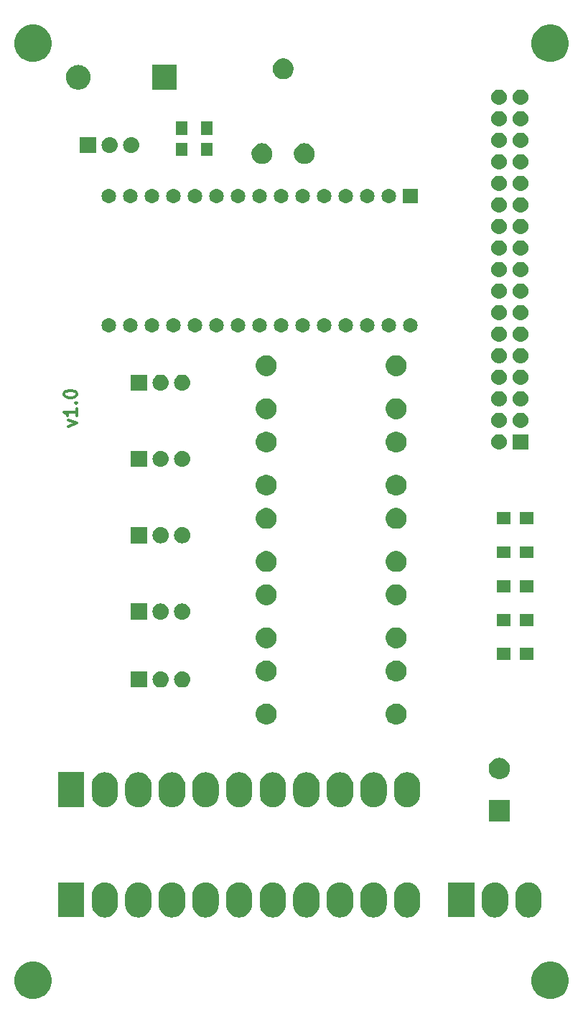
<source format=gbr>
G04 #@! TF.GenerationSoftware,KiCad,Pcbnew,5.0.1*
G04 #@! TF.CreationDate,2019-02-24T09:50:17+01:00*
G04 #@! TF.ProjectId,afterglow_gi_nano,6166746572676C6F775F67695F6E616E,rev?*
G04 #@! TF.SameCoordinates,Original*
G04 #@! TF.FileFunction,Soldermask,Top*
G04 #@! TF.FilePolarity,Negative*
%FSLAX46Y46*%
G04 Gerber Fmt 4.6, Leading zero omitted, Abs format (unit mm)*
G04 Created by KiCad (PCBNEW 5.0.1) date So 24 Feb 2019 09:50:17 CET*
%MOMM*%
%LPD*%
G01*
G04 APERTURE LIST*
%ADD10C,0.300000*%
%ADD11C,0.100000*%
G04 APERTURE END LIST*
D10*
X58678571Y-76142857D02*
X59678571Y-75785714D01*
X58678571Y-75428571D01*
X59678571Y-74071428D02*
X59678571Y-74928571D01*
X59678571Y-74500000D02*
X58178571Y-74500000D01*
X58392857Y-74642857D01*
X58535714Y-74785714D01*
X58607142Y-74928571D01*
X59535714Y-73428571D02*
X59607142Y-73357142D01*
X59678571Y-73428571D01*
X59607142Y-73500000D01*
X59535714Y-73428571D01*
X59678571Y-73428571D01*
X58178571Y-72428571D02*
X58178571Y-72285714D01*
X58250000Y-72142857D01*
X58321428Y-72071428D01*
X58464285Y-72000000D01*
X58750000Y-71928571D01*
X59107142Y-71928571D01*
X59392857Y-72000000D01*
X59535714Y-72071428D01*
X59607142Y-72142857D01*
X59678571Y-72285714D01*
X59678571Y-72428571D01*
X59607142Y-72571428D01*
X59535714Y-72642857D01*
X59392857Y-72714285D01*
X59107142Y-72785714D01*
X58750000Y-72785714D01*
X58464285Y-72714285D01*
X58321428Y-72642857D01*
X58250000Y-72571428D01*
X58178571Y-72428571D01*
D11*
G36*
X116142006Y-139383582D02*
X116542565Y-139549499D01*
X116903059Y-139790373D01*
X117209627Y-140096941D01*
X117450501Y-140457435D01*
X117616418Y-140857994D01*
X117701000Y-141283219D01*
X117701000Y-141716781D01*
X117616418Y-142142006D01*
X117450501Y-142542565D01*
X117209627Y-142903059D01*
X116903059Y-143209627D01*
X116542565Y-143450501D01*
X116142006Y-143616418D01*
X115716781Y-143701000D01*
X115283219Y-143701000D01*
X114857994Y-143616418D01*
X114457435Y-143450501D01*
X114096941Y-143209627D01*
X113790373Y-142903059D01*
X113549499Y-142542565D01*
X113383582Y-142142006D01*
X113299000Y-141716781D01*
X113299000Y-141283219D01*
X113383582Y-140857994D01*
X113549499Y-140457435D01*
X113790373Y-140096941D01*
X114096941Y-139790373D01*
X114457435Y-139549499D01*
X114857994Y-139383582D01*
X115283219Y-139299000D01*
X115716781Y-139299000D01*
X116142006Y-139383582D01*
X116142006Y-139383582D01*
G37*
G36*
X55142006Y-139383582D02*
X55542565Y-139549499D01*
X55903059Y-139790373D01*
X56209627Y-140096941D01*
X56450501Y-140457435D01*
X56616418Y-140857994D01*
X56701000Y-141283219D01*
X56701000Y-141716781D01*
X56616418Y-142142006D01*
X56450501Y-142542565D01*
X56209627Y-142903059D01*
X55903059Y-143209627D01*
X55542565Y-143450501D01*
X55142006Y-143616418D01*
X54716781Y-143701000D01*
X54283219Y-143701000D01*
X53857994Y-143616418D01*
X53457435Y-143450501D01*
X53096941Y-143209627D01*
X52790373Y-142903059D01*
X52549499Y-142542565D01*
X52383582Y-142142006D01*
X52299000Y-141716781D01*
X52299000Y-141283219D01*
X52383582Y-140857994D01*
X52549499Y-140457435D01*
X52790373Y-140096941D01*
X53096941Y-139790373D01*
X53457435Y-139549499D01*
X53857994Y-139383582D01*
X54283219Y-139299000D01*
X54716781Y-139299000D01*
X55142006Y-139383582D01*
X55142006Y-139383582D01*
G37*
G36*
X113228848Y-129971442D02*
X113423758Y-130030567D01*
X113521214Y-130060130D01*
X113655935Y-130132140D01*
X113790657Y-130204151D01*
X114026829Y-130397971D01*
X114026830Y-130397973D01*
X114026832Y-130397974D01*
X114143121Y-130539674D01*
X114220649Y-130634142D01*
X114312140Y-130805310D01*
X114364670Y-130903585D01*
X114394233Y-131001041D01*
X114453358Y-131195951D01*
X114475800Y-131423810D01*
X114475800Y-132576190D01*
X114453358Y-132804049D01*
X114394233Y-132998959D01*
X114364670Y-133096415D01*
X114312140Y-133194690D01*
X114220649Y-133365858D01*
X114026829Y-133602029D01*
X113790658Y-133795849D01*
X113619490Y-133887340D01*
X113521215Y-133939870D01*
X113423759Y-133969433D01*
X113228849Y-134028558D01*
X112924800Y-134058504D01*
X112620752Y-134028558D01*
X112425842Y-133969433D01*
X112328386Y-133939870D01*
X112230111Y-133887340D01*
X112058943Y-133795849D01*
X111822772Y-133602029D01*
X111628951Y-133365858D01*
X111537460Y-133194690D01*
X111484930Y-133096415D01*
X111455367Y-132998959D01*
X111396242Y-132804049D01*
X111373800Y-132576190D01*
X111373800Y-131423811D01*
X111396242Y-131195952D01*
X111484930Y-130903587D01*
X111484930Y-130903586D01*
X111556940Y-130768865D01*
X111628951Y-130634143D01*
X111822771Y-130397971D01*
X111822773Y-130397970D01*
X111822774Y-130397968D01*
X112058940Y-130204153D01*
X112058942Y-130204151D01*
X112230110Y-130112660D01*
X112328385Y-130060130D01*
X112425841Y-130030567D01*
X112620751Y-129971442D01*
X112924800Y-129941496D01*
X113228848Y-129971442D01*
X113228848Y-129971442D01*
G37*
G36*
X71191248Y-129971442D02*
X71386158Y-130030567D01*
X71483614Y-130060130D01*
X71618335Y-130132140D01*
X71753057Y-130204151D01*
X71989229Y-130397971D01*
X71989230Y-130397973D01*
X71989232Y-130397974D01*
X72105521Y-130539674D01*
X72183049Y-130634142D01*
X72274540Y-130805310D01*
X72327070Y-130903585D01*
X72356633Y-131001041D01*
X72415758Y-131195951D01*
X72438200Y-131423810D01*
X72438200Y-132576190D01*
X72415758Y-132804049D01*
X72356633Y-132998959D01*
X72327070Y-133096415D01*
X72274540Y-133194690D01*
X72183049Y-133365858D01*
X71989229Y-133602029D01*
X71753058Y-133795849D01*
X71581890Y-133887340D01*
X71483615Y-133939870D01*
X71386159Y-133969433D01*
X71191249Y-134028558D01*
X70887200Y-134058504D01*
X70583152Y-134028558D01*
X70388242Y-133969433D01*
X70290786Y-133939870D01*
X70192511Y-133887340D01*
X70021343Y-133795849D01*
X69785172Y-133602029D01*
X69591351Y-133365858D01*
X69499860Y-133194690D01*
X69447330Y-133096415D01*
X69417767Y-132998959D01*
X69358642Y-132804049D01*
X69336200Y-132576190D01*
X69336200Y-131423811D01*
X69358642Y-131195952D01*
X69447330Y-130903587D01*
X69447330Y-130903586D01*
X69519340Y-130768865D01*
X69591351Y-130634143D01*
X69785171Y-130397971D01*
X69785173Y-130397970D01*
X69785174Y-130397968D01*
X70021340Y-130204153D01*
X70021342Y-130204151D01*
X70192510Y-130112660D01*
X70290785Y-130060130D01*
X70388241Y-130030567D01*
X70583151Y-129971442D01*
X70887200Y-129941496D01*
X71191248Y-129971442D01*
X71191248Y-129971442D01*
G37*
G36*
X98925648Y-129971442D02*
X99120558Y-130030567D01*
X99218014Y-130060130D01*
X99352735Y-130132140D01*
X99487457Y-130204151D01*
X99723629Y-130397971D01*
X99723630Y-130397973D01*
X99723632Y-130397974D01*
X99839921Y-130539674D01*
X99917449Y-130634142D01*
X100008940Y-130805310D01*
X100061470Y-130903585D01*
X100091033Y-131001041D01*
X100150158Y-131195951D01*
X100172600Y-131423810D01*
X100172600Y-132576190D01*
X100150158Y-132804049D01*
X100091033Y-132998959D01*
X100061470Y-133096415D01*
X100008940Y-133194690D01*
X99917449Y-133365858D01*
X99723629Y-133602029D01*
X99487458Y-133795849D01*
X99316290Y-133887340D01*
X99218015Y-133939870D01*
X99120559Y-133969433D01*
X98925649Y-134028558D01*
X98621600Y-134058504D01*
X98317552Y-134028558D01*
X98122642Y-133969433D01*
X98025186Y-133939870D01*
X97926911Y-133887340D01*
X97755743Y-133795849D01*
X97519572Y-133602029D01*
X97325751Y-133365858D01*
X97234260Y-133194690D01*
X97181730Y-133096415D01*
X97152167Y-132998959D01*
X97093042Y-132804049D01*
X97070600Y-132576190D01*
X97070600Y-131423811D01*
X97093042Y-131195952D01*
X97181730Y-130903587D01*
X97181730Y-130903586D01*
X97253740Y-130768865D01*
X97325751Y-130634143D01*
X97519571Y-130397971D01*
X97519573Y-130397970D01*
X97519574Y-130397968D01*
X97755740Y-130204153D01*
X97755742Y-130204151D01*
X97926910Y-130112660D01*
X98025185Y-130060130D01*
X98122641Y-130030567D01*
X98317551Y-129971442D01*
X98621600Y-129941496D01*
X98925648Y-129971442D01*
X98925648Y-129971442D01*
G37*
G36*
X94965648Y-129971442D02*
X95160558Y-130030567D01*
X95258014Y-130060130D01*
X95392735Y-130132140D01*
X95527457Y-130204151D01*
X95763629Y-130397971D01*
X95763630Y-130397973D01*
X95763632Y-130397974D01*
X95879921Y-130539674D01*
X95957449Y-130634142D01*
X96048940Y-130805310D01*
X96101470Y-130903585D01*
X96131033Y-131001041D01*
X96190158Y-131195951D01*
X96212600Y-131423810D01*
X96212600Y-132576190D01*
X96190158Y-132804049D01*
X96131033Y-132998959D01*
X96101470Y-133096415D01*
X96048940Y-133194690D01*
X95957449Y-133365858D01*
X95763629Y-133602029D01*
X95527458Y-133795849D01*
X95356290Y-133887340D01*
X95258015Y-133939870D01*
X95160559Y-133969433D01*
X94965649Y-134028558D01*
X94661600Y-134058504D01*
X94357552Y-134028558D01*
X94162642Y-133969433D01*
X94065186Y-133939870D01*
X93966911Y-133887340D01*
X93795743Y-133795849D01*
X93559572Y-133602029D01*
X93365751Y-133365858D01*
X93274260Y-133194690D01*
X93221730Y-133096415D01*
X93192167Y-132998959D01*
X93133042Y-132804049D01*
X93110600Y-132576190D01*
X93110600Y-131423811D01*
X93133042Y-131195952D01*
X93221730Y-130903587D01*
X93221730Y-130903586D01*
X93293740Y-130768865D01*
X93365751Y-130634143D01*
X93559571Y-130397971D01*
X93559573Y-130397970D01*
X93559574Y-130397968D01*
X93795740Y-130204153D01*
X93795742Y-130204151D01*
X93966910Y-130112660D01*
X94065185Y-130060130D01*
X94162641Y-130030567D01*
X94357551Y-129971442D01*
X94661600Y-129941496D01*
X94965648Y-129971442D01*
X94965648Y-129971442D01*
G37*
G36*
X91003248Y-129971442D02*
X91198158Y-130030567D01*
X91295614Y-130060130D01*
X91430335Y-130132140D01*
X91565057Y-130204151D01*
X91801229Y-130397971D01*
X91801230Y-130397973D01*
X91801232Y-130397974D01*
X91917521Y-130539674D01*
X91995049Y-130634142D01*
X92086540Y-130805310D01*
X92139070Y-130903585D01*
X92168633Y-131001041D01*
X92227758Y-131195951D01*
X92250200Y-131423810D01*
X92250200Y-132576190D01*
X92227758Y-132804049D01*
X92168633Y-132998959D01*
X92139070Y-133096415D01*
X92086540Y-133194690D01*
X91995049Y-133365858D01*
X91801229Y-133602029D01*
X91565058Y-133795849D01*
X91393890Y-133887340D01*
X91295615Y-133939870D01*
X91198159Y-133969433D01*
X91003249Y-134028558D01*
X90699200Y-134058504D01*
X90395152Y-134028558D01*
X90200242Y-133969433D01*
X90102786Y-133939870D01*
X90004511Y-133887340D01*
X89833343Y-133795849D01*
X89597172Y-133602029D01*
X89403351Y-133365858D01*
X89311860Y-133194690D01*
X89259330Y-133096415D01*
X89229767Y-132998959D01*
X89170642Y-132804049D01*
X89148200Y-132576190D01*
X89148200Y-131423811D01*
X89170642Y-131195952D01*
X89259330Y-130903587D01*
X89259330Y-130903586D01*
X89331340Y-130768865D01*
X89403351Y-130634143D01*
X89597171Y-130397971D01*
X89597173Y-130397970D01*
X89597174Y-130397968D01*
X89833340Y-130204153D01*
X89833342Y-130204151D01*
X90004510Y-130112660D01*
X90102785Y-130060130D01*
X90200241Y-130030567D01*
X90395151Y-129971442D01*
X90699200Y-129941496D01*
X91003248Y-129971442D01*
X91003248Y-129971442D01*
G37*
G36*
X87040848Y-129971442D02*
X87235758Y-130030567D01*
X87333214Y-130060130D01*
X87467935Y-130132140D01*
X87602657Y-130204151D01*
X87838829Y-130397971D01*
X87838830Y-130397973D01*
X87838832Y-130397974D01*
X87955121Y-130539674D01*
X88032649Y-130634142D01*
X88124140Y-130805310D01*
X88176670Y-130903585D01*
X88206233Y-131001041D01*
X88265358Y-131195951D01*
X88287800Y-131423810D01*
X88287800Y-132576190D01*
X88265358Y-132804049D01*
X88206233Y-132998959D01*
X88176670Y-133096415D01*
X88124140Y-133194690D01*
X88032649Y-133365858D01*
X87838829Y-133602029D01*
X87602658Y-133795849D01*
X87431490Y-133887340D01*
X87333215Y-133939870D01*
X87235759Y-133969433D01*
X87040849Y-134028558D01*
X86736800Y-134058504D01*
X86432752Y-134028558D01*
X86237842Y-133969433D01*
X86140386Y-133939870D01*
X86042111Y-133887340D01*
X85870943Y-133795849D01*
X85634772Y-133602029D01*
X85440951Y-133365858D01*
X85349460Y-133194690D01*
X85296930Y-133096415D01*
X85267367Y-132998959D01*
X85208242Y-132804049D01*
X85185800Y-132576190D01*
X85185800Y-131423811D01*
X85208242Y-131195952D01*
X85296930Y-130903587D01*
X85296930Y-130903586D01*
X85368940Y-130768865D01*
X85440951Y-130634143D01*
X85634771Y-130397971D01*
X85634773Y-130397970D01*
X85634774Y-130397968D01*
X85870940Y-130204153D01*
X85870942Y-130204151D01*
X86042110Y-130112660D01*
X86140385Y-130060130D01*
X86237841Y-130030567D01*
X86432751Y-129971442D01*
X86736800Y-129941496D01*
X87040848Y-129971442D01*
X87040848Y-129971442D01*
G37*
G36*
X83078448Y-129971442D02*
X83273358Y-130030567D01*
X83370814Y-130060130D01*
X83505535Y-130132140D01*
X83640257Y-130204151D01*
X83876429Y-130397971D01*
X83876430Y-130397973D01*
X83876432Y-130397974D01*
X83992721Y-130539674D01*
X84070249Y-130634142D01*
X84161740Y-130805310D01*
X84214270Y-130903585D01*
X84243833Y-131001041D01*
X84302958Y-131195951D01*
X84325400Y-131423810D01*
X84325400Y-132576190D01*
X84302958Y-132804049D01*
X84243833Y-132998959D01*
X84214270Y-133096415D01*
X84161740Y-133194690D01*
X84070249Y-133365858D01*
X83876429Y-133602029D01*
X83640258Y-133795849D01*
X83469090Y-133887340D01*
X83370815Y-133939870D01*
X83273359Y-133969433D01*
X83078449Y-134028558D01*
X82774400Y-134058504D01*
X82470352Y-134028558D01*
X82275442Y-133969433D01*
X82177986Y-133939870D01*
X82079711Y-133887340D01*
X81908543Y-133795849D01*
X81672372Y-133602029D01*
X81478551Y-133365858D01*
X81387060Y-133194690D01*
X81334530Y-133096415D01*
X81304967Y-132998959D01*
X81245842Y-132804049D01*
X81223400Y-132576190D01*
X81223400Y-131423811D01*
X81245842Y-131195952D01*
X81334530Y-130903587D01*
X81334530Y-130903586D01*
X81406540Y-130768865D01*
X81478551Y-130634143D01*
X81672371Y-130397971D01*
X81672373Y-130397970D01*
X81672374Y-130397968D01*
X81908540Y-130204153D01*
X81908542Y-130204151D01*
X82079710Y-130112660D01*
X82177985Y-130060130D01*
X82275441Y-130030567D01*
X82470351Y-129971442D01*
X82774400Y-129941496D01*
X83078448Y-129971442D01*
X83078448Y-129971442D01*
G37*
G36*
X75153648Y-129971442D02*
X75348558Y-130030567D01*
X75446014Y-130060130D01*
X75580735Y-130132140D01*
X75715457Y-130204151D01*
X75951629Y-130397971D01*
X75951630Y-130397973D01*
X75951632Y-130397974D01*
X76067921Y-130539674D01*
X76145449Y-130634142D01*
X76236940Y-130805310D01*
X76289470Y-130903585D01*
X76319033Y-131001041D01*
X76378158Y-131195951D01*
X76400600Y-131423810D01*
X76400600Y-132576190D01*
X76378158Y-132804049D01*
X76319033Y-132998959D01*
X76289470Y-133096415D01*
X76236940Y-133194690D01*
X76145449Y-133365858D01*
X75951629Y-133602029D01*
X75715458Y-133795849D01*
X75544290Y-133887340D01*
X75446015Y-133939870D01*
X75348559Y-133969433D01*
X75153649Y-134028558D01*
X74849600Y-134058504D01*
X74545552Y-134028558D01*
X74350642Y-133969433D01*
X74253186Y-133939870D01*
X74154911Y-133887340D01*
X73983743Y-133795849D01*
X73747572Y-133602029D01*
X73553751Y-133365858D01*
X73462260Y-133194690D01*
X73409730Y-133096415D01*
X73380167Y-132998959D01*
X73321042Y-132804049D01*
X73298600Y-132576190D01*
X73298600Y-131423811D01*
X73321042Y-131195952D01*
X73409730Y-130903587D01*
X73409730Y-130903586D01*
X73481740Y-130768865D01*
X73553751Y-130634143D01*
X73747571Y-130397971D01*
X73747573Y-130397970D01*
X73747574Y-130397968D01*
X73983740Y-130204153D01*
X73983742Y-130204151D01*
X74154910Y-130112660D01*
X74253185Y-130060130D01*
X74350641Y-130030567D01*
X74545551Y-129971442D01*
X74849600Y-129941496D01*
X75153648Y-129971442D01*
X75153648Y-129971442D01*
G37*
G36*
X67228848Y-129971442D02*
X67423758Y-130030567D01*
X67521214Y-130060130D01*
X67655935Y-130132140D01*
X67790657Y-130204151D01*
X68026829Y-130397971D01*
X68026830Y-130397973D01*
X68026832Y-130397974D01*
X68143121Y-130539674D01*
X68220649Y-130634142D01*
X68312140Y-130805310D01*
X68364670Y-130903585D01*
X68394233Y-131001041D01*
X68453358Y-131195951D01*
X68475800Y-131423810D01*
X68475800Y-132576190D01*
X68453358Y-132804049D01*
X68394233Y-132998959D01*
X68364670Y-133096415D01*
X68312140Y-133194690D01*
X68220649Y-133365858D01*
X68026829Y-133602029D01*
X67790658Y-133795849D01*
X67619490Y-133887340D01*
X67521215Y-133939870D01*
X67423759Y-133969433D01*
X67228849Y-134028558D01*
X66924800Y-134058504D01*
X66620752Y-134028558D01*
X66425842Y-133969433D01*
X66328386Y-133939870D01*
X66230111Y-133887340D01*
X66058943Y-133795849D01*
X65822772Y-133602029D01*
X65628951Y-133365858D01*
X65537460Y-133194690D01*
X65484930Y-133096415D01*
X65455367Y-132998959D01*
X65396242Y-132804049D01*
X65373800Y-132576190D01*
X65373800Y-131423811D01*
X65396242Y-131195952D01*
X65484930Y-130903587D01*
X65484930Y-130903586D01*
X65556940Y-130768865D01*
X65628951Y-130634143D01*
X65822771Y-130397971D01*
X65822773Y-130397970D01*
X65822774Y-130397968D01*
X66058940Y-130204153D01*
X66058942Y-130204151D01*
X66230110Y-130112660D01*
X66328385Y-130060130D01*
X66425841Y-130030567D01*
X66620751Y-129971442D01*
X66924800Y-129941496D01*
X67228848Y-129971442D01*
X67228848Y-129971442D01*
G37*
G36*
X63266448Y-129971442D02*
X63461358Y-130030567D01*
X63558814Y-130060130D01*
X63693535Y-130132140D01*
X63828257Y-130204151D01*
X64064429Y-130397971D01*
X64064430Y-130397973D01*
X64064432Y-130397974D01*
X64180721Y-130539674D01*
X64258249Y-130634142D01*
X64349740Y-130805310D01*
X64402270Y-130903585D01*
X64431833Y-131001041D01*
X64490958Y-131195951D01*
X64513400Y-131423810D01*
X64513400Y-132576190D01*
X64490958Y-132804049D01*
X64431833Y-132998959D01*
X64402270Y-133096415D01*
X64349740Y-133194690D01*
X64258249Y-133365858D01*
X64064429Y-133602029D01*
X63828258Y-133795849D01*
X63657090Y-133887340D01*
X63558815Y-133939870D01*
X63461359Y-133969433D01*
X63266449Y-134028558D01*
X62962400Y-134058504D01*
X62658352Y-134028558D01*
X62463442Y-133969433D01*
X62365986Y-133939870D01*
X62267711Y-133887340D01*
X62096543Y-133795849D01*
X61860372Y-133602029D01*
X61666551Y-133365858D01*
X61575060Y-133194690D01*
X61522530Y-133096415D01*
X61492967Y-132998959D01*
X61433842Y-132804049D01*
X61411400Y-132576190D01*
X61411400Y-131423811D01*
X61433842Y-131195952D01*
X61522530Y-130903587D01*
X61522530Y-130903586D01*
X61594540Y-130768865D01*
X61666551Y-130634143D01*
X61860371Y-130397971D01*
X61860373Y-130397970D01*
X61860374Y-130397968D01*
X62096540Y-130204153D01*
X62096542Y-130204151D01*
X62267710Y-130112660D01*
X62365985Y-130060130D01*
X62463441Y-130030567D01*
X62658351Y-129971442D01*
X62962400Y-129941496D01*
X63266448Y-129971442D01*
X63266448Y-129971442D01*
G37*
G36*
X109266448Y-129971442D02*
X109461358Y-130030567D01*
X109558814Y-130060130D01*
X109693535Y-130132140D01*
X109828257Y-130204151D01*
X110064429Y-130397971D01*
X110064430Y-130397973D01*
X110064432Y-130397974D01*
X110180721Y-130539674D01*
X110258249Y-130634142D01*
X110349740Y-130805310D01*
X110402270Y-130903585D01*
X110431833Y-131001041D01*
X110490958Y-131195951D01*
X110513400Y-131423810D01*
X110513400Y-132576190D01*
X110490958Y-132804049D01*
X110431833Y-132998959D01*
X110402270Y-133096415D01*
X110349740Y-133194690D01*
X110258249Y-133365858D01*
X110064429Y-133602029D01*
X109828258Y-133795849D01*
X109657090Y-133887340D01*
X109558815Y-133939870D01*
X109461359Y-133969433D01*
X109266449Y-134028558D01*
X108962400Y-134058504D01*
X108658352Y-134028558D01*
X108463442Y-133969433D01*
X108365986Y-133939870D01*
X108267711Y-133887340D01*
X108096543Y-133795849D01*
X107860372Y-133602029D01*
X107666551Y-133365858D01*
X107575060Y-133194690D01*
X107522530Y-133096415D01*
X107492967Y-132998959D01*
X107433842Y-132804049D01*
X107411400Y-132576190D01*
X107411400Y-131423811D01*
X107433842Y-131195952D01*
X107522530Y-130903587D01*
X107522530Y-130903586D01*
X107594540Y-130768865D01*
X107666551Y-130634143D01*
X107860371Y-130397971D01*
X107860373Y-130397970D01*
X107860374Y-130397968D01*
X108096540Y-130204153D01*
X108096542Y-130204151D01*
X108267710Y-130112660D01*
X108365985Y-130060130D01*
X108463441Y-130030567D01*
X108658351Y-129971442D01*
X108962400Y-129941496D01*
X109266448Y-129971442D01*
X109266448Y-129971442D01*
G37*
G36*
X79116048Y-129971442D02*
X79310958Y-130030567D01*
X79408414Y-130060130D01*
X79543135Y-130132140D01*
X79677857Y-130204151D01*
X79914029Y-130397971D01*
X79914030Y-130397973D01*
X79914032Y-130397974D01*
X80030321Y-130539674D01*
X80107849Y-130634142D01*
X80199340Y-130805310D01*
X80251870Y-130903585D01*
X80281433Y-131001041D01*
X80340558Y-131195951D01*
X80363000Y-131423810D01*
X80363000Y-132576190D01*
X80340558Y-132804049D01*
X80281433Y-132998959D01*
X80251870Y-133096415D01*
X80199340Y-133194690D01*
X80107849Y-133365858D01*
X79914029Y-133602029D01*
X79677858Y-133795849D01*
X79506690Y-133887340D01*
X79408415Y-133939870D01*
X79310959Y-133969433D01*
X79116049Y-134028558D01*
X78812000Y-134058504D01*
X78507952Y-134028558D01*
X78313042Y-133969433D01*
X78215586Y-133939870D01*
X78117311Y-133887340D01*
X77946143Y-133795849D01*
X77709972Y-133602029D01*
X77516151Y-133365858D01*
X77424660Y-133194690D01*
X77372130Y-133096415D01*
X77342567Y-132998959D01*
X77283442Y-132804049D01*
X77261000Y-132576190D01*
X77261000Y-131423811D01*
X77283442Y-131195952D01*
X77372130Y-130903587D01*
X77372130Y-130903586D01*
X77444140Y-130768865D01*
X77516151Y-130634143D01*
X77709971Y-130397971D01*
X77709973Y-130397970D01*
X77709974Y-130397968D01*
X77946140Y-130204153D01*
X77946142Y-130204151D01*
X78117310Y-130112660D01*
X78215585Y-130060130D01*
X78313041Y-130030567D01*
X78507951Y-129971442D01*
X78812000Y-129941496D01*
X79116048Y-129971442D01*
X79116048Y-129971442D01*
G37*
G36*
X106551000Y-134051000D02*
X103449000Y-134051000D01*
X103449000Y-129949000D01*
X106551000Y-129949000D01*
X106551000Y-134051000D01*
X106551000Y-134051000D01*
G37*
G36*
X60551000Y-134051000D02*
X57449000Y-134051000D01*
X57449000Y-129949000D01*
X60551000Y-129949000D01*
X60551000Y-134051000D01*
X60551000Y-134051000D01*
G37*
G36*
X110751000Y-122751000D02*
X108249000Y-122751000D01*
X108249000Y-120249000D01*
X110751000Y-120249000D01*
X110751000Y-122751000D01*
X110751000Y-122751000D01*
G37*
G36*
X98925648Y-116971442D02*
X99120558Y-117030567D01*
X99218014Y-117060130D01*
X99278706Y-117092571D01*
X99487457Y-117204151D01*
X99723629Y-117397971D01*
X99723630Y-117397973D01*
X99723632Y-117397974D01*
X99784149Y-117471715D01*
X99917449Y-117634142D01*
X99954214Y-117702925D01*
X100061470Y-117903585D01*
X100091033Y-118001041D01*
X100150158Y-118195951D01*
X100172600Y-118423810D01*
X100172600Y-119576190D01*
X100150158Y-119804049D01*
X100091033Y-119998959D01*
X100061470Y-120096415D01*
X100008940Y-120194690D01*
X99917449Y-120365858D01*
X99723629Y-120602029D01*
X99487458Y-120795849D01*
X99316290Y-120887340D01*
X99218015Y-120939870D01*
X99120559Y-120969433D01*
X98925649Y-121028558D01*
X98621600Y-121058504D01*
X98317552Y-121028558D01*
X98122642Y-120969433D01*
X98025186Y-120939870D01*
X97926911Y-120887340D01*
X97755743Y-120795849D01*
X97519572Y-120602029D01*
X97325751Y-120365858D01*
X97234260Y-120194690D01*
X97181730Y-120096415D01*
X97152167Y-119998959D01*
X97093042Y-119804049D01*
X97070600Y-119576190D01*
X97070600Y-118423811D01*
X97093042Y-118195952D01*
X97181730Y-117903587D01*
X97181730Y-117903586D01*
X97288986Y-117702925D01*
X97325751Y-117634143D01*
X97519571Y-117397971D01*
X97519573Y-117397970D01*
X97519574Y-117397968D01*
X97755740Y-117204153D01*
X97755742Y-117204151D01*
X97964493Y-117092571D01*
X98025185Y-117060130D01*
X98122641Y-117030567D01*
X98317551Y-116971442D01*
X98621600Y-116941496D01*
X98925648Y-116971442D01*
X98925648Y-116971442D01*
G37*
G36*
X91003248Y-116971442D02*
X91198158Y-117030567D01*
X91295614Y-117060130D01*
X91356306Y-117092571D01*
X91565057Y-117204151D01*
X91801229Y-117397971D01*
X91801230Y-117397973D01*
X91801232Y-117397974D01*
X91861749Y-117471715D01*
X91995049Y-117634142D01*
X92031814Y-117702925D01*
X92139070Y-117903585D01*
X92168633Y-118001041D01*
X92227758Y-118195951D01*
X92250200Y-118423810D01*
X92250200Y-119576190D01*
X92227758Y-119804049D01*
X92168633Y-119998959D01*
X92139070Y-120096415D01*
X92086540Y-120194690D01*
X91995049Y-120365858D01*
X91801229Y-120602029D01*
X91565058Y-120795849D01*
X91393890Y-120887340D01*
X91295615Y-120939870D01*
X91198159Y-120969433D01*
X91003249Y-121028558D01*
X90699200Y-121058504D01*
X90395152Y-121028558D01*
X90200242Y-120969433D01*
X90102786Y-120939870D01*
X90004511Y-120887340D01*
X89833343Y-120795849D01*
X89597172Y-120602029D01*
X89403351Y-120365858D01*
X89311860Y-120194690D01*
X89259330Y-120096415D01*
X89229767Y-119998959D01*
X89170642Y-119804049D01*
X89148200Y-119576190D01*
X89148200Y-118423811D01*
X89170642Y-118195952D01*
X89259330Y-117903587D01*
X89259330Y-117903586D01*
X89366586Y-117702925D01*
X89403351Y-117634143D01*
X89597171Y-117397971D01*
X89597173Y-117397970D01*
X89597174Y-117397968D01*
X89833340Y-117204153D01*
X89833342Y-117204151D01*
X90042093Y-117092571D01*
X90102785Y-117060130D01*
X90200241Y-117030567D01*
X90395151Y-116971442D01*
X90699200Y-116941496D01*
X91003248Y-116971442D01*
X91003248Y-116971442D01*
G37*
G36*
X94965648Y-116971442D02*
X95160558Y-117030567D01*
X95258014Y-117060130D01*
X95318706Y-117092571D01*
X95527457Y-117204151D01*
X95763629Y-117397971D01*
X95763630Y-117397973D01*
X95763632Y-117397974D01*
X95824149Y-117471715D01*
X95957449Y-117634142D01*
X95994214Y-117702925D01*
X96101470Y-117903585D01*
X96131033Y-118001041D01*
X96190158Y-118195951D01*
X96212600Y-118423810D01*
X96212600Y-119576190D01*
X96190158Y-119804049D01*
X96131033Y-119998959D01*
X96101470Y-120096415D01*
X96048940Y-120194690D01*
X95957449Y-120365858D01*
X95763629Y-120602029D01*
X95527458Y-120795849D01*
X95356290Y-120887340D01*
X95258015Y-120939870D01*
X95160559Y-120969433D01*
X94965649Y-121028558D01*
X94661600Y-121058504D01*
X94357552Y-121028558D01*
X94162642Y-120969433D01*
X94065186Y-120939870D01*
X93966911Y-120887340D01*
X93795743Y-120795849D01*
X93559572Y-120602029D01*
X93365751Y-120365858D01*
X93274260Y-120194690D01*
X93221730Y-120096415D01*
X93192167Y-119998959D01*
X93133042Y-119804049D01*
X93110600Y-119576190D01*
X93110600Y-118423811D01*
X93133042Y-118195952D01*
X93221730Y-117903587D01*
X93221730Y-117903586D01*
X93328986Y-117702925D01*
X93365751Y-117634143D01*
X93559571Y-117397971D01*
X93559573Y-117397970D01*
X93559574Y-117397968D01*
X93795740Y-117204153D01*
X93795742Y-117204151D01*
X94004493Y-117092571D01*
X94065185Y-117060130D01*
X94162641Y-117030567D01*
X94357551Y-116971442D01*
X94661600Y-116941496D01*
X94965648Y-116971442D01*
X94965648Y-116971442D01*
G37*
G36*
X87040848Y-116971442D02*
X87235758Y-117030567D01*
X87333214Y-117060130D01*
X87393906Y-117092571D01*
X87602657Y-117204151D01*
X87838829Y-117397971D01*
X87838830Y-117397973D01*
X87838832Y-117397974D01*
X87899349Y-117471715D01*
X88032649Y-117634142D01*
X88069414Y-117702925D01*
X88176670Y-117903585D01*
X88206233Y-118001041D01*
X88265358Y-118195951D01*
X88287800Y-118423810D01*
X88287800Y-119576190D01*
X88265358Y-119804049D01*
X88206233Y-119998959D01*
X88176670Y-120096415D01*
X88124140Y-120194690D01*
X88032649Y-120365858D01*
X87838829Y-120602029D01*
X87602658Y-120795849D01*
X87431490Y-120887340D01*
X87333215Y-120939870D01*
X87235759Y-120969433D01*
X87040849Y-121028558D01*
X86736800Y-121058504D01*
X86432752Y-121028558D01*
X86237842Y-120969433D01*
X86140386Y-120939870D01*
X86042111Y-120887340D01*
X85870943Y-120795849D01*
X85634772Y-120602029D01*
X85440951Y-120365858D01*
X85349460Y-120194690D01*
X85296930Y-120096415D01*
X85267367Y-119998959D01*
X85208242Y-119804049D01*
X85185800Y-119576190D01*
X85185800Y-118423811D01*
X85208242Y-118195952D01*
X85296930Y-117903587D01*
X85296930Y-117903586D01*
X85404186Y-117702925D01*
X85440951Y-117634143D01*
X85634771Y-117397971D01*
X85634773Y-117397970D01*
X85634774Y-117397968D01*
X85870940Y-117204153D01*
X85870942Y-117204151D01*
X86079693Y-117092571D01*
X86140385Y-117060130D01*
X86237841Y-117030567D01*
X86432751Y-116971442D01*
X86736800Y-116941496D01*
X87040848Y-116971442D01*
X87040848Y-116971442D01*
G37*
G36*
X83078448Y-116971442D02*
X83273358Y-117030567D01*
X83370814Y-117060130D01*
X83431506Y-117092571D01*
X83640257Y-117204151D01*
X83876429Y-117397971D01*
X83876430Y-117397973D01*
X83876432Y-117397974D01*
X83936949Y-117471715D01*
X84070249Y-117634142D01*
X84107014Y-117702925D01*
X84214270Y-117903585D01*
X84243833Y-118001041D01*
X84302958Y-118195951D01*
X84325400Y-118423810D01*
X84325400Y-119576190D01*
X84302958Y-119804049D01*
X84243833Y-119998959D01*
X84214270Y-120096415D01*
X84161740Y-120194690D01*
X84070249Y-120365858D01*
X83876429Y-120602029D01*
X83640258Y-120795849D01*
X83469090Y-120887340D01*
X83370815Y-120939870D01*
X83273359Y-120969433D01*
X83078449Y-121028558D01*
X82774400Y-121058504D01*
X82470352Y-121028558D01*
X82275442Y-120969433D01*
X82177986Y-120939870D01*
X82079711Y-120887340D01*
X81908543Y-120795849D01*
X81672372Y-120602029D01*
X81478551Y-120365858D01*
X81387060Y-120194690D01*
X81334530Y-120096415D01*
X81304967Y-119998959D01*
X81245842Y-119804049D01*
X81223400Y-119576190D01*
X81223400Y-118423811D01*
X81245842Y-118195952D01*
X81334530Y-117903587D01*
X81334530Y-117903586D01*
X81441786Y-117702925D01*
X81478551Y-117634143D01*
X81672371Y-117397971D01*
X81672373Y-117397970D01*
X81672374Y-117397968D01*
X81908540Y-117204153D01*
X81908542Y-117204151D01*
X82117293Y-117092571D01*
X82177985Y-117060130D01*
X82275441Y-117030567D01*
X82470351Y-116971442D01*
X82774400Y-116941496D01*
X83078448Y-116971442D01*
X83078448Y-116971442D01*
G37*
G36*
X75153648Y-116971442D02*
X75348558Y-117030567D01*
X75446014Y-117060130D01*
X75506706Y-117092571D01*
X75715457Y-117204151D01*
X75951629Y-117397971D01*
X75951630Y-117397973D01*
X75951632Y-117397974D01*
X76012149Y-117471715D01*
X76145449Y-117634142D01*
X76182214Y-117702925D01*
X76289470Y-117903585D01*
X76319033Y-118001041D01*
X76378158Y-118195951D01*
X76400600Y-118423810D01*
X76400600Y-119576190D01*
X76378158Y-119804049D01*
X76319033Y-119998959D01*
X76289470Y-120096415D01*
X76236940Y-120194690D01*
X76145449Y-120365858D01*
X75951629Y-120602029D01*
X75715458Y-120795849D01*
X75544290Y-120887340D01*
X75446015Y-120939870D01*
X75348559Y-120969433D01*
X75153649Y-121028558D01*
X74849600Y-121058504D01*
X74545552Y-121028558D01*
X74350642Y-120969433D01*
X74253186Y-120939870D01*
X74154911Y-120887340D01*
X73983743Y-120795849D01*
X73747572Y-120602029D01*
X73553751Y-120365858D01*
X73462260Y-120194690D01*
X73409730Y-120096415D01*
X73380167Y-119998959D01*
X73321042Y-119804049D01*
X73298600Y-119576190D01*
X73298600Y-118423811D01*
X73321042Y-118195952D01*
X73409730Y-117903587D01*
X73409730Y-117903586D01*
X73516986Y-117702925D01*
X73553751Y-117634143D01*
X73747571Y-117397971D01*
X73747573Y-117397970D01*
X73747574Y-117397968D01*
X73983740Y-117204153D01*
X73983742Y-117204151D01*
X74192493Y-117092571D01*
X74253185Y-117060130D01*
X74350641Y-117030567D01*
X74545551Y-116971442D01*
X74849600Y-116941496D01*
X75153648Y-116971442D01*
X75153648Y-116971442D01*
G37*
G36*
X71191248Y-116971442D02*
X71386158Y-117030567D01*
X71483614Y-117060130D01*
X71544306Y-117092571D01*
X71753057Y-117204151D01*
X71989229Y-117397971D01*
X71989230Y-117397973D01*
X71989232Y-117397974D01*
X72049749Y-117471715D01*
X72183049Y-117634142D01*
X72219814Y-117702925D01*
X72327070Y-117903585D01*
X72356633Y-118001041D01*
X72415758Y-118195951D01*
X72438200Y-118423810D01*
X72438200Y-119576190D01*
X72415758Y-119804049D01*
X72356633Y-119998959D01*
X72327070Y-120096415D01*
X72274540Y-120194690D01*
X72183049Y-120365858D01*
X71989229Y-120602029D01*
X71753058Y-120795849D01*
X71581890Y-120887340D01*
X71483615Y-120939870D01*
X71386159Y-120969433D01*
X71191249Y-121028558D01*
X70887200Y-121058504D01*
X70583152Y-121028558D01*
X70388242Y-120969433D01*
X70290786Y-120939870D01*
X70192511Y-120887340D01*
X70021343Y-120795849D01*
X69785172Y-120602029D01*
X69591351Y-120365858D01*
X69499860Y-120194690D01*
X69447330Y-120096415D01*
X69417767Y-119998959D01*
X69358642Y-119804049D01*
X69336200Y-119576190D01*
X69336200Y-118423811D01*
X69358642Y-118195952D01*
X69447330Y-117903587D01*
X69447330Y-117903586D01*
X69554586Y-117702925D01*
X69591351Y-117634143D01*
X69785171Y-117397971D01*
X69785173Y-117397970D01*
X69785174Y-117397968D01*
X70021340Y-117204153D01*
X70021342Y-117204151D01*
X70230093Y-117092571D01*
X70290785Y-117060130D01*
X70388241Y-117030567D01*
X70583151Y-116971442D01*
X70887200Y-116941496D01*
X71191248Y-116971442D01*
X71191248Y-116971442D01*
G37*
G36*
X63266448Y-116971442D02*
X63461358Y-117030567D01*
X63558814Y-117060130D01*
X63619506Y-117092571D01*
X63828257Y-117204151D01*
X64064429Y-117397971D01*
X64064430Y-117397973D01*
X64064432Y-117397974D01*
X64124949Y-117471715D01*
X64258249Y-117634142D01*
X64295014Y-117702925D01*
X64402270Y-117903585D01*
X64431833Y-118001041D01*
X64490958Y-118195951D01*
X64513400Y-118423810D01*
X64513400Y-119576190D01*
X64490958Y-119804049D01*
X64431833Y-119998959D01*
X64402270Y-120096415D01*
X64349740Y-120194690D01*
X64258249Y-120365858D01*
X64064429Y-120602029D01*
X63828258Y-120795849D01*
X63657090Y-120887340D01*
X63558815Y-120939870D01*
X63461359Y-120969433D01*
X63266449Y-121028558D01*
X62962400Y-121058504D01*
X62658352Y-121028558D01*
X62463442Y-120969433D01*
X62365986Y-120939870D01*
X62267711Y-120887340D01*
X62096543Y-120795849D01*
X61860372Y-120602029D01*
X61666551Y-120365858D01*
X61575060Y-120194690D01*
X61522530Y-120096415D01*
X61492967Y-119998959D01*
X61433842Y-119804049D01*
X61411400Y-119576190D01*
X61411400Y-118423811D01*
X61433842Y-118195952D01*
X61522530Y-117903587D01*
X61522530Y-117903586D01*
X61629786Y-117702925D01*
X61666551Y-117634143D01*
X61860371Y-117397971D01*
X61860373Y-117397970D01*
X61860374Y-117397968D01*
X62096540Y-117204153D01*
X62096542Y-117204151D01*
X62305293Y-117092571D01*
X62365985Y-117060130D01*
X62463441Y-117030567D01*
X62658351Y-116971442D01*
X62962400Y-116941496D01*
X63266448Y-116971442D01*
X63266448Y-116971442D01*
G37*
G36*
X67228848Y-116971442D02*
X67423758Y-117030567D01*
X67521214Y-117060130D01*
X67581906Y-117092571D01*
X67790657Y-117204151D01*
X68026829Y-117397971D01*
X68026830Y-117397973D01*
X68026832Y-117397974D01*
X68087349Y-117471715D01*
X68220649Y-117634142D01*
X68257414Y-117702925D01*
X68364670Y-117903585D01*
X68394233Y-118001041D01*
X68453358Y-118195951D01*
X68475800Y-118423810D01*
X68475800Y-119576190D01*
X68453358Y-119804049D01*
X68394233Y-119998959D01*
X68364670Y-120096415D01*
X68312140Y-120194690D01*
X68220649Y-120365858D01*
X68026829Y-120602029D01*
X67790658Y-120795849D01*
X67619490Y-120887340D01*
X67521215Y-120939870D01*
X67423759Y-120969433D01*
X67228849Y-121028558D01*
X66924800Y-121058504D01*
X66620752Y-121028558D01*
X66425842Y-120969433D01*
X66328386Y-120939870D01*
X66230111Y-120887340D01*
X66058943Y-120795849D01*
X65822772Y-120602029D01*
X65628951Y-120365858D01*
X65537460Y-120194690D01*
X65484930Y-120096415D01*
X65455367Y-119998959D01*
X65396242Y-119804049D01*
X65373800Y-119576190D01*
X65373800Y-118423811D01*
X65396242Y-118195952D01*
X65484930Y-117903587D01*
X65484930Y-117903586D01*
X65592186Y-117702925D01*
X65628951Y-117634143D01*
X65822771Y-117397971D01*
X65822773Y-117397970D01*
X65822774Y-117397968D01*
X66058940Y-117204153D01*
X66058942Y-117204151D01*
X66267693Y-117092571D01*
X66328385Y-117060130D01*
X66425841Y-117030567D01*
X66620751Y-116971442D01*
X66924800Y-116941496D01*
X67228848Y-116971442D01*
X67228848Y-116971442D01*
G37*
G36*
X79116048Y-116971442D02*
X79310958Y-117030567D01*
X79408414Y-117060130D01*
X79469106Y-117092571D01*
X79677857Y-117204151D01*
X79914029Y-117397971D01*
X79914030Y-117397973D01*
X79914032Y-117397974D01*
X79974549Y-117471715D01*
X80107849Y-117634142D01*
X80144614Y-117702925D01*
X80251870Y-117903585D01*
X80281433Y-118001041D01*
X80340558Y-118195951D01*
X80363000Y-118423810D01*
X80363000Y-119576190D01*
X80340558Y-119804049D01*
X80281433Y-119998959D01*
X80251870Y-120096415D01*
X80199340Y-120194690D01*
X80107849Y-120365858D01*
X79914029Y-120602029D01*
X79677858Y-120795849D01*
X79506690Y-120887340D01*
X79408415Y-120939870D01*
X79310959Y-120969433D01*
X79116049Y-121028558D01*
X78812000Y-121058504D01*
X78507952Y-121028558D01*
X78313042Y-120969433D01*
X78215586Y-120939870D01*
X78117311Y-120887340D01*
X77946143Y-120795849D01*
X77709972Y-120602029D01*
X77516151Y-120365858D01*
X77424660Y-120194690D01*
X77372130Y-120096415D01*
X77342567Y-119998959D01*
X77283442Y-119804049D01*
X77261000Y-119576190D01*
X77261000Y-118423811D01*
X77283442Y-118195952D01*
X77372130Y-117903587D01*
X77372130Y-117903586D01*
X77479386Y-117702925D01*
X77516151Y-117634143D01*
X77709971Y-117397971D01*
X77709973Y-117397970D01*
X77709974Y-117397968D01*
X77946140Y-117204153D01*
X77946142Y-117204151D01*
X78154893Y-117092571D01*
X78215585Y-117060130D01*
X78313041Y-117030567D01*
X78507951Y-116971442D01*
X78812000Y-116941496D01*
X79116048Y-116971442D01*
X79116048Y-116971442D01*
G37*
G36*
X60551000Y-121051000D02*
X57449000Y-121051000D01*
X57449000Y-116949000D01*
X60551000Y-116949000D01*
X60551000Y-121051000D01*
X60551000Y-121051000D01*
G37*
G36*
X109683636Y-115261019D02*
X109864903Y-115297075D01*
X110092571Y-115391378D01*
X110296542Y-115527668D01*
X110297469Y-115528287D01*
X110471713Y-115702531D01*
X110471715Y-115702534D01*
X110608622Y-115907429D01*
X110702925Y-116135097D01*
X110751000Y-116376787D01*
X110751000Y-116623213D01*
X110702925Y-116864903D01*
X110608622Y-117092571D01*
X110534066Y-117204151D01*
X110471713Y-117297469D01*
X110297469Y-117471713D01*
X110297466Y-117471715D01*
X110092571Y-117608622D01*
X109864903Y-117702925D01*
X109683636Y-117738981D01*
X109623214Y-117751000D01*
X109376786Y-117751000D01*
X109316364Y-117738981D01*
X109135097Y-117702925D01*
X108907429Y-117608622D01*
X108702534Y-117471715D01*
X108702531Y-117471713D01*
X108528287Y-117297469D01*
X108465934Y-117204151D01*
X108391378Y-117092571D01*
X108297075Y-116864903D01*
X108249000Y-116623213D01*
X108249000Y-116376787D01*
X108297075Y-116135097D01*
X108391378Y-115907429D01*
X108528285Y-115702534D01*
X108528287Y-115702531D01*
X108702531Y-115528287D01*
X108703458Y-115527668D01*
X108907429Y-115391378D01*
X109135097Y-115297075D01*
X109316364Y-115261019D01*
X109376786Y-115249000D01*
X109623214Y-115249000D01*
X109683636Y-115261019D01*
X109683636Y-115261019D01*
G37*
G36*
X82357611Y-108901114D02*
X82580730Y-108993533D01*
X82781530Y-109127704D01*
X82952296Y-109298470D01*
X83086467Y-109499270D01*
X83178886Y-109722389D01*
X83226000Y-109959248D01*
X83226000Y-110200752D01*
X83178886Y-110437611D01*
X83086467Y-110660730D01*
X82952296Y-110861530D01*
X82781530Y-111032296D01*
X82580730Y-111166467D01*
X82357611Y-111258886D01*
X82120752Y-111306000D01*
X81879248Y-111306000D01*
X81642389Y-111258886D01*
X81419270Y-111166467D01*
X81218470Y-111032296D01*
X81047704Y-110861530D01*
X80913533Y-110660730D01*
X80821114Y-110437611D01*
X80774000Y-110200752D01*
X80774000Y-109959248D01*
X80821114Y-109722389D01*
X80913533Y-109499270D01*
X81047704Y-109298470D01*
X81218470Y-109127704D01*
X81419270Y-108993533D01*
X81642389Y-108901114D01*
X81879248Y-108854000D01*
X82120752Y-108854000D01*
X82357611Y-108901114D01*
X82357611Y-108901114D01*
G37*
G36*
X97677611Y-108901114D02*
X97900730Y-108993533D01*
X98101530Y-109127704D01*
X98272296Y-109298470D01*
X98406467Y-109499270D01*
X98498886Y-109722389D01*
X98546000Y-109959248D01*
X98546000Y-110200752D01*
X98498886Y-110437611D01*
X98406467Y-110660730D01*
X98272296Y-110861530D01*
X98101530Y-111032296D01*
X97900730Y-111166467D01*
X97677611Y-111258886D01*
X97440752Y-111306000D01*
X97199248Y-111306000D01*
X96962389Y-111258886D01*
X96739270Y-111166467D01*
X96538470Y-111032296D01*
X96367704Y-110861530D01*
X96233533Y-110660730D01*
X96141114Y-110437611D01*
X96094000Y-110200752D01*
X96094000Y-109959248D01*
X96141114Y-109722389D01*
X96233533Y-109499270D01*
X96367704Y-109298470D01*
X96538470Y-109127704D01*
X96739270Y-108993533D01*
X96962389Y-108901114D01*
X97199248Y-108854000D01*
X97440752Y-108854000D01*
X97677611Y-108901114D01*
X97677611Y-108901114D01*
G37*
G36*
X72266425Y-105062760D02*
X72266428Y-105062761D01*
X72266429Y-105062761D01*
X72445693Y-105117140D01*
X72445695Y-105117141D01*
X72610905Y-105205448D01*
X72755712Y-105324288D01*
X72874552Y-105469095D01*
X72962859Y-105634305D01*
X73017240Y-105813575D01*
X73035601Y-106000000D01*
X73017240Y-106186425D01*
X72962859Y-106365695D01*
X72874552Y-106530905D01*
X72755712Y-106675712D01*
X72610905Y-106794552D01*
X72610903Y-106794553D01*
X72445693Y-106882860D01*
X72266429Y-106937239D01*
X72266428Y-106937239D01*
X72266425Y-106937240D01*
X72126718Y-106951000D01*
X72033282Y-106951000D01*
X71893575Y-106937240D01*
X71893572Y-106937239D01*
X71893571Y-106937239D01*
X71714307Y-106882860D01*
X71549097Y-106794553D01*
X71549095Y-106794552D01*
X71404288Y-106675712D01*
X71285448Y-106530905D01*
X71197141Y-106365695D01*
X71142760Y-106186425D01*
X71124399Y-106000000D01*
X71142760Y-105813575D01*
X71197141Y-105634305D01*
X71285448Y-105469095D01*
X71404288Y-105324288D01*
X71549095Y-105205448D01*
X71714305Y-105117141D01*
X71714307Y-105117140D01*
X71893571Y-105062761D01*
X71893572Y-105062761D01*
X71893575Y-105062760D01*
X72033282Y-105049000D01*
X72126718Y-105049000D01*
X72266425Y-105062760D01*
X72266425Y-105062760D01*
G37*
G36*
X67951000Y-106951000D02*
X66049000Y-106951000D01*
X66049000Y-105049000D01*
X67951000Y-105049000D01*
X67951000Y-106951000D01*
X67951000Y-106951000D01*
G37*
G36*
X69726425Y-105062760D02*
X69726428Y-105062761D01*
X69726429Y-105062761D01*
X69905693Y-105117140D01*
X69905695Y-105117141D01*
X70070905Y-105205448D01*
X70215712Y-105324288D01*
X70334552Y-105469095D01*
X70422859Y-105634305D01*
X70477240Y-105813575D01*
X70495601Y-106000000D01*
X70477240Y-106186425D01*
X70422859Y-106365695D01*
X70334552Y-106530905D01*
X70215712Y-106675712D01*
X70070905Y-106794552D01*
X70070903Y-106794553D01*
X69905693Y-106882860D01*
X69726429Y-106937239D01*
X69726428Y-106937239D01*
X69726425Y-106937240D01*
X69586718Y-106951000D01*
X69493282Y-106951000D01*
X69353575Y-106937240D01*
X69353572Y-106937239D01*
X69353571Y-106937239D01*
X69174307Y-106882860D01*
X69009097Y-106794553D01*
X69009095Y-106794552D01*
X68864288Y-106675712D01*
X68745448Y-106530905D01*
X68657141Y-106365695D01*
X68602760Y-106186425D01*
X68584399Y-106000000D01*
X68602760Y-105813575D01*
X68657141Y-105634305D01*
X68745448Y-105469095D01*
X68864288Y-105324288D01*
X69009095Y-105205448D01*
X69174305Y-105117141D01*
X69174307Y-105117140D01*
X69353571Y-105062761D01*
X69353572Y-105062761D01*
X69353575Y-105062760D01*
X69493282Y-105049000D01*
X69586718Y-105049000D01*
X69726425Y-105062760D01*
X69726425Y-105062760D01*
G37*
G36*
X97677611Y-103821114D02*
X97900730Y-103913533D01*
X98101530Y-104047704D01*
X98272296Y-104218470D01*
X98406467Y-104419270D01*
X98498886Y-104642389D01*
X98546000Y-104879248D01*
X98546000Y-105120752D01*
X98498886Y-105357611D01*
X98406467Y-105580730D01*
X98272296Y-105781530D01*
X98101530Y-105952296D01*
X97900730Y-106086467D01*
X97677611Y-106178886D01*
X97440752Y-106226000D01*
X97199248Y-106226000D01*
X96962389Y-106178886D01*
X96739270Y-106086467D01*
X96538470Y-105952296D01*
X96367704Y-105781530D01*
X96233533Y-105580730D01*
X96141114Y-105357611D01*
X96094000Y-105120752D01*
X96094000Y-104879248D01*
X96141114Y-104642389D01*
X96233533Y-104419270D01*
X96367704Y-104218470D01*
X96538470Y-104047704D01*
X96739270Y-103913533D01*
X96962389Y-103821114D01*
X97199248Y-103774000D01*
X97440752Y-103774000D01*
X97677611Y-103821114D01*
X97677611Y-103821114D01*
G37*
G36*
X82357611Y-103821114D02*
X82580730Y-103913533D01*
X82781530Y-104047704D01*
X82952296Y-104218470D01*
X83086467Y-104419270D01*
X83178886Y-104642389D01*
X83226000Y-104879248D01*
X83226000Y-105120752D01*
X83178886Y-105357611D01*
X83086467Y-105580730D01*
X82952296Y-105781530D01*
X82781530Y-105952296D01*
X82580730Y-106086467D01*
X82357611Y-106178886D01*
X82120752Y-106226000D01*
X81879248Y-106226000D01*
X81642389Y-106178886D01*
X81419270Y-106086467D01*
X81218470Y-105952296D01*
X81047704Y-105781530D01*
X80913533Y-105580730D01*
X80821114Y-105357611D01*
X80774000Y-105120752D01*
X80774000Y-104879248D01*
X80821114Y-104642389D01*
X80913533Y-104419270D01*
X81047704Y-104218470D01*
X81218470Y-104047704D01*
X81419270Y-103913533D01*
X81642389Y-103821114D01*
X81879248Y-103774000D01*
X82120752Y-103774000D01*
X82357611Y-103821114D01*
X82357611Y-103821114D01*
G37*
G36*
X110801000Y-103701000D02*
X109199000Y-103701000D01*
X109199000Y-102299000D01*
X110801000Y-102299000D01*
X110801000Y-103701000D01*
X110801000Y-103701000D01*
G37*
G36*
X113501000Y-103701000D02*
X111899000Y-103701000D01*
X111899000Y-102299000D01*
X113501000Y-102299000D01*
X113501000Y-103701000D01*
X113501000Y-103701000D01*
G37*
G36*
X97677611Y-99901114D02*
X97900730Y-99993533D01*
X98101530Y-100127704D01*
X98272296Y-100298470D01*
X98406467Y-100499270D01*
X98498886Y-100722389D01*
X98546000Y-100959248D01*
X98546000Y-101200752D01*
X98498886Y-101437611D01*
X98406467Y-101660730D01*
X98272296Y-101861530D01*
X98101530Y-102032296D01*
X97900730Y-102166467D01*
X97677611Y-102258886D01*
X97440752Y-102306000D01*
X97199248Y-102306000D01*
X96962389Y-102258886D01*
X96739270Y-102166467D01*
X96538470Y-102032296D01*
X96367704Y-101861530D01*
X96233533Y-101660730D01*
X96141114Y-101437611D01*
X96094000Y-101200752D01*
X96094000Y-100959248D01*
X96141114Y-100722389D01*
X96233533Y-100499270D01*
X96367704Y-100298470D01*
X96538470Y-100127704D01*
X96739270Y-99993533D01*
X96962389Y-99901114D01*
X97199248Y-99854000D01*
X97440752Y-99854000D01*
X97677611Y-99901114D01*
X97677611Y-99901114D01*
G37*
G36*
X82357611Y-99901114D02*
X82580730Y-99993533D01*
X82781530Y-100127704D01*
X82952296Y-100298470D01*
X83086467Y-100499270D01*
X83178886Y-100722389D01*
X83226000Y-100959248D01*
X83226000Y-101200752D01*
X83178886Y-101437611D01*
X83086467Y-101660730D01*
X82952296Y-101861530D01*
X82781530Y-102032296D01*
X82580730Y-102166467D01*
X82357611Y-102258886D01*
X82120752Y-102306000D01*
X81879248Y-102306000D01*
X81642389Y-102258886D01*
X81419270Y-102166467D01*
X81218470Y-102032296D01*
X81047704Y-101861530D01*
X80913533Y-101660730D01*
X80821114Y-101437611D01*
X80774000Y-101200752D01*
X80774000Y-100959248D01*
X80821114Y-100722389D01*
X80913533Y-100499270D01*
X81047704Y-100298470D01*
X81218470Y-100127704D01*
X81419270Y-99993533D01*
X81642389Y-99901114D01*
X81879248Y-99854000D01*
X82120752Y-99854000D01*
X82357611Y-99901114D01*
X82357611Y-99901114D01*
G37*
G36*
X113501000Y-99701000D02*
X111899000Y-99701000D01*
X111899000Y-98299000D01*
X113501000Y-98299000D01*
X113501000Y-99701000D01*
X113501000Y-99701000D01*
G37*
G36*
X110801000Y-99701000D02*
X109199000Y-99701000D01*
X109199000Y-98299000D01*
X110801000Y-98299000D01*
X110801000Y-99701000D01*
X110801000Y-99701000D01*
G37*
G36*
X72266425Y-97062760D02*
X72266428Y-97062761D01*
X72266429Y-97062761D01*
X72445693Y-97117140D01*
X72445695Y-97117141D01*
X72610905Y-97205448D01*
X72755712Y-97324288D01*
X72874552Y-97469095D01*
X72962859Y-97634305D01*
X73017240Y-97813575D01*
X73035601Y-98000000D01*
X73017240Y-98186425D01*
X72962859Y-98365695D01*
X72874552Y-98530905D01*
X72755712Y-98675712D01*
X72610905Y-98794552D01*
X72610903Y-98794553D01*
X72445693Y-98882860D01*
X72266429Y-98937239D01*
X72266428Y-98937239D01*
X72266425Y-98937240D01*
X72126718Y-98951000D01*
X72033282Y-98951000D01*
X71893575Y-98937240D01*
X71893572Y-98937239D01*
X71893571Y-98937239D01*
X71714307Y-98882860D01*
X71549097Y-98794553D01*
X71549095Y-98794552D01*
X71404288Y-98675712D01*
X71285448Y-98530905D01*
X71197141Y-98365695D01*
X71142760Y-98186425D01*
X71124399Y-98000000D01*
X71142760Y-97813575D01*
X71197141Y-97634305D01*
X71285448Y-97469095D01*
X71404288Y-97324288D01*
X71549095Y-97205448D01*
X71714305Y-97117141D01*
X71714307Y-97117140D01*
X71893571Y-97062761D01*
X71893572Y-97062761D01*
X71893575Y-97062760D01*
X72033282Y-97049000D01*
X72126718Y-97049000D01*
X72266425Y-97062760D01*
X72266425Y-97062760D01*
G37*
G36*
X69726425Y-97062760D02*
X69726428Y-97062761D01*
X69726429Y-97062761D01*
X69905693Y-97117140D01*
X69905695Y-97117141D01*
X70070905Y-97205448D01*
X70215712Y-97324288D01*
X70334552Y-97469095D01*
X70422859Y-97634305D01*
X70477240Y-97813575D01*
X70495601Y-98000000D01*
X70477240Y-98186425D01*
X70422859Y-98365695D01*
X70334552Y-98530905D01*
X70215712Y-98675712D01*
X70070905Y-98794552D01*
X70070903Y-98794553D01*
X69905693Y-98882860D01*
X69726429Y-98937239D01*
X69726428Y-98937239D01*
X69726425Y-98937240D01*
X69586718Y-98951000D01*
X69493282Y-98951000D01*
X69353575Y-98937240D01*
X69353572Y-98937239D01*
X69353571Y-98937239D01*
X69174307Y-98882860D01*
X69009097Y-98794553D01*
X69009095Y-98794552D01*
X68864288Y-98675712D01*
X68745448Y-98530905D01*
X68657141Y-98365695D01*
X68602760Y-98186425D01*
X68584399Y-98000000D01*
X68602760Y-97813575D01*
X68657141Y-97634305D01*
X68745448Y-97469095D01*
X68864288Y-97324288D01*
X69009095Y-97205448D01*
X69174305Y-97117141D01*
X69174307Y-97117140D01*
X69353571Y-97062761D01*
X69353572Y-97062761D01*
X69353575Y-97062760D01*
X69493282Y-97049000D01*
X69586718Y-97049000D01*
X69726425Y-97062760D01*
X69726425Y-97062760D01*
G37*
G36*
X67951000Y-98951000D02*
X66049000Y-98951000D01*
X66049000Y-97049000D01*
X67951000Y-97049000D01*
X67951000Y-98951000D01*
X67951000Y-98951000D01*
G37*
G36*
X82357611Y-94821114D02*
X82580730Y-94913533D01*
X82781530Y-95047704D01*
X82952296Y-95218470D01*
X83086467Y-95419270D01*
X83178886Y-95642389D01*
X83226000Y-95879248D01*
X83226000Y-96120752D01*
X83178886Y-96357611D01*
X83086467Y-96580730D01*
X82952296Y-96781530D01*
X82781530Y-96952296D01*
X82580730Y-97086467D01*
X82357611Y-97178886D01*
X82120752Y-97226000D01*
X81879248Y-97226000D01*
X81642389Y-97178886D01*
X81419270Y-97086467D01*
X81218470Y-96952296D01*
X81047704Y-96781530D01*
X80913533Y-96580730D01*
X80821114Y-96357611D01*
X80774000Y-96120752D01*
X80774000Y-95879248D01*
X80821114Y-95642389D01*
X80913533Y-95419270D01*
X81047704Y-95218470D01*
X81218470Y-95047704D01*
X81419270Y-94913533D01*
X81642389Y-94821114D01*
X81879248Y-94774000D01*
X82120752Y-94774000D01*
X82357611Y-94821114D01*
X82357611Y-94821114D01*
G37*
G36*
X97677611Y-94821114D02*
X97900730Y-94913533D01*
X98101530Y-95047704D01*
X98272296Y-95218470D01*
X98406467Y-95419270D01*
X98498886Y-95642389D01*
X98546000Y-95879248D01*
X98546000Y-96120752D01*
X98498886Y-96357611D01*
X98406467Y-96580730D01*
X98272296Y-96781530D01*
X98101530Y-96952296D01*
X97900730Y-97086467D01*
X97677611Y-97178886D01*
X97440752Y-97226000D01*
X97199248Y-97226000D01*
X96962389Y-97178886D01*
X96739270Y-97086467D01*
X96538470Y-96952296D01*
X96367704Y-96781530D01*
X96233533Y-96580730D01*
X96141114Y-96357611D01*
X96094000Y-96120752D01*
X96094000Y-95879248D01*
X96141114Y-95642389D01*
X96233533Y-95419270D01*
X96367704Y-95218470D01*
X96538470Y-95047704D01*
X96739270Y-94913533D01*
X96962389Y-94821114D01*
X97199248Y-94774000D01*
X97440752Y-94774000D01*
X97677611Y-94821114D01*
X97677611Y-94821114D01*
G37*
G36*
X110801000Y-95701000D02*
X109199000Y-95701000D01*
X109199000Y-94299000D01*
X110801000Y-94299000D01*
X110801000Y-95701000D01*
X110801000Y-95701000D01*
G37*
G36*
X113501000Y-95701000D02*
X111899000Y-95701000D01*
X111899000Y-94299000D01*
X113501000Y-94299000D01*
X113501000Y-95701000D01*
X113501000Y-95701000D01*
G37*
G36*
X97677611Y-90901114D02*
X97900730Y-90993533D01*
X98101530Y-91127704D01*
X98272296Y-91298470D01*
X98406467Y-91499270D01*
X98498886Y-91722389D01*
X98546000Y-91959248D01*
X98546000Y-92200752D01*
X98498886Y-92437611D01*
X98406467Y-92660730D01*
X98272296Y-92861530D01*
X98101530Y-93032296D01*
X97900730Y-93166467D01*
X97677611Y-93258886D01*
X97440752Y-93306000D01*
X97199248Y-93306000D01*
X96962389Y-93258886D01*
X96739270Y-93166467D01*
X96538470Y-93032296D01*
X96367704Y-92861530D01*
X96233533Y-92660730D01*
X96141114Y-92437611D01*
X96094000Y-92200752D01*
X96094000Y-91959248D01*
X96141114Y-91722389D01*
X96233533Y-91499270D01*
X96367704Y-91298470D01*
X96538470Y-91127704D01*
X96739270Y-90993533D01*
X96962389Y-90901114D01*
X97199248Y-90854000D01*
X97440752Y-90854000D01*
X97677611Y-90901114D01*
X97677611Y-90901114D01*
G37*
G36*
X82357611Y-90901114D02*
X82580730Y-90993533D01*
X82781530Y-91127704D01*
X82952296Y-91298470D01*
X83086467Y-91499270D01*
X83178886Y-91722389D01*
X83226000Y-91959248D01*
X83226000Y-92200752D01*
X83178886Y-92437611D01*
X83086467Y-92660730D01*
X82952296Y-92861530D01*
X82781530Y-93032296D01*
X82580730Y-93166467D01*
X82357611Y-93258886D01*
X82120752Y-93306000D01*
X81879248Y-93306000D01*
X81642389Y-93258886D01*
X81419270Y-93166467D01*
X81218470Y-93032296D01*
X81047704Y-92861530D01*
X80913533Y-92660730D01*
X80821114Y-92437611D01*
X80774000Y-92200752D01*
X80774000Y-91959248D01*
X80821114Y-91722389D01*
X80913533Y-91499270D01*
X81047704Y-91298470D01*
X81218470Y-91127704D01*
X81419270Y-90993533D01*
X81642389Y-90901114D01*
X81879248Y-90854000D01*
X82120752Y-90854000D01*
X82357611Y-90901114D01*
X82357611Y-90901114D01*
G37*
G36*
X110801000Y-91701000D02*
X109199000Y-91701000D01*
X109199000Y-90299000D01*
X110801000Y-90299000D01*
X110801000Y-91701000D01*
X110801000Y-91701000D01*
G37*
G36*
X113501000Y-91701000D02*
X111899000Y-91701000D01*
X111899000Y-90299000D01*
X113501000Y-90299000D01*
X113501000Y-91701000D01*
X113501000Y-91701000D01*
G37*
G36*
X67951000Y-89951000D02*
X66049000Y-89951000D01*
X66049000Y-88049000D01*
X67951000Y-88049000D01*
X67951000Y-89951000D01*
X67951000Y-89951000D01*
G37*
G36*
X69726425Y-88062760D02*
X69726428Y-88062761D01*
X69726429Y-88062761D01*
X69905693Y-88117140D01*
X69905695Y-88117141D01*
X70070905Y-88205448D01*
X70215712Y-88324288D01*
X70334552Y-88469095D01*
X70422859Y-88634305D01*
X70477240Y-88813575D01*
X70495601Y-89000000D01*
X70477240Y-89186425D01*
X70422859Y-89365695D01*
X70334552Y-89530905D01*
X70215712Y-89675712D01*
X70070905Y-89794552D01*
X70070903Y-89794553D01*
X69905693Y-89882860D01*
X69726429Y-89937239D01*
X69726428Y-89937239D01*
X69726425Y-89937240D01*
X69586718Y-89951000D01*
X69493282Y-89951000D01*
X69353575Y-89937240D01*
X69353572Y-89937239D01*
X69353571Y-89937239D01*
X69174307Y-89882860D01*
X69009097Y-89794553D01*
X69009095Y-89794552D01*
X68864288Y-89675712D01*
X68745448Y-89530905D01*
X68657141Y-89365695D01*
X68602760Y-89186425D01*
X68584399Y-89000000D01*
X68602760Y-88813575D01*
X68657141Y-88634305D01*
X68745448Y-88469095D01*
X68864288Y-88324288D01*
X69009095Y-88205448D01*
X69174305Y-88117141D01*
X69174307Y-88117140D01*
X69353571Y-88062761D01*
X69353572Y-88062761D01*
X69353575Y-88062760D01*
X69493282Y-88049000D01*
X69586718Y-88049000D01*
X69726425Y-88062760D01*
X69726425Y-88062760D01*
G37*
G36*
X72266425Y-88062760D02*
X72266428Y-88062761D01*
X72266429Y-88062761D01*
X72445693Y-88117140D01*
X72445695Y-88117141D01*
X72610905Y-88205448D01*
X72755712Y-88324288D01*
X72874552Y-88469095D01*
X72962859Y-88634305D01*
X73017240Y-88813575D01*
X73035601Y-89000000D01*
X73017240Y-89186425D01*
X72962859Y-89365695D01*
X72874552Y-89530905D01*
X72755712Y-89675712D01*
X72610905Y-89794552D01*
X72610903Y-89794553D01*
X72445693Y-89882860D01*
X72266429Y-89937239D01*
X72266428Y-89937239D01*
X72266425Y-89937240D01*
X72126718Y-89951000D01*
X72033282Y-89951000D01*
X71893575Y-89937240D01*
X71893572Y-89937239D01*
X71893571Y-89937239D01*
X71714307Y-89882860D01*
X71549097Y-89794553D01*
X71549095Y-89794552D01*
X71404288Y-89675712D01*
X71285448Y-89530905D01*
X71197141Y-89365695D01*
X71142760Y-89186425D01*
X71124399Y-89000000D01*
X71142760Y-88813575D01*
X71197141Y-88634305D01*
X71285448Y-88469095D01*
X71404288Y-88324288D01*
X71549095Y-88205448D01*
X71714305Y-88117141D01*
X71714307Y-88117140D01*
X71893571Y-88062761D01*
X71893572Y-88062761D01*
X71893575Y-88062760D01*
X72033282Y-88049000D01*
X72126718Y-88049000D01*
X72266425Y-88062760D01*
X72266425Y-88062760D01*
G37*
G36*
X97677611Y-85821114D02*
X97900730Y-85913533D01*
X98101530Y-86047704D01*
X98272296Y-86218470D01*
X98406467Y-86419270D01*
X98498886Y-86642389D01*
X98546000Y-86879248D01*
X98546000Y-87120752D01*
X98498886Y-87357611D01*
X98406467Y-87580730D01*
X98272296Y-87781530D01*
X98101530Y-87952296D01*
X97900730Y-88086467D01*
X97677611Y-88178886D01*
X97440752Y-88226000D01*
X97199248Y-88226000D01*
X96962389Y-88178886D01*
X96739270Y-88086467D01*
X96538470Y-87952296D01*
X96367704Y-87781530D01*
X96233533Y-87580730D01*
X96141114Y-87357611D01*
X96094000Y-87120752D01*
X96094000Y-86879248D01*
X96141114Y-86642389D01*
X96233533Y-86419270D01*
X96367704Y-86218470D01*
X96538470Y-86047704D01*
X96739270Y-85913533D01*
X96962389Y-85821114D01*
X97199248Y-85774000D01*
X97440752Y-85774000D01*
X97677611Y-85821114D01*
X97677611Y-85821114D01*
G37*
G36*
X82357611Y-85821114D02*
X82580730Y-85913533D01*
X82781530Y-86047704D01*
X82952296Y-86218470D01*
X83086467Y-86419270D01*
X83178886Y-86642389D01*
X83226000Y-86879248D01*
X83226000Y-87120752D01*
X83178886Y-87357611D01*
X83086467Y-87580730D01*
X82952296Y-87781530D01*
X82781530Y-87952296D01*
X82580730Y-88086467D01*
X82357611Y-88178886D01*
X82120752Y-88226000D01*
X81879248Y-88226000D01*
X81642389Y-88178886D01*
X81419270Y-88086467D01*
X81218470Y-87952296D01*
X81047704Y-87781530D01*
X80913533Y-87580730D01*
X80821114Y-87357611D01*
X80774000Y-87120752D01*
X80774000Y-86879248D01*
X80821114Y-86642389D01*
X80913533Y-86419270D01*
X81047704Y-86218470D01*
X81218470Y-86047704D01*
X81419270Y-85913533D01*
X81642389Y-85821114D01*
X81879248Y-85774000D01*
X82120752Y-85774000D01*
X82357611Y-85821114D01*
X82357611Y-85821114D01*
G37*
G36*
X110801000Y-87701000D02*
X109199000Y-87701000D01*
X109199000Y-86299000D01*
X110801000Y-86299000D01*
X110801000Y-87701000D01*
X110801000Y-87701000D01*
G37*
G36*
X113501000Y-87701000D02*
X111899000Y-87701000D01*
X111899000Y-86299000D01*
X113501000Y-86299000D01*
X113501000Y-87701000D01*
X113501000Y-87701000D01*
G37*
G36*
X97677611Y-81901114D02*
X97900730Y-81993533D01*
X98101530Y-82127704D01*
X98272296Y-82298470D01*
X98406467Y-82499270D01*
X98498886Y-82722389D01*
X98546000Y-82959248D01*
X98546000Y-83200752D01*
X98498886Y-83437611D01*
X98406467Y-83660730D01*
X98272296Y-83861530D01*
X98101530Y-84032296D01*
X97900730Y-84166467D01*
X97677611Y-84258886D01*
X97440752Y-84306000D01*
X97199248Y-84306000D01*
X96962389Y-84258886D01*
X96739270Y-84166467D01*
X96538470Y-84032296D01*
X96367704Y-83861530D01*
X96233533Y-83660730D01*
X96141114Y-83437611D01*
X96094000Y-83200752D01*
X96094000Y-82959248D01*
X96141114Y-82722389D01*
X96233533Y-82499270D01*
X96367704Y-82298470D01*
X96538470Y-82127704D01*
X96739270Y-81993533D01*
X96962389Y-81901114D01*
X97199248Y-81854000D01*
X97440752Y-81854000D01*
X97677611Y-81901114D01*
X97677611Y-81901114D01*
G37*
G36*
X82357611Y-81901114D02*
X82580730Y-81993533D01*
X82781530Y-82127704D01*
X82952296Y-82298470D01*
X83086467Y-82499270D01*
X83178886Y-82722389D01*
X83226000Y-82959248D01*
X83226000Y-83200752D01*
X83178886Y-83437611D01*
X83086467Y-83660730D01*
X82952296Y-83861530D01*
X82781530Y-84032296D01*
X82580730Y-84166467D01*
X82357611Y-84258886D01*
X82120752Y-84306000D01*
X81879248Y-84306000D01*
X81642389Y-84258886D01*
X81419270Y-84166467D01*
X81218470Y-84032296D01*
X81047704Y-83861530D01*
X80913533Y-83660730D01*
X80821114Y-83437611D01*
X80774000Y-83200752D01*
X80774000Y-82959248D01*
X80821114Y-82722389D01*
X80913533Y-82499270D01*
X81047704Y-82298470D01*
X81218470Y-82127704D01*
X81419270Y-81993533D01*
X81642389Y-81901114D01*
X81879248Y-81854000D01*
X82120752Y-81854000D01*
X82357611Y-81901114D01*
X82357611Y-81901114D01*
G37*
G36*
X67951000Y-80951000D02*
X66049000Y-80951000D01*
X66049000Y-79049000D01*
X67951000Y-79049000D01*
X67951000Y-80951000D01*
X67951000Y-80951000D01*
G37*
G36*
X72266425Y-79062760D02*
X72266428Y-79062761D01*
X72266429Y-79062761D01*
X72445693Y-79117140D01*
X72445695Y-79117141D01*
X72610905Y-79205448D01*
X72755712Y-79324288D01*
X72874552Y-79469095D01*
X72962859Y-79634305D01*
X73017240Y-79813575D01*
X73035601Y-80000000D01*
X73017240Y-80186425D01*
X72962859Y-80365695D01*
X72874552Y-80530905D01*
X72755712Y-80675712D01*
X72610905Y-80794552D01*
X72610903Y-80794553D01*
X72445693Y-80882860D01*
X72266429Y-80937239D01*
X72266428Y-80937239D01*
X72266425Y-80937240D01*
X72126718Y-80951000D01*
X72033282Y-80951000D01*
X71893575Y-80937240D01*
X71893572Y-80937239D01*
X71893571Y-80937239D01*
X71714307Y-80882860D01*
X71549097Y-80794553D01*
X71549095Y-80794552D01*
X71404288Y-80675712D01*
X71285448Y-80530905D01*
X71197141Y-80365695D01*
X71142760Y-80186425D01*
X71124399Y-80000000D01*
X71142760Y-79813575D01*
X71197141Y-79634305D01*
X71285448Y-79469095D01*
X71404288Y-79324288D01*
X71549095Y-79205448D01*
X71714305Y-79117141D01*
X71714307Y-79117140D01*
X71893571Y-79062761D01*
X71893572Y-79062761D01*
X71893575Y-79062760D01*
X72033282Y-79049000D01*
X72126718Y-79049000D01*
X72266425Y-79062760D01*
X72266425Y-79062760D01*
G37*
G36*
X69726425Y-79062760D02*
X69726428Y-79062761D01*
X69726429Y-79062761D01*
X69905693Y-79117140D01*
X69905695Y-79117141D01*
X70070905Y-79205448D01*
X70215712Y-79324288D01*
X70334552Y-79469095D01*
X70422859Y-79634305D01*
X70477240Y-79813575D01*
X70495601Y-80000000D01*
X70477240Y-80186425D01*
X70422859Y-80365695D01*
X70334552Y-80530905D01*
X70215712Y-80675712D01*
X70070905Y-80794552D01*
X70070903Y-80794553D01*
X69905693Y-80882860D01*
X69726429Y-80937239D01*
X69726428Y-80937239D01*
X69726425Y-80937240D01*
X69586718Y-80951000D01*
X69493282Y-80951000D01*
X69353575Y-80937240D01*
X69353572Y-80937239D01*
X69353571Y-80937239D01*
X69174307Y-80882860D01*
X69009097Y-80794553D01*
X69009095Y-80794552D01*
X68864288Y-80675712D01*
X68745448Y-80530905D01*
X68657141Y-80365695D01*
X68602760Y-80186425D01*
X68584399Y-80000000D01*
X68602760Y-79813575D01*
X68657141Y-79634305D01*
X68745448Y-79469095D01*
X68864288Y-79324288D01*
X69009095Y-79205448D01*
X69174305Y-79117141D01*
X69174307Y-79117140D01*
X69353571Y-79062761D01*
X69353572Y-79062761D01*
X69353575Y-79062760D01*
X69493282Y-79049000D01*
X69586718Y-79049000D01*
X69726425Y-79062760D01*
X69726425Y-79062760D01*
G37*
G36*
X82357611Y-76821114D02*
X82580730Y-76913533D01*
X82781530Y-77047704D01*
X82952296Y-77218470D01*
X83086467Y-77419270D01*
X83178886Y-77642389D01*
X83226000Y-77879248D01*
X83226000Y-78120752D01*
X83178886Y-78357611D01*
X83086467Y-78580730D01*
X82952296Y-78781530D01*
X82781530Y-78952296D01*
X82580730Y-79086467D01*
X82357611Y-79178886D01*
X82120752Y-79226000D01*
X81879248Y-79226000D01*
X81642389Y-79178886D01*
X81419270Y-79086467D01*
X81218470Y-78952296D01*
X81047704Y-78781530D01*
X80913533Y-78580730D01*
X80821114Y-78357611D01*
X80774000Y-78120752D01*
X80774000Y-77879248D01*
X80821114Y-77642389D01*
X80913533Y-77419270D01*
X81047704Y-77218470D01*
X81218470Y-77047704D01*
X81419270Y-76913533D01*
X81642389Y-76821114D01*
X81879248Y-76774000D01*
X82120752Y-76774000D01*
X82357611Y-76821114D01*
X82357611Y-76821114D01*
G37*
G36*
X97677611Y-76821114D02*
X97900730Y-76913533D01*
X98101530Y-77047704D01*
X98272296Y-77218470D01*
X98406467Y-77419270D01*
X98498886Y-77642389D01*
X98546000Y-77879248D01*
X98546000Y-78120752D01*
X98498886Y-78357611D01*
X98406467Y-78580730D01*
X98272296Y-78781530D01*
X98101530Y-78952296D01*
X97900730Y-79086467D01*
X97677611Y-79178886D01*
X97440752Y-79226000D01*
X97199248Y-79226000D01*
X96962389Y-79178886D01*
X96739270Y-79086467D01*
X96538470Y-78952296D01*
X96367704Y-78781530D01*
X96233533Y-78580730D01*
X96141114Y-78357611D01*
X96094000Y-78120752D01*
X96094000Y-77879248D01*
X96141114Y-77642389D01*
X96233533Y-77419270D01*
X96367704Y-77218470D01*
X96538470Y-77047704D01*
X96739270Y-76913533D01*
X96962389Y-76821114D01*
X97199248Y-76774000D01*
X97440752Y-76774000D01*
X97677611Y-76821114D01*
X97677611Y-76821114D01*
G37*
G36*
X109639294Y-77098633D02*
X109811694Y-77150931D01*
X109811696Y-77150932D01*
X109970583Y-77235859D01*
X109970585Y-77235860D01*
X109970584Y-77235860D01*
X110109849Y-77350151D01*
X110224140Y-77489416D01*
X110309069Y-77648306D01*
X110361367Y-77820706D01*
X110379025Y-78000000D01*
X110361367Y-78179294D01*
X110309069Y-78351694D01*
X110309068Y-78351696D01*
X110224141Y-78510583D01*
X110109849Y-78649849D01*
X109970583Y-78764141D01*
X109811696Y-78849068D01*
X109811694Y-78849069D01*
X109639294Y-78901367D01*
X109504931Y-78914600D01*
X109415069Y-78914600D01*
X109280706Y-78901367D01*
X109108306Y-78849069D01*
X109108304Y-78849068D01*
X108949417Y-78764141D01*
X108810151Y-78649849D01*
X108695859Y-78510583D01*
X108610932Y-78351696D01*
X108610931Y-78351694D01*
X108558633Y-78179294D01*
X108540975Y-78000000D01*
X108558633Y-77820706D01*
X108610931Y-77648306D01*
X108695860Y-77489416D01*
X108810151Y-77350151D01*
X108949416Y-77235860D01*
X108949415Y-77235860D01*
X108949417Y-77235859D01*
X109108304Y-77150932D01*
X109108306Y-77150931D01*
X109280706Y-77098633D01*
X109415069Y-77085400D01*
X109504931Y-77085400D01*
X109639294Y-77098633D01*
X109639294Y-77098633D01*
G37*
G36*
X112914600Y-78914600D02*
X111085400Y-78914600D01*
X111085400Y-77085400D01*
X112914600Y-77085400D01*
X112914600Y-78914600D01*
X112914600Y-78914600D01*
G37*
G36*
X112179294Y-74558633D02*
X112351694Y-74610931D01*
X112351696Y-74610932D01*
X112510583Y-74695859D01*
X112510585Y-74695860D01*
X112510584Y-74695860D01*
X112649849Y-74810151D01*
X112764140Y-74949416D01*
X112849069Y-75108306D01*
X112901367Y-75280706D01*
X112919025Y-75460000D01*
X112901367Y-75639294D01*
X112849069Y-75811694D01*
X112849068Y-75811696D01*
X112764141Y-75970583D01*
X112649849Y-76109849D01*
X112510583Y-76224141D01*
X112351696Y-76309068D01*
X112351694Y-76309069D01*
X112179294Y-76361367D01*
X112044931Y-76374600D01*
X111955069Y-76374600D01*
X111820706Y-76361367D01*
X111648306Y-76309069D01*
X111648304Y-76309068D01*
X111489417Y-76224141D01*
X111350151Y-76109849D01*
X111235859Y-75970583D01*
X111150932Y-75811696D01*
X111150931Y-75811694D01*
X111098633Y-75639294D01*
X111080975Y-75460000D01*
X111098633Y-75280706D01*
X111150931Y-75108306D01*
X111235860Y-74949416D01*
X111350151Y-74810151D01*
X111489416Y-74695860D01*
X111489415Y-74695860D01*
X111489417Y-74695859D01*
X111648304Y-74610932D01*
X111648306Y-74610931D01*
X111820706Y-74558633D01*
X111955069Y-74545400D01*
X112044931Y-74545400D01*
X112179294Y-74558633D01*
X112179294Y-74558633D01*
G37*
G36*
X109639294Y-74558633D02*
X109811694Y-74610931D01*
X109811696Y-74610932D01*
X109970583Y-74695859D01*
X109970585Y-74695860D01*
X109970584Y-74695860D01*
X110109849Y-74810151D01*
X110224140Y-74949416D01*
X110309069Y-75108306D01*
X110361367Y-75280706D01*
X110379025Y-75460000D01*
X110361367Y-75639294D01*
X110309069Y-75811694D01*
X110309068Y-75811696D01*
X110224141Y-75970583D01*
X110109849Y-76109849D01*
X109970583Y-76224141D01*
X109811696Y-76309068D01*
X109811694Y-76309069D01*
X109639294Y-76361367D01*
X109504931Y-76374600D01*
X109415069Y-76374600D01*
X109280706Y-76361367D01*
X109108306Y-76309069D01*
X109108304Y-76309068D01*
X108949417Y-76224141D01*
X108810151Y-76109849D01*
X108695859Y-75970583D01*
X108610932Y-75811696D01*
X108610931Y-75811694D01*
X108558633Y-75639294D01*
X108540975Y-75460000D01*
X108558633Y-75280706D01*
X108610931Y-75108306D01*
X108695860Y-74949416D01*
X108810151Y-74810151D01*
X108949416Y-74695860D01*
X108949415Y-74695860D01*
X108949417Y-74695859D01*
X109108304Y-74610932D01*
X109108306Y-74610931D01*
X109280706Y-74558633D01*
X109415069Y-74545400D01*
X109504931Y-74545400D01*
X109639294Y-74558633D01*
X109639294Y-74558633D01*
G37*
G36*
X82357611Y-72901114D02*
X82580730Y-72993533D01*
X82781530Y-73127704D01*
X82952296Y-73298470D01*
X83086467Y-73499270D01*
X83178886Y-73722389D01*
X83226000Y-73959248D01*
X83226000Y-74200752D01*
X83178886Y-74437611D01*
X83086467Y-74660730D01*
X82952296Y-74861530D01*
X82781530Y-75032296D01*
X82580730Y-75166467D01*
X82357611Y-75258886D01*
X82120752Y-75306000D01*
X81879248Y-75306000D01*
X81642389Y-75258886D01*
X81419270Y-75166467D01*
X81218470Y-75032296D01*
X81047704Y-74861530D01*
X80913533Y-74660730D01*
X80821114Y-74437611D01*
X80774000Y-74200752D01*
X80774000Y-73959248D01*
X80821114Y-73722389D01*
X80913533Y-73499270D01*
X81047704Y-73298470D01*
X81218470Y-73127704D01*
X81419270Y-72993533D01*
X81642389Y-72901114D01*
X81879248Y-72854000D01*
X82120752Y-72854000D01*
X82357611Y-72901114D01*
X82357611Y-72901114D01*
G37*
G36*
X97677611Y-72901114D02*
X97900730Y-72993533D01*
X98101530Y-73127704D01*
X98272296Y-73298470D01*
X98406467Y-73499270D01*
X98498886Y-73722389D01*
X98546000Y-73959248D01*
X98546000Y-74200752D01*
X98498886Y-74437611D01*
X98406467Y-74660730D01*
X98272296Y-74861530D01*
X98101530Y-75032296D01*
X97900730Y-75166467D01*
X97677611Y-75258886D01*
X97440752Y-75306000D01*
X97199248Y-75306000D01*
X96962389Y-75258886D01*
X96739270Y-75166467D01*
X96538470Y-75032296D01*
X96367704Y-74861530D01*
X96233533Y-74660730D01*
X96141114Y-74437611D01*
X96094000Y-74200752D01*
X96094000Y-73959248D01*
X96141114Y-73722389D01*
X96233533Y-73499270D01*
X96367704Y-73298470D01*
X96538470Y-73127704D01*
X96739270Y-72993533D01*
X96962389Y-72901114D01*
X97199248Y-72854000D01*
X97440752Y-72854000D01*
X97677611Y-72901114D01*
X97677611Y-72901114D01*
G37*
G36*
X109639294Y-72018633D02*
X109811694Y-72070931D01*
X109811696Y-72070932D01*
X109970583Y-72155859D01*
X109970585Y-72155860D01*
X109970584Y-72155860D01*
X110109849Y-72270151D01*
X110224140Y-72409416D01*
X110309069Y-72568306D01*
X110361367Y-72740706D01*
X110379025Y-72920000D01*
X110361367Y-73099294D01*
X110309069Y-73271694D01*
X110309068Y-73271696D01*
X110224141Y-73430583D01*
X110109849Y-73569849D01*
X109970583Y-73684141D01*
X109899026Y-73722389D01*
X109811694Y-73769069D01*
X109639294Y-73821367D01*
X109504931Y-73834600D01*
X109415069Y-73834600D01*
X109280706Y-73821367D01*
X109108306Y-73769069D01*
X109020974Y-73722389D01*
X108949417Y-73684141D01*
X108810151Y-73569849D01*
X108695859Y-73430583D01*
X108610932Y-73271696D01*
X108610931Y-73271694D01*
X108558633Y-73099294D01*
X108540975Y-72920000D01*
X108558633Y-72740706D01*
X108610931Y-72568306D01*
X108695860Y-72409416D01*
X108810151Y-72270151D01*
X108949416Y-72155860D01*
X108949415Y-72155860D01*
X108949417Y-72155859D01*
X109108304Y-72070932D01*
X109108306Y-72070931D01*
X109280706Y-72018633D01*
X109415069Y-72005400D01*
X109504931Y-72005400D01*
X109639294Y-72018633D01*
X109639294Y-72018633D01*
G37*
G36*
X112179294Y-72018633D02*
X112351694Y-72070931D01*
X112351696Y-72070932D01*
X112510583Y-72155859D01*
X112510585Y-72155860D01*
X112510584Y-72155860D01*
X112649849Y-72270151D01*
X112764140Y-72409416D01*
X112849069Y-72568306D01*
X112901367Y-72740706D01*
X112919025Y-72920000D01*
X112901367Y-73099294D01*
X112849069Y-73271694D01*
X112849068Y-73271696D01*
X112764141Y-73430583D01*
X112649849Y-73569849D01*
X112510583Y-73684141D01*
X112439026Y-73722389D01*
X112351694Y-73769069D01*
X112179294Y-73821367D01*
X112044931Y-73834600D01*
X111955069Y-73834600D01*
X111820706Y-73821367D01*
X111648306Y-73769069D01*
X111560974Y-73722389D01*
X111489417Y-73684141D01*
X111350151Y-73569849D01*
X111235859Y-73430583D01*
X111150932Y-73271696D01*
X111150931Y-73271694D01*
X111098633Y-73099294D01*
X111080975Y-72920000D01*
X111098633Y-72740706D01*
X111150931Y-72568306D01*
X111235860Y-72409416D01*
X111350151Y-72270151D01*
X111489416Y-72155860D01*
X111489415Y-72155860D01*
X111489417Y-72155859D01*
X111648304Y-72070932D01*
X111648306Y-72070931D01*
X111820706Y-72018633D01*
X111955069Y-72005400D01*
X112044931Y-72005400D01*
X112179294Y-72018633D01*
X112179294Y-72018633D01*
G37*
G36*
X72266425Y-70062760D02*
X72266428Y-70062761D01*
X72266429Y-70062761D01*
X72445693Y-70117140D01*
X72445695Y-70117141D01*
X72610905Y-70205448D01*
X72755712Y-70324288D01*
X72874552Y-70469095D01*
X72874553Y-70469097D01*
X72962860Y-70634307D01*
X73017239Y-70813571D01*
X73017240Y-70813575D01*
X73035601Y-71000000D01*
X73017240Y-71186425D01*
X73017239Y-71186428D01*
X73017239Y-71186429D01*
X72984426Y-71294600D01*
X72962859Y-71365695D01*
X72874552Y-71530905D01*
X72755712Y-71675712D01*
X72610905Y-71794552D01*
X72610903Y-71794553D01*
X72445693Y-71882860D01*
X72266429Y-71937239D01*
X72266428Y-71937239D01*
X72266425Y-71937240D01*
X72126718Y-71951000D01*
X72033282Y-71951000D01*
X71893575Y-71937240D01*
X71893572Y-71937239D01*
X71893571Y-71937239D01*
X71714307Y-71882860D01*
X71549097Y-71794553D01*
X71549095Y-71794552D01*
X71404288Y-71675712D01*
X71285448Y-71530905D01*
X71197141Y-71365695D01*
X71175575Y-71294600D01*
X71142761Y-71186429D01*
X71142761Y-71186428D01*
X71142760Y-71186425D01*
X71124399Y-71000000D01*
X71142760Y-70813575D01*
X71142761Y-70813571D01*
X71197140Y-70634307D01*
X71285447Y-70469097D01*
X71285448Y-70469095D01*
X71404288Y-70324288D01*
X71549095Y-70205448D01*
X71714305Y-70117141D01*
X71714307Y-70117140D01*
X71893571Y-70062761D01*
X71893572Y-70062761D01*
X71893575Y-70062760D01*
X72033282Y-70049000D01*
X72126718Y-70049000D01*
X72266425Y-70062760D01*
X72266425Y-70062760D01*
G37*
G36*
X69726425Y-70062760D02*
X69726428Y-70062761D01*
X69726429Y-70062761D01*
X69905693Y-70117140D01*
X69905695Y-70117141D01*
X70070905Y-70205448D01*
X70215712Y-70324288D01*
X70334552Y-70469095D01*
X70334553Y-70469097D01*
X70422860Y-70634307D01*
X70477239Y-70813571D01*
X70477240Y-70813575D01*
X70495601Y-71000000D01*
X70477240Y-71186425D01*
X70477239Y-71186428D01*
X70477239Y-71186429D01*
X70444426Y-71294600D01*
X70422859Y-71365695D01*
X70334552Y-71530905D01*
X70215712Y-71675712D01*
X70070905Y-71794552D01*
X70070903Y-71794553D01*
X69905693Y-71882860D01*
X69726429Y-71937239D01*
X69726428Y-71937239D01*
X69726425Y-71937240D01*
X69586718Y-71951000D01*
X69493282Y-71951000D01*
X69353575Y-71937240D01*
X69353572Y-71937239D01*
X69353571Y-71937239D01*
X69174307Y-71882860D01*
X69009097Y-71794553D01*
X69009095Y-71794552D01*
X68864288Y-71675712D01*
X68745448Y-71530905D01*
X68657141Y-71365695D01*
X68635575Y-71294600D01*
X68602761Y-71186429D01*
X68602761Y-71186428D01*
X68602760Y-71186425D01*
X68584399Y-71000000D01*
X68602760Y-70813575D01*
X68602761Y-70813571D01*
X68657140Y-70634307D01*
X68745447Y-70469097D01*
X68745448Y-70469095D01*
X68864288Y-70324288D01*
X69009095Y-70205448D01*
X69174305Y-70117141D01*
X69174307Y-70117140D01*
X69353571Y-70062761D01*
X69353572Y-70062761D01*
X69353575Y-70062760D01*
X69493282Y-70049000D01*
X69586718Y-70049000D01*
X69726425Y-70062760D01*
X69726425Y-70062760D01*
G37*
G36*
X67951000Y-71951000D02*
X66049000Y-71951000D01*
X66049000Y-70049000D01*
X67951000Y-70049000D01*
X67951000Y-71951000D01*
X67951000Y-71951000D01*
G37*
G36*
X109639294Y-69478633D02*
X109811694Y-69530931D01*
X109811696Y-69530932D01*
X109970583Y-69615859D01*
X109970585Y-69615860D01*
X109970584Y-69615860D01*
X110109849Y-69730151D01*
X110224140Y-69869416D01*
X110309069Y-70028306D01*
X110361367Y-70200706D01*
X110379025Y-70380000D01*
X110361367Y-70559294D01*
X110309069Y-70731694D01*
X110309068Y-70731696D01*
X110224141Y-70890583D01*
X110109849Y-71029849D01*
X109970583Y-71144141D01*
X109811696Y-71229068D01*
X109811694Y-71229069D01*
X109639294Y-71281367D01*
X109504931Y-71294600D01*
X109415069Y-71294600D01*
X109280706Y-71281367D01*
X109108306Y-71229069D01*
X109108304Y-71229068D01*
X108949417Y-71144141D01*
X108810151Y-71029849D01*
X108695859Y-70890583D01*
X108610932Y-70731696D01*
X108610931Y-70731694D01*
X108558633Y-70559294D01*
X108540975Y-70380000D01*
X108558633Y-70200706D01*
X108610931Y-70028306D01*
X108695860Y-69869416D01*
X108810151Y-69730151D01*
X108949416Y-69615860D01*
X108949415Y-69615860D01*
X108949417Y-69615859D01*
X109108304Y-69530932D01*
X109108306Y-69530931D01*
X109280706Y-69478633D01*
X109415069Y-69465400D01*
X109504931Y-69465400D01*
X109639294Y-69478633D01*
X109639294Y-69478633D01*
G37*
G36*
X112179294Y-69478633D02*
X112351694Y-69530931D01*
X112351696Y-69530932D01*
X112510583Y-69615859D01*
X112510585Y-69615860D01*
X112510584Y-69615860D01*
X112649849Y-69730151D01*
X112764140Y-69869416D01*
X112849069Y-70028306D01*
X112901367Y-70200706D01*
X112919025Y-70380000D01*
X112901367Y-70559294D01*
X112849069Y-70731694D01*
X112849068Y-70731696D01*
X112764141Y-70890583D01*
X112649849Y-71029849D01*
X112510583Y-71144141D01*
X112351696Y-71229068D01*
X112351694Y-71229069D01*
X112179294Y-71281367D01*
X112044931Y-71294600D01*
X111955069Y-71294600D01*
X111820706Y-71281367D01*
X111648306Y-71229069D01*
X111648304Y-71229068D01*
X111489417Y-71144141D01*
X111350151Y-71029849D01*
X111235859Y-70890583D01*
X111150932Y-70731696D01*
X111150931Y-70731694D01*
X111098633Y-70559294D01*
X111080975Y-70380000D01*
X111098633Y-70200706D01*
X111150931Y-70028306D01*
X111235860Y-69869416D01*
X111350151Y-69730151D01*
X111489416Y-69615860D01*
X111489415Y-69615860D01*
X111489417Y-69615859D01*
X111648304Y-69530932D01*
X111648306Y-69530931D01*
X111820706Y-69478633D01*
X111955069Y-69465400D01*
X112044931Y-69465400D01*
X112179294Y-69478633D01*
X112179294Y-69478633D01*
G37*
G36*
X82357611Y-67821114D02*
X82580730Y-67913533D01*
X82781530Y-68047704D01*
X82952296Y-68218470D01*
X83086467Y-68419270D01*
X83178886Y-68642389D01*
X83226000Y-68879248D01*
X83226000Y-69120752D01*
X83178886Y-69357611D01*
X83086467Y-69580730D01*
X82952296Y-69781530D01*
X82781530Y-69952296D01*
X82580730Y-70086467D01*
X82357611Y-70178886D01*
X82120752Y-70226000D01*
X81879248Y-70226000D01*
X81642389Y-70178886D01*
X81419270Y-70086467D01*
X81218470Y-69952296D01*
X81047704Y-69781530D01*
X80913533Y-69580730D01*
X80821114Y-69357611D01*
X80774000Y-69120752D01*
X80774000Y-68879248D01*
X80821114Y-68642389D01*
X80913533Y-68419270D01*
X81047704Y-68218470D01*
X81218470Y-68047704D01*
X81419270Y-67913533D01*
X81642389Y-67821114D01*
X81879248Y-67774000D01*
X82120752Y-67774000D01*
X82357611Y-67821114D01*
X82357611Y-67821114D01*
G37*
G36*
X97677611Y-67821114D02*
X97900730Y-67913533D01*
X98101530Y-68047704D01*
X98272296Y-68218470D01*
X98406467Y-68419270D01*
X98498886Y-68642389D01*
X98546000Y-68879248D01*
X98546000Y-69120752D01*
X98498886Y-69357611D01*
X98406467Y-69580730D01*
X98272296Y-69781530D01*
X98101530Y-69952296D01*
X97900730Y-70086467D01*
X97677611Y-70178886D01*
X97440752Y-70226000D01*
X97199248Y-70226000D01*
X96962389Y-70178886D01*
X96739270Y-70086467D01*
X96538470Y-69952296D01*
X96367704Y-69781530D01*
X96233533Y-69580730D01*
X96141114Y-69357611D01*
X96094000Y-69120752D01*
X96094000Y-68879248D01*
X96141114Y-68642389D01*
X96233533Y-68419270D01*
X96367704Y-68218470D01*
X96538470Y-68047704D01*
X96739270Y-67913533D01*
X96962389Y-67821114D01*
X97199248Y-67774000D01*
X97440752Y-67774000D01*
X97677611Y-67821114D01*
X97677611Y-67821114D01*
G37*
G36*
X109639294Y-66938633D02*
X109811694Y-66990931D01*
X109811696Y-66990932D01*
X109970583Y-67075859D01*
X109970585Y-67075860D01*
X109970584Y-67075860D01*
X110109849Y-67190151D01*
X110224140Y-67329416D01*
X110309069Y-67488306D01*
X110361367Y-67660706D01*
X110379025Y-67840000D01*
X110361367Y-68019294D01*
X110309069Y-68191694D01*
X110309068Y-68191696D01*
X110224141Y-68350583D01*
X110109849Y-68489849D01*
X109970583Y-68604141D01*
X109899026Y-68642389D01*
X109811694Y-68689069D01*
X109639294Y-68741367D01*
X109504931Y-68754600D01*
X109415069Y-68754600D01*
X109280706Y-68741367D01*
X109108306Y-68689069D01*
X109020974Y-68642389D01*
X108949417Y-68604141D01*
X108810151Y-68489849D01*
X108695859Y-68350583D01*
X108610932Y-68191696D01*
X108610931Y-68191694D01*
X108558633Y-68019294D01*
X108540975Y-67840000D01*
X108558633Y-67660706D01*
X108610931Y-67488306D01*
X108695860Y-67329416D01*
X108810151Y-67190151D01*
X108949416Y-67075860D01*
X108949415Y-67075860D01*
X108949417Y-67075859D01*
X109108304Y-66990932D01*
X109108306Y-66990931D01*
X109280706Y-66938633D01*
X109415069Y-66925400D01*
X109504931Y-66925400D01*
X109639294Y-66938633D01*
X109639294Y-66938633D01*
G37*
G36*
X112179294Y-66938633D02*
X112351694Y-66990931D01*
X112351696Y-66990932D01*
X112510583Y-67075859D01*
X112510585Y-67075860D01*
X112510584Y-67075860D01*
X112649849Y-67190151D01*
X112764140Y-67329416D01*
X112849069Y-67488306D01*
X112901367Y-67660706D01*
X112919025Y-67840000D01*
X112901367Y-68019294D01*
X112849069Y-68191694D01*
X112849068Y-68191696D01*
X112764141Y-68350583D01*
X112649849Y-68489849D01*
X112510583Y-68604141D01*
X112439026Y-68642389D01*
X112351694Y-68689069D01*
X112179294Y-68741367D01*
X112044931Y-68754600D01*
X111955069Y-68754600D01*
X111820706Y-68741367D01*
X111648306Y-68689069D01*
X111560974Y-68642389D01*
X111489417Y-68604141D01*
X111350151Y-68489849D01*
X111235859Y-68350583D01*
X111150932Y-68191696D01*
X111150931Y-68191694D01*
X111098633Y-68019294D01*
X111080975Y-67840000D01*
X111098633Y-67660706D01*
X111150931Y-67488306D01*
X111235860Y-67329416D01*
X111350151Y-67190151D01*
X111489416Y-67075860D01*
X111489415Y-67075860D01*
X111489417Y-67075859D01*
X111648304Y-66990932D01*
X111648306Y-66990931D01*
X111820706Y-66938633D01*
X111955069Y-66925400D01*
X112044931Y-66925400D01*
X112179294Y-66938633D01*
X112179294Y-66938633D01*
G37*
G36*
X109639294Y-64398633D02*
X109811694Y-64450931D01*
X109811696Y-64450932D01*
X109970583Y-64535859D01*
X110109849Y-64650151D01*
X110224141Y-64789417D01*
X110309068Y-64948304D01*
X110309069Y-64948306D01*
X110361367Y-65120706D01*
X110379025Y-65300000D01*
X110361367Y-65479294D01*
X110309069Y-65651694D01*
X110309068Y-65651696D01*
X110224141Y-65810583D01*
X110109849Y-65949849D01*
X109970583Y-66064141D01*
X109811696Y-66149068D01*
X109811694Y-66149069D01*
X109639294Y-66201367D01*
X109504931Y-66214600D01*
X109415069Y-66214600D01*
X109280706Y-66201367D01*
X109108306Y-66149069D01*
X109108304Y-66149068D01*
X108949417Y-66064141D01*
X108810151Y-65949849D01*
X108695859Y-65810583D01*
X108610932Y-65651696D01*
X108610931Y-65651694D01*
X108558633Y-65479294D01*
X108540975Y-65300000D01*
X108558633Y-65120706D01*
X108610931Y-64948306D01*
X108610932Y-64948304D01*
X108695859Y-64789417D01*
X108810151Y-64650151D01*
X108949417Y-64535859D01*
X109108304Y-64450932D01*
X109108306Y-64450931D01*
X109280706Y-64398633D01*
X109415069Y-64385400D01*
X109504931Y-64385400D01*
X109639294Y-64398633D01*
X109639294Y-64398633D01*
G37*
G36*
X112179294Y-64398633D02*
X112351694Y-64450931D01*
X112351696Y-64450932D01*
X112510583Y-64535859D01*
X112649849Y-64650151D01*
X112764141Y-64789417D01*
X112849068Y-64948304D01*
X112849069Y-64948306D01*
X112901367Y-65120706D01*
X112919025Y-65300000D01*
X112901367Y-65479294D01*
X112849069Y-65651694D01*
X112849068Y-65651696D01*
X112764141Y-65810583D01*
X112649849Y-65949849D01*
X112510583Y-66064141D01*
X112351696Y-66149068D01*
X112351694Y-66149069D01*
X112179294Y-66201367D01*
X112044931Y-66214600D01*
X111955069Y-66214600D01*
X111820706Y-66201367D01*
X111648306Y-66149069D01*
X111648304Y-66149068D01*
X111489417Y-66064141D01*
X111350151Y-65949849D01*
X111235859Y-65810583D01*
X111150932Y-65651696D01*
X111150931Y-65651694D01*
X111098633Y-65479294D01*
X111080975Y-65300000D01*
X111098633Y-65120706D01*
X111150931Y-64948306D01*
X111150932Y-64948304D01*
X111235859Y-64789417D01*
X111350151Y-64650151D01*
X111489417Y-64535859D01*
X111648304Y-64450932D01*
X111648306Y-64450931D01*
X111820706Y-64398633D01*
X111955069Y-64385400D01*
X112044931Y-64385400D01*
X112179294Y-64398633D01*
X112179294Y-64398633D01*
G37*
G36*
X83926821Y-63401313D02*
X83926824Y-63401314D01*
X83926825Y-63401314D01*
X84087239Y-63449975D01*
X84087241Y-63449976D01*
X84087244Y-63449977D01*
X84235078Y-63528995D01*
X84364659Y-63635341D01*
X84471005Y-63764922D01*
X84550023Y-63912756D01*
X84598687Y-64073179D01*
X84615117Y-64240000D01*
X84598687Y-64406821D01*
X84598686Y-64406824D01*
X84598686Y-64406825D01*
X84559544Y-64535860D01*
X84550023Y-64567244D01*
X84471005Y-64715078D01*
X84364659Y-64844659D01*
X84235078Y-64951005D01*
X84087244Y-65030023D01*
X84087241Y-65030024D01*
X84087239Y-65030025D01*
X83926825Y-65078686D01*
X83926824Y-65078686D01*
X83926821Y-65078687D01*
X83801804Y-65091000D01*
X83718196Y-65091000D01*
X83593179Y-65078687D01*
X83593176Y-65078686D01*
X83593175Y-65078686D01*
X83432761Y-65030025D01*
X83432759Y-65030024D01*
X83432756Y-65030023D01*
X83284922Y-64951005D01*
X83155341Y-64844659D01*
X83048995Y-64715078D01*
X82969977Y-64567244D01*
X82960457Y-64535860D01*
X82921314Y-64406825D01*
X82921314Y-64406824D01*
X82921313Y-64406821D01*
X82904883Y-64240000D01*
X82921313Y-64073179D01*
X82969977Y-63912756D01*
X83048995Y-63764922D01*
X83155341Y-63635341D01*
X83284922Y-63528995D01*
X83432756Y-63449977D01*
X83432759Y-63449976D01*
X83432761Y-63449975D01*
X83593175Y-63401314D01*
X83593176Y-63401314D01*
X83593179Y-63401313D01*
X83718196Y-63389000D01*
X83801804Y-63389000D01*
X83926821Y-63401313D01*
X83926821Y-63401313D01*
G37*
G36*
X86466821Y-63401313D02*
X86466824Y-63401314D01*
X86466825Y-63401314D01*
X86627239Y-63449975D01*
X86627241Y-63449976D01*
X86627244Y-63449977D01*
X86775078Y-63528995D01*
X86904659Y-63635341D01*
X87011005Y-63764922D01*
X87090023Y-63912756D01*
X87138687Y-64073179D01*
X87155117Y-64240000D01*
X87138687Y-64406821D01*
X87138686Y-64406824D01*
X87138686Y-64406825D01*
X87099544Y-64535860D01*
X87090023Y-64567244D01*
X87011005Y-64715078D01*
X86904659Y-64844659D01*
X86775078Y-64951005D01*
X86627244Y-65030023D01*
X86627241Y-65030024D01*
X86627239Y-65030025D01*
X86466825Y-65078686D01*
X86466824Y-65078686D01*
X86466821Y-65078687D01*
X86341804Y-65091000D01*
X86258196Y-65091000D01*
X86133179Y-65078687D01*
X86133176Y-65078686D01*
X86133175Y-65078686D01*
X85972761Y-65030025D01*
X85972759Y-65030024D01*
X85972756Y-65030023D01*
X85824922Y-64951005D01*
X85695341Y-64844659D01*
X85588995Y-64715078D01*
X85509977Y-64567244D01*
X85500457Y-64535860D01*
X85461314Y-64406825D01*
X85461314Y-64406824D01*
X85461313Y-64406821D01*
X85444883Y-64240000D01*
X85461313Y-64073179D01*
X85509977Y-63912756D01*
X85588995Y-63764922D01*
X85695341Y-63635341D01*
X85824922Y-63528995D01*
X85972756Y-63449977D01*
X85972759Y-63449976D01*
X85972761Y-63449975D01*
X86133175Y-63401314D01*
X86133176Y-63401314D01*
X86133179Y-63401313D01*
X86258196Y-63389000D01*
X86341804Y-63389000D01*
X86466821Y-63401313D01*
X86466821Y-63401313D01*
G37*
G36*
X81386821Y-63401313D02*
X81386824Y-63401314D01*
X81386825Y-63401314D01*
X81547239Y-63449975D01*
X81547241Y-63449976D01*
X81547244Y-63449977D01*
X81695078Y-63528995D01*
X81824659Y-63635341D01*
X81931005Y-63764922D01*
X82010023Y-63912756D01*
X82058687Y-64073179D01*
X82075117Y-64240000D01*
X82058687Y-64406821D01*
X82058686Y-64406824D01*
X82058686Y-64406825D01*
X82019544Y-64535860D01*
X82010023Y-64567244D01*
X81931005Y-64715078D01*
X81824659Y-64844659D01*
X81695078Y-64951005D01*
X81547244Y-65030023D01*
X81547241Y-65030024D01*
X81547239Y-65030025D01*
X81386825Y-65078686D01*
X81386824Y-65078686D01*
X81386821Y-65078687D01*
X81261804Y-65091000D01*
X81178196Y-65091000D01*
X81053179Y-65078687D01*
X81053176Y-65078686D01*
X81053175Y-65078686D01*
X80892761Y-65030025D01*
X80892759Y-65030024D01*
X80892756Y-65030023D01*
X80744922Y-64951005D01*
X80615341Y-64844659D01*
X80508995Y-64715078D01*
X80429977Y-64567244D01*
X80420457Y-64535860D01*
X80381314Y-64406825D01*
X80381314Y-64406824D01*
X80381313Y-64406821D01*
X80364883Y-64240000D01*
X80381313Y-64073179D01*
X80429977Y-63912756D01*
X80508995Y-63764922D01*
X80615341Y-63635341D01*
X80744922Y-63528995D01*
X80892756Y-63449977D01*
X80892759Y-63449976D01*
X80892761Y-63449975D01*
X81053175Y-63401314D01*
X81053176Y-63401314D01*
X81053179Y-63401313D01*
X81178196Y-63389000D01*
X81261804Y-63389000D01*
X81386821Y-63401313D01*
X81386821Y-63401313D01*
G37*
G36*
X76306821Y-63401313D02*
X76306824Y-63401314D01*
X76306825Y-63401314D01*
X76467239Y-63449975D01*
X76467241Y-63449976D01*
X76467244Y-63449977D01*
X76615078Y-63528995D01*
X76744659Y-63635341D01*
X76851005Y-63764922D01*
X76930023Y-63912756D01*
X76978687Y-64073179D01*
X76995117Y-64240000D01*
X76978687Y-64406821D01*
X76978686Y-64406824D01*
X76978686Y-64406825D01*
X76939544Y-64535860D01*
X76930023Y-64567244D01*
X76851005Y-64715078D01*
X76744659Y-64844659D01*
X76615078Y-64951005D01*
X76467244Y-65030023D01*
X76467241Y-65030024D01*
X76467239Y-65030025D01*
X76306825Y-65078686D01*
X76306824Y-65078686D01*
X76306821Y-65078687D01*
X76181804Y-65091000D01*
X76098196Y-65091000D01*
X75973179Y-65078687D01*
X75973176Y-65078686D01*
X75973175Y-65078686D01*
X75812761Y-65030025D01*
X75812759Y-65030024D01*
X75812756Y-65030023D01*
X75664922Y-64951005D01*
X75535341Y-64844659D01*
X75428995Y-64715078D01*
X75349977Y-64567244D01*
X75340457Y-64535860D01*
X75301314Y-64406825D01*
X75301314Y-64406824D01*
X75301313Y-64406821D01*
X75284883Y-64240000D01*
X75301313Y-64073179D01*
X75349977Y-63912756D01*
X75428995Y-63764922D01*
X75535341Y-63635341D01*
X75664922Y-63528995D01*
X75812756Y-63449977D01*
X75812759Y-63449976D01*
X75812761Y-63449975D01*
X75973175Y-63401314D01*
X75973176Y-63401314D01*
X75973179Y-63401313D01*
X76098196Y-63389000D01*
X76181804Y-63389000D01*
X76306821Y-63401313D01*
X76306821Y-63401313D01*
G37*
G36*
X73766821Y-63401313D02*
X73766824Y-63401314D01*
X73766825Y-63401314D01*
X73927239Y-63449975D01*
X73927241Y-63449976D01*
X73927244Y-63449977D01*
X74075078Y-63528995D01*
X74204659Y-63635341D01*
X74311005Y-63764922D01*
X74390023Y-63912756D01*
X74438687Y-64073179D01*
X74455117Y-64240000D01*
X74438687Y-64406821D01*
X74438686Y-64406824D01*
X74438686Y-64406825D01*
X74399544Y-64535860D01*
X74390023Y-64567244D01*
X74311005Y-64715078D01*
X74204659Y-64844659D01*
X74075078Y-64951005D01*
X73927244Y-65030023D01*
X73927241Y-65030024D01*
X73927239Y-65030025D01*
X73766825Y-65078686D01*
X73766824Y-65078686D01*
X73766821Y-65078687D01*
X73641804Y-65091000D01*
X73558196Y-65091000D01*
X73433179Y-65078687D01*
X73433176Y-65078686D01*
X73433175Y-65078686D01*
X73272761Y-65030025D01*
X73272759Y-65030024D01*
X73272756Y-65030023D01*
X73124922Y-64951005D01*
X72995341Y-64844659D01*
X72888995Y-64715078D01*
X72809977Y-64567244D01*
X72800457Y-64535860D01*
X72761314Y-64406825D01*
X72761314Y-64406824D01*
X72761313Y-64406821D01*
X72744883Y-64240000D01*
X72761313Y-64073179D01*
X72809977Y-63912756D01*
X72888995Y-63764922D01*
X72995341Y-63635341D01*
X73124922Y-63528995D01*
X73272756Y-63449977D01*
X73272759Y-63449976D01*
X73272761Y-63449975D01*
X73433175Y-63401314D01*
X73433176Y-63401314D01*
X73433179Y-63401313D01*
X73558196Y-63389000D01*
X73641804Y-63389000D01*
X73766821Y-63401313D01*
X73766821Y-63401313D01*
G37*
G36*
X71226821Y-63401313D02*
X71226824Y-63401314D01*
X71226825Y-63401314D01*
X71387239Y-63449975D01*
X71387241Y-63449976D01*
X71387244Y-63449977D01*
X71535078Y-63528995D01*
X71664659Y-63635341D01*
X71771005Y-63764922D01*
X71850023Y-63912756D01*
X71898687Y-64073179D01*
X71915117Y-64240000D01*
X71898687Y-64406821D01*
X71898686Y-64406824D01*
X71898686Y-64406825D01*
X71859544Y-64535860D01*
X71850023Y-64567244D01*
X71771005Y-64715078D01*
X71664659Y-64844659D01*
X71535078Y-64951005D01*
X71387244Y-65030023D01*
X71387241Y-65030024D01*
X71387239Y-65030025D01*
X71226825Y-65078686D01*
X71226824Y-65078686D01*
X71226821Y-65078687D01*
X71101804Y-65091000D01*
X71018196Y-65091000D01*
X70893179Y-65078687D01*
X70893176Y-65078686D01*
X70893175Y-65078686D01*
X70732761Y-65030025D01*
X70732759Y-65030024D01*
X70732756Y-65030023D01*
X70584922Y-64951005D01*
X70455341Y-64844659D01*
X70348995Y-64715078D01*
X70269977Y-64567244D01*
X70260457Y-64535860D01*
X70221314Y-64406825D01*
X70221314Y-64406824D01*
X70221313Y-64406821D01*
X70204883Y-64240000D01*
X70221313Y-64073179D01*
X70269977Y-63912756D01*
X70348995Y-63764922D01*
X70455341Y-63635341D01*
X70584922Y-63528995D01*
X70732756Y-63449977D01*
X70732759Y-63449976D01*
X70732761Y-63449975D01*
X70893175Y-63401314D01*
X70893176Y-63401314D01*
X70893179Y-63401313D01*
X71018196Y-63389000D01*
X71101804Y-63389000D01*
X71226821Y-63401313D01*
X71226821Y-63401313D01*
G37*
G36*
X68686821Y-63401313D02*
X68686824Y-63401314D01*
X68686825Y-63401314D01*
X68847239Y-63449975D01*
X68847241Y-63449976D01*
X68847244Y-63449977D01*
X68995078Y-63528995D01*
X69124659Y-63635341D01*
X69231005Y-63764922D01*
X69310023Y-63912756D01*
X69358687Y-64073179D01*
X69375117Y-64240000D01*
X69358687Y-64406821D01*
X69358686Y-64406824D01*
X69358686Y-64406825D01*
X69319544Y-64535860D01*
X69310023Y-64567244D01*
X69231005Y-64715078D01*
X69124659Y-64844659D01*
X68995078Y-64951005D01*
X68847244Y-65030023D01*
X68847241Y-65030024D01*
X68847239Y-65030025D01*
X68686825Y-65078686D01*
X68686824Y-65078686D01*
X68686821Y-65078687D01*
X68561804Y-65091000D01*
X68478196Y-65091000D01*
X68353179Y-65078687D01*
X68353176Y-65078686D01*
X68353175Y-65078686D01*
X68192761Y-65030025D01*
X68192759Y-65030024D01*
X68192756Y-65030023D01*
X68044922Y-64951005D01*
X67915341Y-64844659D01*
X67808995Y-64715078D01*
X67729977Y-64567244D01*
X67720457Y-64535860D01*
X67681314Y-64406825D01*
X67681314Y-64406824D01*
X67681313Y-64406821D01*
X67664883Y-64240000D01*
X67681313Y-64073179D01*
X67729977Y-63912756D01*
X67808995Y-63764922D01*
X67915341Y-63635341D01*
X68044922Y-63528995D01*
X68192756Y-63449977D01*
X68192759Y-63449976D01*
X68192761Y-63449975D01*
X68353175Y-63401314D01*
X68353176Y-63401314D01*
X68353179Y-63401313D01*
X68478196Y-63389000D01*
X68561804Y-63389000D01*
X68686821Y-63401313D01*
X68686821Y-63401313D01*
G37*
G36*
X89006821Y-63401313D02*
X89006824Y-63401314D01*
X89006825Y-63401314D01*
X89167239Y-63449975D01*
X89167241Y-63449976D01*
X89167244Y-63449977D01*
X89315078Y-63528995D01*
X89444659Y-63635341D01*
X89551005Y-63764922D01*
X89630023Y-63912756D01*
X89678687Y-64073179D01*
X89695117Y-64240000D01*
X89678687Y-64406821D01*
X89678686Y-64406824D01*
X89678686Y-64406825D01*
X89639544Y-64535860D01*
X89630023Y-64567244D01*
X89551005Y-64715078D01*
X89444659Y-64844659D01*
X89315078Y-64951005D01*
X89167244Y-65030023D01*
X89167241Y-65030024D01*
X89167239Y-65030025D01*
X89006825Y-65078686D01*
X89006824Y-65078686D01*
X89006821Y-65078687D01*
X88881804Y-65091000D01*
X88798196Y-65091000D01*
X88673179Y-65078687D01*
X88673176Y-65078686D01*
X88673175Y-65078686D01*
X88512761Y-65030025D01*
X88512759Y-65030024D01*
X88512756Y-65030023D01*
X88364922Y-64951005D01*
X88235341Y-64844659D01*
X88128995Y-64715078D01*
X88049977Y-64567244D01*
X88040457Y-64535860D01*
X88001314Y-64406825D01*
X88001314Y-64406824D01*
X88001313Y-64406821D01*
X87984883Y-64240000D01*
X88001313Y-64073179D01*
X88049977Y-63912756D01*
X88128995Y-63764922D01*
X88235341Y-63635341D01*
X88364922Y-63528995D01*
X88512756Y-63449977D01*
X88512759Y-63449976D01*
X88512761Y-63449975D01*
X88673175Y-63401314D01*
X88673176Y-63401314D01*
X88673179Y-63401313D01*
X88798196Y-63389000D01*
X88881804Y-63389000D01*
X89006821Y-63401313D01*
X89006821Y-63401313D01*
G37*
G36*
X91546821Y-63401313D02*
X91546824Y-63401314D01*
X91546825Y-63401314D01*
X91707239Y-63449975D01*
X91707241Y-63449976D01*
X91707244Y-63449977D01*
X91855078Y-63528995D01*
X91984659Y-63635341D01*
X92091005Y-63764922D01*
X92170023Y-63912756D01*
X92218687Y-64073179D01*
X92235117Y-64240000D01*
X92218687Y-64406821D01*
X92218686Y-64406824D01*
X92218686Y-64406825D01*
X92179544Y-64535860D01*
X92170023Y-64567244D01*
X92091005Y-64715078D01*
X91984659Y-64844659D01*
X91855078Y-64951005D01*
X91707244Y-65030023D01*
X91707241Y-65030024D01*
X91707239Y-65030025D01*
X91546825Y-65078686D01*
X91546824Y-65078686D01*
X91546821Y-65078687D01*
X91421804Y-65091000D01*
X91338196Y-65091000D01*
X91213179Y-65078687D01*
X91213176Y-65078686D01*
X91213175Y-65078686D01*
X91052761Y-65030025D01*
X91052759Y-65030024D01*
X91052756Y-65030023D01*
X90904922Y-64951005D01*
X90775341Y-64844659D01*
X90668995Y-64715078D01*
X90589977Y-64567244D01*
X90580457Y-64535860D01*
X90541314Y-64406825D01*
X90541314Y-64406824D01*
X90541313Y-64406821D01*
X90524883Y-64240000D01*
X90541313Y-64073179D01*
X90589977Y-63912756D01*
X90668995Y-63764922D01*
X90775341Y-63635341D01*
X90904922Y-63528995D01*
X91052756Y-63449977D01*
X91052759Y-63449976D01*
X91052761Y-63449975D01*
X91213175Y-63401314D01*
X91213176Y-63401314D01*
X91213179Y-63401313D01*
X91338196Y-63389000D01*
X91421804Y-63389000D01*
X91546821Y-63401313D01*
X91546821Y-63401313D01*
G37*
G36*
X94086821Y-63401313D02*
X94086824Y-63401314D01*
X94086825Y-63401314D01*
X94247239Y-63449975D01*
X94247241Y-63449976D01*
X94247244Y-63449977D01*
X94395078Y-63528995D01*
X94524659Y-63635341D01*
X94631005Y-63764922D01*
X94710023Y-63912756D01*
X94758687Y-64073179D01*
X94775117Y-64240000D01*
X94758687Y-64406821D01*
X94758686Y-64406824D01*
X94758686Y-64406825D01*
X94719544Y-64535860D01*
X94710023Y-64567244D01*
X94631005Y-64715078D01*
X94524659Y-64844659D01*
X94395078Y-64951005D01*
X94247244Y-65030023D01*
X94247241Y-65030024D01*
X94247239Y-65030025D01*
X94086825Y-65078686D01*
X94086824Y-65078686D01*
X94086821Y-65078687D01*
X93961804Y-65091000D01*
X93878196Y-65091000D01*
X93753179Y-65078687D01*
X93753176Y-65078686D01*
X93753175Y-65078686D01*
X93592761Y-65030025D01*
X93592759Y-65030024D01*
X93592756Y-65030023D01*
X93444922Y-64951005D01*
X93315341Y-64844659D01*
X93208995Y-64715078D01*
X93129977Y-64567244D01*
X93120457Y-64535860D01*
X93081314Y-64406825D01*
X93081314Y-64406824D01*
X93081313Y-64406821D01*
X93064883Y-64240000D01*
X93081313Y-64073179D01*
X93129977Y-63912756D01*
X93208995Y-63764922D01*
X93315341Y-63635341D01*
X93444922Y-63528995D01*
X93592756Y-63449977D01*
X93592759Y-63449976D01*
X93592761Y-63449975D01*
X93753175Y-63401314D01*
X93753176Y-63401314D01*
X93753179Y-63401313D01*
X93878196Y-63389000D01*
X93961804Y-63389000D01*
X94086821Y-63401313D01*
X94086821Y-63401313D01*
G37*
G36*
X96626821Y-63401313D02*
X96626824Y-63401314D01*
X96626825Y-63401314D01*
X96787239Y-63449975D01*
X96787241Y-63449976D01*
X96787244Y-63449977D01*
X96935078Y-63528995D01*
X97064659Y-63635341D01*
X97171005Y-63764922D01*
X97250023Y-63912756D01*
X97298687Y-64073179D01*
X97315117Y-64240000D01*
X97298687Y-64406821D01*
X97298686Y-64406824D01*
X97298686Y-64406825D01*
X97259544Y-64535860D01*
X97250023Y-64567244D01*
X97171005Y-64715078D01*
X97064659Y-64844659D01*
X96935078Y-64951005D01*
X96787244Y-65030023D01*
X96787241Y-65030024D01*
X96787239Y-65030025D01*
X96626825Y-65078686D01*
X96626824Y-65078686D01*
X96626821Y-65078687D01*
X96501804Y-65091000D01*
X96418196Y-65091000D01*
X96293179Y-65078687D01*
X96293176Y-65078686D01*
X96293175Y-65078686D01*
X96132761Y-65030025D01*
X96132759Y-65030024D01*
X96132756Y-65030023D01*
X95984922Y-64951005D01*
X95855341Y-64844659D01*
X95748995Y-64715078D01*
X95669977Y-64567244D01*
X95660457Y-64535860D01*
X95621314Y-64406825D01*
X95621314Y-64406824D01*
X95621313Y-64406821D01*
X95604883Y-64240000D01*
X95621313Y-64073179D01*
X95669977Y-63912756D01*
X95748995Y-63764922D01*
X95855341Y-63635341D01*
X95984922Y-63528995D01*
X96132756Y-63449977D01*
X96132759Y-63449976D01*
X96132761Y-63449975D01*
X96293175Y-63401314D01*
X96293176Y-63401314D01*
X96293179Y-63401313D01*
X96418196Y-63389000D01*
X96501804Y-63389000D01*
X96626821Y-63401313D01*
X96626821Y-63401313D01*
G37*
G36*
X99166821Y-63401313D02*
X99166824Y-63401314D01*
X99166825Y-63401314D01*
X99327239Y-63449975D01*
X99327241Y-63449976D01*
X99327244Y-63449977D01*
X99475078Y-63528995D01*
X99604659Y-63635341D01*
X99711005Y-63764922D01*
X99790023Y-63912756D01*
X99838687Y-64073179D01*
X99855117Y-64240000D01*
X99838687Y-64406821D01*
X99838686Y-64406824D01*
X99838686Y-64406825D01*
X99799544Y-64535860D01*
X99790023Y-64567244D01*
X99711005Y-64715078D01*
X99604659Y-64844659D01*
X99475078Y-64951005D01*
X99327244Y-65030023D01*
X99327241Y-65030024D01*
X99327239Y-65030025D01*
X99166825Y-65078686D01*
X99166824Y-65078686D01*
X99166821Y-65078687D01*
X99041804Y-65091000D01*
X98958196Y-65091000D01*
X98833179Y-65078687D01*
X98833176Y-65078686D01*
X98833175Y-65078686D01*
X98672761Y-65030025D01*
X98672759Y-65030024D01*
X98672756Y-65030023D01*
X98524922Y-64951005D01*
X98395341Y-64844659D01*
X98288995Y-64715078D01*
X98209977Y-64567244D01*
X98200457Y-64535860D01*
X98161314Y-64406825D01*
X98161314Y-64406824D01*
X98161313Y-64406821D01*
X98144883Y-64240000D01*
X98161313Y-64073179D01*
X98209977Y-63912756D01*
X98288995Y-63764922D01*
X98395341Y-63635341D01*
X98524922Y-63528995D01*
X98672756Y-63449977D01*
X98672759Y-63449976D01*
X98672761Y-63449975D01*
X98833175Y-63401314D01*
X98833176Y-63401314D01*
X98833179Y-63401313D01*
X98958196Y-63389000D01*
X99041804Y-63389000D01*
X99166821Y-63401313D01*
X99166821Y-63401313D01*
G37*
G36*
X66146821Y-63401313D02*
X66146824Y-63401314D01*
X66146825Y-63401314D01*
X66307239Y-63449975D01*
X66307241Y-63449976D01*
X66307244Y-63449977D01*
X66455078Y-63528995D01*
X66584659Y-63635341D01*
X66691005Y-63764922D01*
X66770023Y-63912756D01*
X66818687Y-64073179D01*
X66835117Y-64240000D01*
X66818687Y-64406821D01*
X66818686Y-64406824D01*
X66818686Y-64406825D01*
X66779544Y-64535860D01*
X66770023Y-64567244D01*
X66691005Y-64715078D01*
X66584659Y-64844659D01*
X66455078Y-64951005D01*
X66307244Y-65030023D01*
X66307241Y-65030024D01*
X66307239Y-65030025D01*
X66146825Y-65078686D01*
X66146824Y-65078686D01*
X66146821Y-65078687D01*
X66021804Y-65091000D01*
X65938196Y-65091000D01*
X65813179Y-65078687D01*
X65813176Y-65078686D01*
X65813175Y-65078686D01*
X65652761Y-65030025D01*
X65652759Y-65030024D01*
X65652756Y-65030023D01*
X65504922Y-64951005D01*
X65375341Y-64844659D01*
X65268995Y-64715078D01*
X65189977Y-64567244D01*
X65180457Y-64535860D01*
X65141314Y-64406825D01*
X65141314Y-64406824D01*
X65141313Y-64406821D01*
X65124883Y-64240000D01*
X65141313Y-64073179D01*
X65189977Y-63912756D01*
X65268995Y-63764922D01*
X65375341Y-63635341D01*
X65504922Y-63528995D01*
X65652756Y-63449977D01*
X65652759Y-63449976D01*
X65652761Y-63449975D01*
X65813175Y-63401314D01*
X65813176Y-63401314D01*
X65813179Y-63401313D01*
X65938196Y-63389000D01*
X66021804Y-63389000D01*
X66146821Y-63401313D01*
X66146821Y-63401313D01*
G37*
G36*
X63606821Y-63401313D02*
X63606824Y-63401314D01*
X63606825Y-63401314D01*
X63767239Y-63449975D01*
X63767241Y-63449976D01*
X63767244Y-63449977D01*
X63915078Y-63528995D01*
X64044659Y-63635341D01*
X64151005Y-63764922D01*
X64230023Y-63912756D01*
X64278687Y-64073179D01*
X64295117Y-64240000D01*
X64278687Y-64406821D01*
X64278686Y-64406824D01*
X64278686Y-64406825D01*
X64239544Y-64535860D01*
X64230023Y-64567244D01*
X64151005Y-64715078D01*
X64044659Y-64844659D01*
X63915078Y-64951005D01*
X63767244Y-65030023D01*
X63767241Y-65030024D01*
X63767239Y-65030025D01*
X63606825Y-65078686D01*
X63606824Y-65078686D01*
X63606821Y-65078687D01*
X63481804Y-65091000D01*
X63398196Y-65091000D01*
X63273179Y-65078687D01*
X63273176Y-65078686D01*
X63273175Y-65078686D01*
X63112761Y-65030025D01*
X63112759Y-65030024D01*
X63112756Y-65030023D01*
X62964922Y-64951005D01*
X62835341Y-64844659D01*
X62728995Y-64715078D01*
X62649977Y-64567244D01*
X62640457Y-64535860D01*
X62601314Y-64406825D01*
X62601314Y-64406824D01*
X62601313Y-64406821D01*
X62584883Y-64240000D01*
X62601313Y-64073179D01*
X62649977Y-63912756D01*
X62728995Y-63764922D01*
X62835341Y-63635341D01*
X62964922Y-63528995D01*
X63112756Y-63449977D01*
X63112759Y-63449976D01*
X63112761Y-63449975D01*
X63273175Y-63401314D01*
X63273176Y-63401314D01*
X63273179Y-63401313D01*
X63398196Y-63389000D01*
X63481804Y-63389000D01*
X63606821Y-63401313D01*
X63606821Y-63401313D01*
G37*
G36*
X78846821Y-63401313D02*
X78846824Y-63401314D01*
X78846825Y-63401314D01*
X79007239Y-63449975D01*
X79007241Y-63449976D01*
X79007244Y-63449977D01*
X79155078Y-63528995D01*
X79284659Y-63635341D01*
X79391005Y-63764922D01*
X79470023Y-63912756D01*
X79518687Y-64073179D01*
X79535117Y-64240000D01*
X79518687Y-64406821D01*
X79518686Y-64406824D01*
X79518686Y-64406825D01*
X79479544Y-64535860D01*
X79470023Y-64567244D01*
X79391005Y-64715078D01*
X79284659Y-64844659D01*
X79155078Y-64951005D01*
X79007244Y-65030023D01*
X79007241Y-65030024D01*
X79007239Y-65030025D01*
X78846825Y-65078686D01*
X78846824Y-65078686D01*
X78846821Y-65078687D01*
X78721804Y-65091000D01*
X78638196Y-65091000D01*
X78513179Y-65078687D01*
X78513176Y-65078686D01*
X78513175Y-65078686D01*
X78352761Y-65030025D01*
X78352759Y-65030024D01*
X78352756Y-65030023D01*
X78204922Y-64951005D01*
X78075341Y-64844659D01*
X77968995Y-64715078D01*
X77889977Y-64567244D01*
X77880457Y-64535860D01*
X77841314Y-64406825D01*
X77841314Y-64406824D01*
X77841313Y-64406821D01*
X77824883Y-64240000D01*
X77841313Y-64073179D01*
X77889977Y-63912756D01*
X77968995Y-63764922D01*
X78075341Y-63635341D01*
X78204922Y-63528995D01*
X78352756Y-63449977D01*
X78352759Y-63449976D01*
X78352761Y-63449975D01*
X78513175Y-63401314D01*
X78513176Y-63401314D01*
X78513179Y-63401313D01*
X78638196Y-63389000D01*
X78721804Y-63389000D01*
X78846821Y-63401313D01*
X78846821Y-63401313D01*
G37*
G36*
X109639294Y-61858633D02*
X109811694Y-61910931D01*
X109811696Y-61910932D01*
X109970583Y-61995859D01*
X109970585Y-61995860D01*
X109970584Y-61995860D01*
X110109849Y-62110151D01*
X110224140Y-62249416D01*
X110309069Y-62408306D01*
X110361367Y-62580706D01*
X110379025Y-62760000D01*
X110361367Y-62939294D01*
X110309069Y-63111694D01*
X110309068Y-63111696D01*
X110224141Y-63270583D01*
X110109849Y-63409849D01*
X109970583Y-63524141D01*
X109811696Y-63609068D01*
X109811694Y-63609069D01*
X109639294Y-63661367D01*
X109504931Y-63674600D01*
X109415069Y-63674600D01*
X109280706Y-63661367D01*
X109108306Y-63609069D01*
X109108304Y-63609068D01*
X108949417Y-63524141D01*
X108810151Y-63409849D01*
X108695859Y-63270583D01*
X108610932Y-63111696D01*
X108610931Y-63111694D01*
X108558633Y-62939294D01*
X108540975Y-62760000D01*
X108558633Y-62580706D01*
X108610931Y-62408306D01*
X108695860Y-62249416D01*
X108810151Y-62110151D01*
X108949416Y-61995860D01*
X108949415Y-61995860D01*
X108949417Y-61995859D01*
X109108304Y-61910932D01*
X109108306Y-61910931D01*
X109280706Y-61858633D01*
X109415069Y-61845400D01*
X109504931Y-61845400D01*
X109639294Y-61858633D01*
X109639294Y-61858633D01*
G37*
G36*
X112179294Y-61858633D02*
X112351694Y-61910931D01*
X112351696Y-61910932D01*
X112510583Y-61995859D01*
X112510585Y-61995860D01*
X112510584Y-61995860D01*
X112649849Y-62110151D01*
X112764140Y-62249416D01*
X112849069Y-62408306D01*
X112901367Y-62580706D01*
X112919025Y-62760000D01*
X112901367Y-62939294D01*
X112849069Y-63111694D01*
X112849068Y-63111696D01*
X112764141Y-63270583D01*
X112649849Y-63409849D01*
X112510583Y-63524141D01*
X112351696Y-63609068D01*
X112351694Y-63609069D01*
X112179294Y-63661367D01*
X112044931Y-63674600D01*
X111955069Y-63674600D01*
X111820706Y-63661367D01*
X111648306Y-63609069D01*
X111648304Y-63609068D01*
X111489417Y-63524141D01*
X111350151Y-63409849D01*
X111235859Y-63270583D01*
X111150932Y-63111696D01*
X111150931Y-63111694D01*
X111098633Y-62939294D01*
X111080975Y-62760000D01*
X111098633Y-62580706D01*
X111150931Y-62408306D01*
X111235860Y-62249416D01*
X111350151Y-62110151D01*
X111489416Y-61995860D01*
X111489415Y-61995860D01*
X111489417Y-61995859D01*
X111648304Y-61910932D01*
X111648306Y-61910931D01*
X111820706Y-61858633D01*
X111955069Y-61845400D01*
X112044931Y-61845400D01*
X112179294Y-61858633D01*
X112179294Y-61858633D01*
G37*
G36*
X112179294Y-59318633D02*
X112351694Y-59370931D01*
X112351696Y-59370932D01*
X112510583Y-59455859D01*
X112510585Y-59455860D01*
X112510584Y-59455860D01*
X112649849Y-59570151D01*
X112764140Y-59709416D01*
X112849069Y-59868306D01*
X112901367Y-60040706D01*
X112919025Y-60220000D01*
X112901367Y-60399294D01*
X112849069Y-60571694D01*
X112849068Y-60571696D01*
X112764141Y-60730583D01*
X112649849Y-60869849D01*
X112510583Y-60984141D01*
X112351696Y-61069068D01*
X112351694Y-61069069D01*
X112179294Y-61121367D01*
X112044931Y-61134600D01*
X111955069Y-61134600D01*
X111820706Y-61121367D01*
X111648306Y-61069069D01*
X111648304Y-61069068D01*
X111489417Y-60984141D01*
X111350151Y-60869849D01*
X111235859Y-60730583D01*
X111150932Y-60571696D01*
X111150931Y-60571694D01*
X111098633Y-60399294D01*
X111080975Y-60220000D01*
X111098633Y-60040706D01*
X111150931Y-59868306D01*
X111235860Y-59709416D01*
X111350151Y-59570151D01*
X111489416Y-59455860D01*
X111489415Y-59455860D01*
X111489417Y-59455859D01*
X111648304Y-59370932D01*
X111648306Y-59370931D01*
X111820706Y-59318633D01*
X111955069Y-59305400D01*
X112044931Y-59305400D01*
X112179294Y-59318633D01*
X112179294Y-59318633D01*
G37*
G36*
X109639294Y-59318633D02*
X109811694Y-59370931D01*
X109811696Y-59370932D01*
X109970583Y-59455859D01*
X109970585Y-59455860D01*
X109970584Y-59455860D01*
X110109849Y-59570151D01*
X110224140Y-59709416D01*
X110309069Y-59868306D01*
X110361367Y-60040706D01*
X110379025Y-60220000D01*
X110361367Y-60399294D01*
X110309069Y-60571694D01*
X110309068Y-60571696D01*
X110224141Y-60730583D01*
X110109849Y-60869849D01*
X109970583Y-60984141D01*
X109811696Y-61069068D01*
X109811694Y-61069069D01*
X109639294Y-61121367D01*
X109504931Y-61134600D01*
X109415069Y-61134600D01*
X109280706Y-61121367D01*
X109108306Y-61069069D01*
X109108304Y-61069068D01*
X108949417Y-60984141D01*
X108810151Y-60869849D01*
X108695859Y-60730583D01*
X108610932Y-60571696D01*
X108610931Y-60571694D01*
X108558633Y-60399294D01*
X108540975Y-60220000D01*
X108558633Y-60040706D01*
X108610931Y-59868306D01*
X108695860Y-59709416D01*
X108810151Y-59570151D01*
X108949416Y-59455860D01*
X108949415Y-59455860D01*
X108949417Y-59455859D01*
X109108304Y-59370932D01*
X109108306Y-59370931D01*
X109280706Y-59318633D01*
X109415069Y-59305400D01*
X109504931Y-59305400D01*
X109639294Y-59318633D01*
X109639294Y-59318633D01*
G37*
G36*
X109639294Y-56778633D02*
X109811694Y-56830931D01*
X109811696Y-56830932D01*
X109970583Y-56915859D01*
X109970585Y-56915860D01*
X109970584Y-56915860D01*
X110109849Y-57030151D01*
X110224140Y-57169416D01*
X110309069Y-57328306D01*
X110361367Y-57500706D01*
X110379025Y-57680000D01*
X110361367Y-57859294D01*
X110309069Y-58031694D01*
X110309068Y-58031696D01*
X110224141Y-58190583D01*
X110109849Y-58329849D01*
X109970583Y-58444141D01*
X109811696Y-58529068D01*
X109811694Y-58529069D01*
X109639294Y-58581367D01*
X109504931Y-58594600D01*
X109415069Y-58594600D01*
X109280706Y-58581367D01*
X109108306Y-58529069D01*
X109108304Y-58529068D01*
X108949417Y-58444141D01*
X108810151Y-58329849D01*
X108695859Y-58190583D01*
X108610932Y-58031696D01*
X108610931Y-58031694D01*
X108558633Y-57859294D01*
X108540975Y-57680000D01*
X108558633Y-57500706D01*
X108610931Y-57328306D01*
X108695860Y-57169416D01*
X108810151Y-57030151D01*
X108949416Y-56915860D01*
X108949415Y-56915860D01*
X108949417Y-56915859D01*
X109108304Y-56830932D01*
X109108306Y-56830931D01*
X109280706Y-56778633D01*
X109415069Y-56765400D01*
X109504931Y-56765400D01*
X109639294Y-56778633D01*
X109639294Y-56778633D01*
G37*
G36*
X112179294Y-56778633D02*
X112351694Y-56830931D01*
X112351696Y-56830932D01*
X112510583Y-56915859D01*
X112510585Y-56915860D01*
X112510584Y-56915860D01*
X112649849Y-57030151D01*
X112764140Y-57169416D01*
X112849069Y-57328306D01*
X112901367Y-57500706D01*
X112919025Y-57680000D01*
X112901367Y-57859294D01*
X112849069Y-58031694D01*
X112849068Y-58031696D01*
X112764141Y-58190583D01*
X112649849Y-58329849D01*
X112510583Y-58444141D01*
X112351696Y-58529068D01*
X112351694Y-58529069D01*
X112179294Y-58581367D01*
X112044931Y-58594600D01*
X111955069Y-58594600D01*
X111820706Y-58581367D01*
X111648306Y-58529069D01*
X111648304Y-58529068D01*
X111489417Y-58444141D01*
X111350151Y-58329849D01*
X111235859Y-58190583D01*
X111150932Y-58031696D01*
X111150931Y-58031694D01*
X111098633Y-57859294D01*
X111080975Y-57680000D01*
X111098633Y-57500706D01*
X111150931Y-57328306D01*
X111235860Y-57169416D01*
X111350151Y-57030151D01*
X111489416Y-56915860D01*
X111489415Y-56915860D01*
X111489417Y-56915859D01*
X111648304Y-56830932D01*
X111648306Y-56830931D01*
X111820706Y-56778633D01*
X111955069Y-56765400D01*
X112044931Y-56765400D01*
X112179294Y-56778633D01*
X112179294Y-56778633D01*
G37*
G36*
X109639294Y-54238633D02*
X109811694Y-54290931D01*
X109811696Y-54290932D01*
X109970583Y-54375859D01*
X109970585Y-54375860D01*
X109970584Y-54375860D01*
X110109849Y-54490151D01*
X110224140Y-54629416D01*
X110309069Y-54788306D01*
X110361367Y-54960706D01*
X110379025Y-55140000D01*
X110361367Y-55319294D01*
X110309069Y-55491694D01*
X110309068Y-55491696D01*
X110224141Y-55650583D01*
X110109849Y-55789849D01*
X109970583Y-55904141D01*
X109811696Y-55989068D01*
X109811694Y-55989069D01*
X109639294Y-56041367D01*
X109504931Y-56054600D01*
X109415069Y-56054600D01*
X109280706Y-56041367D01*
X109108306Y-55989069D01*
X109108304Y-55989068D01*
X108949417Y-55904141D01*
X108810151Y-55789849D01*
X108695859Y-55650583D01*
X108610932Y-55491696D01*
X108610931Y-55491694D01*
X108558633Y-55319294D01*
X108540975Y-55140000D01*
X108558633Y-54960706D01*
X108610931Y-54788306D01*
X108695860Y-54629416D01*
X108810151Y-54490151D01*
X108949416Y-54375860D01*
X108949415Y-54375860D01*
X108949417Y-54375859D01*
X109108304Y-54290932D01*
X109108306Y-54290931D01*
X109280706Y-54238633D01*
X109415069Y-54225400D01*
X109504931Y-54225400D01*
X109639294Y-54238633D01*
X109639294Y-54238633D01*
G37*
G36*
X112179294Y-54238633D02*
X112351694Y-54290931D01*
X112351696Y-54290932D01*
X112510583Y-54375859D01*
X112510585Y-54375860D01*
X112510584Y-54375860D01*
X112649849Y-54490151D01*
X112764140Y-54629416D01*
X112849069Y-54788306D01*
X112901367Y-54960706D01*
X112919025Y-55140000D01*
X112901367Y-55319294D01*
X112849069Y-55491694D01*
X112849068Y-55491696D01*
X112764141Y-55650583D01*
X112649849Y-55789849D01*
X112510583Y-55904141D01*
X112351696Y-55989068D01*
X112351694Y-55989069D01*
X112179294Y-56041367D01*
X112044931Y-56054600D01*
X111955069Y-56054600D01*
X111820706Y-56041367D01*
X111648306Y-55989069D01*
X111648304Y-55989068D01*
X111489417Y-55904141D01*
X111350151Y-55789849D01*
X111235859Y-55650583D01*
X111150932Y-55491696D01*
X111150931Y-55491694D01*
X111098633Y-55319294D01*
X111080975Y-55140000D01*
X111098633Y-54960706D01*
X111150931Y-54788306D01*
X111235860Y-54629416D01*
X111350151Y-54490151D01*
X111489416Y-54375860D01*
X111489415Y-54375860D01*
X111489417Y-54375859D01*
X111648304Y-54290932D01*
X111648306Y-54290931D01*
X111820706Y-54238633D01*
X111955069Y-54225400D01*
X112044931Y-54225400D01*
X112179294Y-54238633D01*
X112179294Y-54238633D01*
G37*
G36*
X112179294Y-51698633D02*
X112351694Y-51750931D01*
X112351696Y-51750932D01*
X112510583Y-51835859D01*
X112510585Y-51835860D01*
X112510584Y-51835860D01*
X112649849Y-51950151D01*
X112764140Y-52089416D01*
X112849069Y-52248306D01*
X112901367Y-52420706D01*
X112919025Y-52600000D01*
X112901367Y-52779294D01*
X112849069Y-52951694D01*
X112849068Y-52951696D01*
X112764141Y-53110583D01*
X112649849Y-53249849D01*
X112510583Y-53364141D01*
X112351696Y-53449068D01*
X112351694Y-53449069D01*
X112179294Y-53501367D01*
X112044931Y-53514600D01*
X111955069Y-53514600D01*
X111820706Y-53501367D01*
X111648306Y-53449069D01*
X111648304Y-53449068D01*
X111489417Y-53364141D01*
X111350151Y-53249849D01*
X111235859Y-53110583D01*
X111150932Y-52951696D01*
X111150931Y-52951694D01*
X111098633Y-52779294D01*
X111080975Y-52600000D01*
X111098633Y-52420706D01*
X111150931Y-52248306D01*
X111235860Y-52089416D01*
X111350151Y-51950151D01*
X111489416Y-51835860D01*
X111489415Y-51835860D01*
X111489417Y-51835859D01*
X111648304Y-51750932D01*
X111648306Y-51750931D01*
X111820706Y-51698633D01*
X111955069Y-51685400D01*
X112044931Y-51685400D01*
X112179294Y-51698633D01*
X112179294Y-51698633D01*
G37*
G36*
X109639294Y-51698633D02*
X109811694Y-51750931D01*
X109811696Y-51750932D01*
X109970583Y-51835859D01*
X109970585Y-51835860D01*
X109970584Y-51835860D01*
X110109849Y-51950151D01*
X110224140Y-52089416D01*
X110309069Y-52248306D01*
X110361367Y-52420706D01*
X110379025Y-52600000D01*
X110361367Y-52779294D01*
X110309069Y-52951694D01*
X110309068Y-52951696D01*
X110224141Y-53110583D01*
X110109849Y-53249849D01*
X109970583Y-53364141D01*
X109811696Y-53449068D01*
X109811694Y-53449069D01*
X109639294Y-53501367D01*
X109504931Y-53514600D01*
X109415069Y-53514600D01*
X109280706Y-53501367D01*
X109108306Y-53449069D01*
X109108304Y-53449068D01*
X108949417Y-53364141D01*
X108810151Y-53249849D01*
X108695859Y-53110583D01*
X108610932Y-52951696D01*
X108610931Y-52951694D01*
X108558633Y-52779294D01*
X108540975Y-52600000D01*
X108558633Y-52420706D01*
X108610931Y-52248306D01*
X108695860Y-52089416D01*
X108810151Y-51950151D01*
X108949416Y-51835860D01*
X108949415Y-51835860D01*
X108949417Y-51835859D01*
X109108304Y-51750932D01*
X109108306Y-51750931D01*
X109280706Y-51698633D01*
X109415069Y-51685400D01*
X109504931Y-51685400D01*
X109639294Y-51698633D01*
X109639294Y-51698633D01*
G37*
G36*
X109639294Y-49158633D02*
X109811694Y-49210931D01*
X109811696Y-49210932D01*
X109970583Y-49295859D01*
X110109849Y-49410151D01*
X110224141Y-49549417D01*
X110309068Y-49708304D01*
X110309069Y-49708306D01*
X110361367Y-49880706D01*
X110379025Y-50060000D01*
X110361367Y-50239294D01*
X110309069Y-50411694D01*
X110309068Y-50411696D01*
X110224141Y-50570583D01*
X110109849Y-50709849D01*
X109970583Y-50824141D01*
X109811696Y-50909068D01*
X109811694Y-50909069D01*
X109639294Y-50961367D01*
X109504931Y-50974600D01*
X109415069Y-50974600D01*
X109280706Y-50961367D01*
X109108306Y-50909069D01*
X109108304Y-50909068D01*
X108949417Y-50824141D01*
X108810151Y-50709849D01*
X108695859Y-50570583D01*
X108610932Y-50411696D01*
X108610931Y-50411694D01*
X108558633Y-50239294D01*
X108540975Y-50060000D01*
X108558633Y-49880706D01*
X108610931Y-49708306D01*
X108610932Y-49708304D01*
X108695859Y-49549417D01*
X108810151Y-49410151D01*
X108949417Y-49295859D01*
X109108304Y-49210932D01*
X109108306Y-49210931D01*
X109280706Y-49158633D01*
X109415069Y-49145400D01*
X109504931Y-49145400D01*
X109639294Y-49158633D01*
X109639294Y-49158633D01*
G37*
G36*
X112179294Y-49158633D02*
X112351694Y-49210931D01*
X112351696Y-49210932D01*
X112510583Y-49295859D01*
X112649849Y-49410151D01*
X112764141Y-49549417D01*
X112849068Y-49708304D01*
X112849069Y-49708306D01*
X112901367Y-49880706D01*
X112919025Y-50060000D01*
X112901367Y-50239294D01*
X112849069Y-50411694D01*
X112849068Y-50411696D01*
X112764141Y-50570583D01*
X112649849Y-50709849D01*
X112510583Y-50824141D01*
X112351696Y-50909068D01*
X112351694Y-50909069D01*
X112179294Y-50961367D01*
X112044931Y-50974600D01*
X111955069Y-50974600D01*
X111820706Y-50961367D01*
X111648306Y-50909069D01*
X111648304Y-50909068D01*
X111489417Y-50824141D01*
X111350151Y-50709849D01*
X111235859Y-50570583D01*
X111150932Y-50411696D01*
X111150931Y-50411694D01*
X111098633Y-50239294D01*
X111080975Y-50060000D01*
X111098633Y-49880706D01*
X111150931Y-49708306D01*
X111150932Y-49708304D01*
X111235859Y-49549417D01*
X111350151Y-49410151D01*
X111489417Y-49295859D01*
X111648304Y-49210932D01*
X111648306Y-49210931D01*
X111820706Y-49158633D01*
X111955069Y-49145400D01*
X112044931Y-49145400D01*
X112179294Y-49158633D01*
X112179294Y-49158633D01*
G37*
G36*
X66146821Y-48161313D02*
X66146824Y-48161314D01*
X66146825Y-48161314D01*
X66307239Y-48209975D01*
X66307241Y-48209976D01*
X66307244Y-48209977D01*
X66455078Y-48288995D01*
X66584659Y-48395341D01*
X66691005Y-48524922D01*
X66770023Y-48672756D01*
X66818687Y-48833179D01*
X66835117Y-49000000D01*
X66818687Y-49166821D01*
X66818686Y-49166824D01*
X66818686Y-49166825D01*
X66779544Y-49295860D01*
X66770023Y-49327244D01*
X66691005Y-49475078D01*
X66584659Y-49604659D01*
X66455078Y-49711005D01*
X66307244Y-49790023D01*
X66307241Y-49790024D01*
X66307239Y-49790025D01*
X66146825Y-49838686D01*
X66146824Y-49838686D01*
X66146821Y-49838687D01*
X66021804Y-49851000D01*
X65938196Y-49851000D01*
X65813179Y-49838687D01*
X65813176Y-49838686D01*
X65813175Y-49838686D01*
X65652761Y-49790025D01*
X65652759Y-49790024D01*
X65652756Y-49790023D01*
X65504922Y-49711005D01*
X65375341Y-49604659D01*
X65268995Y-49475078D01*
X65189977Y-49327244D01*
X65180457Y-49295860D01*
X65141314Y-49166825D01*
X65141314Y-49166824D01*
X65141313Y-49166821D01*
X65124883Y-49000000D01*
X65141313Y-48833179D01*
X65189977Y-48672756D01*
X65268995Y-48524922D01*
X65375341Y-48395341D01*
X65504922Y-48288995D01*
X65652756Y-48209977D01*
X65652759Y-48209976D01*
X65652761Y-48209975D01*
X65813175Y-48161314D01*
X65813176Y-48161314D01*
X65813179Y-48161313D01*
X65938196Y-48149000D01*
X66021804Y-48149000D01*
X66146821Y-48161313D01*
X66146821Y-48161313D01*
G37*
G36*
X68686821Y-48161313D02*
X68686824Y-48161314D01*
X68686825Y-48161314D01*
X68847239Y-48209975D01*
X68847241Y-48209976D01*
X68847244Y-48209977D01*
X68995078Y-48288995D01*
X69124659Y-48395341D01*
X69231005Y-48524922D01*
X69310023Y-48672756D01*
X69358687Y-48833179D01*
X69375117Y-49000000D01*
X69358687Y-49166821D01*
X69358686Y-49166824D01*
X69358686Y-49166825D01*
X69319544Y-49295860D01*
X69310023Y-49327244D01*
X69231005Y-49475078D01*
X69124659Y-49604659D01*
X68995078Y-49711005D01*
X68847244Y-49790023D01*
X68847241Y-49790024D01*
X68847239Y-49790025D01*
X68686825Y-49838686D01*
X68686824Y-49838686D01*
X68686821Y-49838687D01*
X68561804Y-49851000D01*
X68478196Y-49851000D01*
X68353179Y-49838687D01*
X68353176Y-49838686D01*
X68353175Y-49838686D01*
X68192761Y-49790025D01*
X68192759Y-49790024D01*
X68192756Y-49790023D01*
X68044922Y-49711005D01*
X67915341Y-49604659D01*
X67808995Y-49475078D01*
X67729977Y-49327244D01*
X67720457Y-49295860D01*
X67681314Y-49166825D01*
X67681314Y-49166824D01*
X67681313Y-49166821D01*
X67664883Y-49000000D01*
X67681313Y-48833179D01*
X67729977Y-48672756D01*
X67808995Y-48524922D01*
X67915341Y-48395341D01*
X68044922Y-48288995D01*
X68192756Y-48209977D01*
X68192759Y-48209976D01*
X68192761Y-48209975D01*
X68353175Y-48161314D01*
X68353176Y-48161314D01*
X68353179Y-48161313D01*
X68478196Y-48149000D01*
X68561804Y-48149000D01*
X68686821Y-48161313D01*
X68686821Y-48161313D01*
G37*
G36*
X63606821Y-48161313D02*
X63606824Y-48161314D01*
X63606825Y-48161314D01*
X63767239Y-48209975D01*
X63767241Y-48209976D01*
X63767244Y-48209977D01*
X63915078Y-48288995D01*
X64044659Y-48395341D01*
X64151005Y-48524922D01*
X64230023Y-48672756D01*
X64278687Y-48833179D01*
X64295117Y-49000000D01*
X64278687Y-49166821D01*
X64278686Y-49166824D01*
X64278686Y-49166825D01*
X64239544Y-49295860D01*
X64230023Y-49327244D01*
X64151005Y-49475078D01*
X64044659Y-49604659D01*
X63915078Y-49711005D01*
X63767244Y-49790023D01*
X63767241Y-49790024D01*
X63767239Y-49790025D01*
X63606825Y-49838686D01*
X63606824Y-49838686D01*
X63606821Y-49838687D01*
X63481804Y-49851000D01*
X63398196Y-49851000D01*
X63273179Y-49838687D01*
X63273176Y-49838686D01*
X63273175Y-49838686D01*
X63112761Y-49790025D01*
X63112759Y-49790024D01*
X63112756Y-49790023D01*
X62964922Y-49711005D01*
X62835341Y-49604659D01*
X62728995Y-49475078D01*
X62649977Y-49327244D01*
X62640457Y-49295860D01*
X62601314Y-49166825D01*
X62601314Y-49166824D01*
X62601313Y-49166821D01*
X62584883Y-49000000D01*
X62601313Y-48833179D01*
X62649977Y-48672756D01*
X62728995Y-48524922D01*
X62835341Y-48395341D01*
X62964922Y-48288995D01*
X63112756Y-48209977D01*
X63112759Y-48209976D01*
X63112761Y-48209975D01*
X63273175Y-48161314D01*
X63273176Y-48161314D01*
X63273179Y-48161313D01*
X63398196Y-48149000D01*
X63481804Y-48149000D01*
X63606821Y-48161313D01*
X63606821Y-48161313D01*
G37*
G36*
X99851000Y-49851000D02*
X98149000Y-49851000D01*
X98149000Y-48149000D01*
X99851000Y-48149000D01*
X99851000Y-49851000D01*
X99851000Y-49851000D01*
G37*
G36*
X96626821Y-48161313D02*
X96626824Y-48161314D01*
X96626825Y-48161314D01*
X96787239Y-48209975D01*
X96787241Y-48209976D01*
X96787244Y-48209977D01*
X96935078Y-48288995D01*
X97064659Y-48395341D01*
X97171005Y-48524922D01*
X97250023Y-48672756D01*
X97298687Y-48833179D01*
X97315117Y-49000000D01*
X97298687Y-49166821D01*
X97298686Y-49166824D01*
X97298686Y-49166825D01*
X97259544Y-49295860D01*
X97250023Y-49327244D01*
X97171005Y-49475078D01*
X97064659Y-49604659D01*
X96935078Y-49711005D01*
X96787244Y-49790023D01*
X96787241Y-49790024D01*
X96787239Y-49790025D01*
X96626825Y-49838686D01*
X96626824Y-49838686D01*
X96626821Y-49838687D01*
X96501804Y-49851000D01*
X96418196Y-49851000D01*
X96293179Y-49838687D01*
X96293176Y-49838686D01*
X96293175Y-49838686D01*
X96132761Y-49790025D01*
X96132759Y-49790024D01*
X96132756Y-49790023D01*
X95984922Y-49711005D01*
X95855341Y-49604659D01*
X95748995Y-49475078D01*
X95669977Y-49327244D01*
X95660457Y-49295860D01*
X95621314Y-49166825D01*
X95621314Y-49166824D01*
X95621313Y-49166821D01*
X95604883Y-49000000D01*
X95621313Y-48833179D01*
X95669977Y-48672756D01*
X95748995Y-48524922D01*
X95855341Y-48395341D01*
X95984922Y-48288995D01*
X96132756Y-48209977D01*
X96132759Y-48209976D01*
X96132761Y-48209975D01*
X96293175Y-48161314D01*
X96293176Y-48161314D01*
X96293179Y-48161313D01*
X96418196Y-48149000D01*
X96501804Y-48149000D01*
X96626821Y-48161313D01*
X96626821Y-48161313D01*
G37*
G36*
X94086821Y-48161313D02*
X94086824Y-48161314D01*
X94086825Y-48161314D01*
X94247239Y-48209975D01*
X94247241Y-48209976D01*
X94247244Y-48209977D01*
X94395078Y-48288995D01*
X94524659Y-48395341D01*
X94631005Y-48524922D01*
X94710023Y-48672756D01*
X94758687Y-48833179D01*
X94775117Y-49000000D01*
X94758687Y-49166821D01*
X94758686Y-49166824D01*
X94758686Y-49166825D01*
X94719544Y-49295860D01*
X94710023Y-49327244D01*
X94631005Y-49475078D01*
X94524659Y-49604659D01*
X94395078Y-49711005D01*
X94247244Y-49790023D01*
X94247241Y-49790024D01*
X94247239Y-49790025D01*
X94086825Y-49838686D01*
X94086824Y-49838686D01*
X94086821Y-49838687D01*
X93961804Y-49851000D01*
X93878196Y-49851000D01*
X93753179Y-49838687D01*
X93753176Y-49838686D01*
X93753175Y-49838686D01*
X93592761Y-49790025D01*
X93592759Y-49790024D01*
X93592756Y-49790023D01*
X93444922Y-49711005D01*
X93315341Y-49604659D01*
X93208995Y-49475078D01*
X93129977Y-49327244D01*
X93120457Y-49295860D01*
X93081314Y-49166825D01*
X93081314Y-49166824D01*
X93081313Y-49166821D01*
X93064883Y-49000000D01*
X93081313Y-48833179D01*
X93129977Y-48672756D01*
X93208995Y-48524922D01*
X93315341Y-48395341D01*
X93444922Y-48288995D01*
X93592756Y-48209977D01*
X93592759Y-48209976D01*
X93592761Y-48209975D01*
X93753175Y-48161314D01*
X93753176Y-48161314D01*
X93753179Y-48161313D01*
X93878196Y-48149000D01*
X93961804Y-48149000D01*
X94086821Y-48161313D01*
X94086821Y-48161313D01*
G37*
G36*
X91546821Y-48161313D02*
X91546824Y-48161314D01*
X91546825Y-48161314D01*
X91707239Y-48209975D01*
X91707241Y-48209976D01*
X91707244Y-48209977D01*
X91855078Y-48288995D01*
X91984659Y-48395341D01*
X92091005Y-48524922D01*
X92170023Y-48672756D01*
X92218687Y-48833179D01*
X92235117Y-49000000D01*
X92218687Y-49166821D01*
X92218686Y-49166824D01*
X92218686Y-49166825D01*
X92179544Y-49295860D01*
X92170023Y-49327244D01*
X92091005Y-49475078D01*
X91984659Y-49604659D01*
X91855078Y-49711005D01*
X91707244Y-49790023D01*
X91707241Y-49790024D01*
X91707239Y-49790025D01*
X91546825Y-49838686D01*
X91546824Y-49838686D01*
X91546821Y-49838687D01*
X91421804Y-49851000D01*
X91338196Y-49851000D01*
X91213179Y-49838687D01*
X91213176Y-49838686D01*
X91213175Y-49838686D01*
X91052761Y-49790025D01*
X91052759Y-49790024D01*
X91052756Y-49790023D01*
X90904922Y-49711005D01*
X90775341Y-49604659D01*
X90668995Y-49475078D01*
X90589977Y-49327244D01*
X90580457Y-49295860D01*
X90541314Y-49166825D01*
X90541314Y-49166824D01*
X90541313Y-49166821D01*
X90524883Y-49000000D01*
X90541313Y-48833179D01*
X90589977Y-48672756D01*
X90668995Y-48524922D01*
X90775341Y-48395341D01*
X90904922Y-48288995D01*
X91052756Y-48209977D01*
X91052759Y-48209976D01*
X91052761Y-48209975D01*
X91213175Y-48161314D01*
X91213176Y-48161314D01*
X91213179Y-48161313D01*
X91338196Y-48149000D01*
X91421804Y-48149000D01*
X91546821Y-48161313D01*
X91546821Y-48161313D01*
G37*
G36*
X89006821Y-48161313D02*
X89006824Y-48161314D01*
X89006825Y-48161314D01*
X89167239Y-48209975D01*
X89167241Y-48209976D01*
X89167244Y-48209977D01*
X89315078Y-48288995D01*
X89444659Y-48395341D01*
X89551005Y-48524922D01*
X89630023Y-48672756D01*
X89678687Y-48833179D01*
X89695117Y-49000000D01*
X89678687Y-49166821D01*
X89678686Y-49166824D01*
X89678686Y-49166825D01*
X89639544Y-49295860D01*
X89630023Y-49327244D01*
X89551005Y-49475078D01*
X89444659Y-49604659D01*
X89315078Y-49711005D01*
X89167244Y-49790023D01*
X89167241Y-49790024D01*
X89167239Y-49790025D01*
X89006825Y-49838686D01*
X89006824Y-49838686D01*
X89006821Y-49838687D01*
X88881804Y-49851000D01*
X88798196Y-49851000D01*
X88673179Y-49838687D01*
X88673176Y-49838686D01*
X88673175Y-49838686D01*
X88512761Y-49790025D01*
X88512759Y-49790024D01*
X88512756Y-49790023D01*
X88364922Y-49711005D01*
X88235341Y-49604659D01*
X88128995Y-49475078D01*
X88049977Y-49327244D01*
X88040457Y-49295860D01*
X88001314Y-49166825D01*
X88001314Y-49166824D01*
X88001313Y-49166821D01*
X87984883Y-49000000D01*
X88001313Y-48833179D01*
X88049977Y-48672756D01*
X88128995Y-48524922D01*
X88235341Y-48395341D01*
X88364922Y-48288995D01*
X88512756Y-48209977D01*
X88512759Y-48209976D01*
X88512761Y-48209975D01*
X88673175Y-48161314D01*
X88673176Y-48161314D01*
X88673179Y-48161313D01*
X88798196Y-48149000D01*
X88881804Y-48149000D01*
X89006821Y-48161313D01*
X89006821Y-48161313D01*
G37*
G36*
X83926821Y-48161313D02*
X83926824Y-48161314D01*
X83926825Y-48161314D01*
X84087239Y-48209975D01*
X84087241Y-48209976D01*
X84087244Y-48209977D01*
X84235078Y-48288995D01*
X84364659Y-48395341D01*
X84471005Y-48524922D01*
X84550023Y-48672756D01*
X84598687Y-48833179D01*
X84615117Y-49000000D01*
X84598687Y-49166821D01*
X84598686Y-49166824D01*
X84598686Y-49166825D01*
X84559544Y-49295860D01*
X84550023Y-49327244D01*
X84471005Y-49475078D01*
X84364659Y-49604659D01*
X84235078Y-49711005D01*
X84087244Y-49790023D01*
X84087241Y-49790024D01*
X84087239Y-49790025D01*
X83926825Y-49838686D01*
X83926824Y-49838686D01*
X83926821Y-49838687D01*
X83801804Y-49851000D01*
X83718196Y-49851000D01*
X83593179Y-49838687D01*
X83593176Y-49838686D01*
X83593175Y-49838686D01*
X83432761Y-49790025D01*
X83432759Y-49790024D01*
X83432756Y-49790023D01*
X83284922Y-49711005D01*
X83155341Y-49604659D01*
X83048995Y-49475078D01*
X82969977Y-49327244D01*
X82960457Y-49295860D01*
X82921314Y-49166825D01*
X82921314Y-49166824D01*
X82921313Y-49166821D01*
X82904883Y-49000000D01*
X82921313Y-48833179D01*
X82969977Y-48672756D01*
X83048995Y-48524922D01*
X83155341Y-48395341D01*
X83284922Y-48288995D01*
X83432756Y-48209977D01*
X83432759Y-48209976D01*
X83432761Y-48209975D01*
X83593175Y-48161314D01*
X83593176Y-48161314D01*
X83593179Y-48161313D01*
X83718196Y-48149000D01*
X83801804Y-48149000D01*
X83926821Y-48161313D01*
X83926821Y-48161313D01*
G37*
G36*
X81386821Y-48161313D02*
X81386824Y-48161314D01*
X81386825Y-48161314D01*
X81547239Y-48209975D01*
X81547241Y-48209976D01*
X81547244Y-48209977D01*
X81695078Y-48288995D01*
X81824659Y-48395341D01*
X81931005Y-48524922D01*
X82010023Y-48672756D01*
X82058687Y-48833179D01*
X82075117Y-49000000D01*
X82058687Y-49166821D01*
X82058686Y-49166824D01*
X82058686Y-49166825D01*
X82019544Y-49295860D01*
X82010023Y-49327244D01*
X81931005Y-49475078D01*
X81824659Y-49604659D01*
X81695078Y-49711005D01*
X81547244Y-49790023D01*
X81547241Y-49790024D01*
X81547239Y-49790025D01*
X81386825Y-49838686D01*
X81386824Y-49838686D01*
X81386821Y-49838687D01*
X81261804Y-49851000D01*
X81178196Y-49851000D01*
X81053179Y-49838687D01*
X81053176Y-49838686D01*
X81053175Y-49838686D01*
X80892761Y-49790025D01*
X80892759Y-49790024D01*
X80892756Y-49790023D01*
X80744922Y-49711005D01*
X80615341Y-49604659D01*
X80508995Y-49475078D01*
X80429977Y-49327244D01*
X80420457Y-49295860D01*
X80381314Y-49166825D01*
X80381314Y-49166824D01*
X80381313Y-49166821D01*
X80364883Y-49000000D01*
X80381313Y-48833179D01*
X80429977Y-48672756D01*
X80508995Y-48524922D01*
X80615341Y-48395341D01*
X80744922Y-48288995D01*
X80892756Y-48209977D01*
X80892759Y-48209976D01*
X80892761Y-48209975D01*
X81053175Y-48161314D01*
X81053176Y-48161314D01*
X81053179Y-48161313D01*
X81178196Y-48149000D01*
X81261804Y-48149000D01*
X81386821Y-48161313D01*
X81386821Y-48161313D01*
G37*
G36*
X78846821Y-48161313D02*
X78846824Y-48161314D01*
X78846825Y-48161314D01*
X79007239Y-48209975D01*
X79007241Y-48209976D01*
X79007244Y-48209977D01*
X79155078Y-48288995D01*
X79284659Y-48395341D01*
X79391005Y-48524922D01*
X79470023Y-48672756D01*
X79518687Y-48833179D01*
X79535117Y-49000000D01*
X79518687Y-49166821D01*
X79518686Y-49166824D01*
X79518686Y-49166825D01*
X79479544Y-49295860D01*
X79470023Y-49327244D01*
X79391005Y-49475078D01*
X79284659Y-49604659D01*
X79155078Y-49711005D01*
X79007244Y-49790023D01*
X79007241Y-49790024D01*
X79007239Y-49790025D01*
X78846825Y-49838686D01*
X78846824Y-49838686D01*
X78846821Y-49838687D01*
X78721804Y-49851000D01*
X78638196Y-49851000D01*
X78513179Y-49838687D01*
X78513176Y-49838686D01*
X78513175Y-49838686D01*
X78352761Y-49790025D01*
X78352759Y-49790024D01*
X78352756Y-49790023D01*
X78204922Y-49711005D01*
X78075341Y-49604659D01*
X77968995Y-49475078D01*
X77889977Y-49327244D01*
X77880457Y-49295860D01*
X77841314Y-49166825D01*
X77841314Y-49166824D01*
X77841313Y-49166821D01*
X77824883Y-49000000D01*
X77841313Y-48833179D01*
X77889977Y-48672756D01*
X77968995Y-48524922D01*
X78075341Y-48395341D01*
X78204922Y-48288995D01*
X78352756Y-48209977D01*
X78352759Y-48209976D01*
X78352761Y-48209975D01*
X78513175Y-48161314D01*
X78513176Y-48161314D01*
X78513179Y-48161313D01*
X78638196Y-48149000D01*
X78721804Y-48149000D01*
X78846821Y-48161313D01*
X78846821Y-48161313D01*
G37*
G36*
X76306821Y-48161313D02*
X76306824Y-48161314D01*
X76306825Y-48161314D01*
X76467239Y-48209975D01*
X76467241Y-48209976D01*
X76467244Y-48209977D01*
X76615078Y-48288995D01*
X76744659Y-48395341D01*
X76851005Y-48524922D01*
X76930023Y-48672756D01*
X76978687Y-48833179D01*
X76995117Y-49000000D01*
X76978687Y-49166821D01*
X76978686Y-49166824D01*
X76978686Y-49166825D01*
X76939544Y-49295860D01*
X76930023Y-49327244D01*
X76851005Y-49475078D01*
X76744659Y-49604659D01*
X76615078Y-49711005D01*
X76467244Y-49790023D01*
X76467241Y-49790024D01*
X76467239Y-49790025D01*
X76306825Y-49838686D01*
X76306824Y-49838686D01*
X76306821Y-49838687D01*
X76181804Y-49851000D01*
X76098196Y-49851000D01*
X75973179Y-49838687D01*
X75973176Y-49838686D01*
X75973175Y-49838686D01*
X75812761Y-49790025D01*
X75812759Y-49790024D01*
X75812756Y-49790023D01*
X75664922Y-49711005D01*
X75535341Y-49604659D01*
X75428995Y-49475078D01*
X75349977Y-49327244D01*
X75340457Y-49295860D01*
X75301314Y-49166825D01*
X75301314Y-49166824D01*
X75301313Y-49166821D01*
X75284883Y-49000000D01*
X75301313Y-48833179D01*
X75349977Y-48672756D01*
X75428995Y-48524922D01*
X75535341Y-48395341D01*
X75664922Y-48288995D01*
X75812756Y-48209977D01*
X75812759Y-48209976D01*
X75812761Y-48209975D01*
X75973175Y-48161314D01*
X75973176Y-48161314D01*
X75973179Y-48161313D01*
X76098196Y-48149000D01*
X76181804Y-48149000D01*
X76306821Y-48161313D01*
X76306821Y-48161313D01*
G37*
G36*
X71226821Y-48161313D02*
X71226824Y-48161314D01*
X71226825Y-48161314D01*
X71387239Y-48209975D01*
X71387241Y-48209976D01*
X71387244Y-48209977D01*
X71535078Y-48288995D01*
X71664659Y-48395341D01*
X71771005Y-48524922D01*
X71850023Y-48672756D01*
X71898687Y-48833179D01*
X71915117Y-49000000D01*
X71898687Y-49166821D01*
X71898686Y-49166824D01*
X71898686Y-49166825D01*
X71859544Y-49295860D01*
X71850023Y-49327244D01*
X71771005Y-49475078D01*
X71664659Y-49604659D01*
X71535078Y-49711005D01*
X71387244Y-49790023D01*
X71387241Y-49790024D01*
X71387239Y-49790025D01*
X71226825Y-49838686D01*
X71226824Y-49838686D01*
X71226821Y-49838687D01*
X71101804Y-49851000D01*
X71018196Y-49851000D01*
X70893179Y-49838687D01*
X70893176Y-49838686D01*
X70893175Y-49838686D01*
X70732761Y-49790025D01*
X70732759Y-49790024D01*
X70732756Y-49790023D01*
X70584922Y-49711005D01*
X70455341Y-49604659D01*
X70348995Y-49475078D01*
X70269977Y-49327244D01*
X70260457Y-49295860D01*
X70221314Y-49166825D01*
X70221314Y-49166824D01*
X70221313Y-49166821D01*
X70204883Y-49000000D01*
X70221313Y-48833179D01*
X70269977Y-48672756D01*
X70348995Y-48524922D01*
X70455341Y-48395341D01*
X70584922Y-48288995D01*
X70732756Y-48209977D01*
X70732759Y-48209976D01*
X70732761Y-48209975D01*
X70893175Y-48161314D01*
X70893176Y-48161314D01*
X70893179Y-48161313D01*
X71018196Y-48149000D01*
X71101804Y-48149000D01*
X71226821Y-48161313D01*
X71226821Y-48161313D01*
G37*
G36*
X73766821Y-48161313D02*
X73766824Y-48161314D01*
X73766825Y-48161314D01*
X73927239Y-48209975D01*
X73927241Y-48209976D01*
X73927244Y-48209977D01*
X74075078Y-48288995D01*
X74204659Y-48395341D01*
X74311005Y-48524922D01*
X74390023Y-48672756D01*
X74438687Y-48833179D01*
X74455117Y-49000000D01*
X74438687Y-49166821D01*
X74438686Y-49166824D01*
X74438686Y-49166825D01*
X74399544Y-49295860D01*
X74390023Y-49327244D01*
X74311005Y-49475078D01*
X74204659Y-49604659D01*
X74075078Y-49711005D01*
X73927244Y-49790023D01*
X73927241Y-49790024D01*
X73927239Y-49790025D01*
X73766825Y-49838686D01*
X73766824Y-49838686D01*
X73766821Y-49838687D01*
X73641804Y-49851000D01*
X73558196Y-49851000D01*
X73433179Y-49838687D01*
X73433176Y-49838686D01*
X73433175Y-49838686D01*
X73272761Y-49790025D01*
X73272759Y-49790024D01*
X73272756Y-49790023D01*
X73124922Y-49711005D01*
X72995341Y-49604659D01*
X72888995Y-49475078D01*
X72809977Y-49327244D01*
X72800457Y-49295860D01*
X72761314Y-49166825D01*
X72761314Y-49166824D01*
X72761313Y-49166821D01*
X72744883Y-49000000D01*
X72761313Y-48833179D01*
X72809977Y-48672756D01*
X72888995Y-48524922D01*
X72995341Y-48395341D01*
X73124922Y-48288995D01*
X73272756Y-48209977D01*
X73272759Y-48209976D01*
X73272761Y-48209975D01*
X73433175Y-48161314D01*
X73433176Y-48161314D01*
X73433179Y-48161313D01*
X73558196Y-48149000D01*
X73641804Y-48149000D01*
X73766821Y-48161313D01*
X73766821Y-48161313D01*
G37*
G36*
X86466821Y-48161313D02*
X86466824Y-48161314D01*
X86466825Y-48161314D01*
X86627239Y-48209975D01*
X86627241Y-48209976D01*
X86627244Y-48209977D01*
X86775078Y-48288995D01*
X86904659Y-48395341D01*
X87011005Y-48524922D01*
X87090023Y-48672756D01*
X87138687Y-48833179D01*
X87155117Y-49000000D01*
X87138687Y-49166821D01*
X87138686Y-49166824D01*
X87138686Y-49166825D01*
X87099544Y-49295860D01*
X87090023Y-49327244D01*
X87011005Y-49475078D01*
X86904659Y-49604659D01*
X86775078Y-49711005D01*
X86627244Y-49790023D01*
X86627241Y-49790024D01*
X86627239Y-49790025D01*
X86466825Y-49838686D01*
X86466824Y-49838686D01*
X86466821Y-49838687D01*
X86341804Y-49851000D01*
X86258196Y-49851000D01*
X86133179Y-49838687D01*
X86133176Y-49838686D01*
X86133175Y-49838686D01*
X85972761Y-49790025D01*
X85972759Y-49790024D01*
X85972756Y-49790023D01*
X85824922Y-49711005D01*
X85695341Y-49604659D01*
X85588995Y-49475078D01*
X85509977Y-49327244D01*
X85500457Y-49295860D01*
X85461314Y-49166825D01*
X85461314Y-49166824D01*
X85461313Y-49166821D01*
X85444883Y-49000000D01*
X85461313Y-48833179D01*
X85509977Y-48672756D01*
X85588995Y-48524922D01*
X85695341Y-48395341D01*
X85824922Y-48288995D01*
X85972756Y-48209977D01*
X85972759Y-48209976D01*
X85972761Y-48209975D01*
X86133175Y-48161314D01*
X86133176Y-48161314D01*
X86133179Y-48161313D01*
X86258196Y-48149000D01*
X86341804Y-48149000D01*
X86466821Y-48161313D01*
X86466821Y-48161313D01*
G37*
G36*
X109639294Y-46618633D02*
X109811694Y-46670931D01*
X109811696Y-46670932D01*
X109970583Y-46755859D01*
X109970585Y-46755860D01*
X109970584Y-46755860D01*
X110109849Y-46870151D01*
X110224140Y-47009416D01*
X110309069Y-47168306D01*
X110361367Y-47340706D01*
X110379025Y-47520000D01*
X110361367Y-47699294D01*
X110309069Y-47871694D01*
X110309068Y-47871696D01*
X110224141Y-48030583D01*
X110109849Y-48169849D01*
X109970583Y-48284141D01*
X109811696Y-48369068D01*
X109811694Y-48369069D01*
X109639294Y-48421367D01*
X109504931Y-48434600D01*
X109415069Y-48434600D01*
X109280706Y-48421367D01*
X109108306Y-48369069D01*
X109108304Y-48369068D01*
X108949417Y-48284141D01*
X108810151Y-48169849D01*
X108695859Y-48030583D01*
X108610932Y-47871696D01*
X108610931Y-47871694D01*
X108558633Y-47699294D01*
X108540975Y-47520000D01*
X108558633Y-47340706D01*
X108610931Y-47168306D01*
X108695860Y-47009416D01*
X108810151Y-46870151D01*
X108949416Y-46755860D01*
X108949415Y-46755860D01*
X108949417Y-46755859D01*
X109108304Y-46670932D01*
X109108306Y-46670931D01*
X109280706Y-46618633D01*
X109415069Y-46605400D01*
X109504931Y-46605400D01*
X109639294Y-46618633D01*
X109639294Y-46618633D01*
G37*
G36*
X112179294Y-46618633D02*
X112351694Y-46670931D01*
X112351696Y-46670932D01*
X112510583Y-46755859D01*
X112510585Y-46755860D01*
X112510584Y-46755860D01*
X112649849Y-46870151D01*
X112764140Y-47009416D01*
X112849069Y-47168306D01*
X112901367Y-47340706D01*
X112919025Y-47520000D01*
X112901367Y-47699294D01*
X112849069Y-47871694D01*
X112849068Y-47871696D01*
X112764141Y-48030583D01*
X112649849Y-48169849D01*
X112510583Y-48284141D01*
X112351696Y-48369068D01*
X112351694Y-48369069D01*
X112179294Y-48421367D01*
X112044931Y-48434600D01*
X111955069Y-48434600D01*
X111820706Y-48421367D01*
X111648306Y-48369069D01*
X111648304Y-48369068D01*
X111489417Y-48284141D01*
X111350151Y-48169849D01*
X111235859Y-48030583D01*
X111150932Y-47871696D01*
X111150931Y-47871694D01*
X111098633Y-47699294D01*
X111080975Y-47520000D01*
X111098633Y-47340706D01*
X111150931Y-47168306D01*
X111235860Y-47009416D01*
X111350151Y-46870151D01*
X111489416Y-46755860D01*
X111489415Y-46755860D01*
X111489417Y-46755859D01*
X111648304Y-46670932D01*
X111648306Y-46670931D01*
X111820706Y-46618633D01*
X111955069Y-46605400D01*
X112044931Y-46605400D01*
X112179294Y-46618633D01*
X112179294Y-46618633D01*
G37*
G36*
X109639294Y-44078633D02*
X109811694Y-44130931D01*
X109811696Y-44130932D01*
X109970583Y-44215859D01*
X109970585Y-44215860D01*
X109970584Y-44215860D01*
X110109849Y-44330151D01*
X110224140Y-44469416D01*
X110309069Y-44628306D01*
X110361367Y-44800706D01*
X110379025Y-44980000D01*
X110361367Y-45159294D01*
X110309069Y-45331694D01*
X110309068Y-45331696D01*
X110224141Y-45490583D01*
X110109849Y-45629849D01*
X109970583Y-45744141D01*
X109811696Y-45829068D01*
X109811694Y-45829069D01*
X109639294Y-45881367D01*
X109504931Y-45894600D01*
X109415069Y-45894600D01*
X109280706Y-45881367D01*
X109108306Y-45829069D01*
X109108304Y-45829068D01*
X108949417Y-45744141D01*
X108810151Y-45629849D01*
X108695859Y-45490583D01*
X108610932Y-45331696D01*
X108610931Y-45331694D01*
X108558633Y-45159294D01*
X108540975Y-44980000D01*
X108558633Y-44800706D01*
X108610931Y-44628306D01*
X108695860Y-44469416D01*
X108810151Y-44330151D01*
X108949416Y-44215860D01*
X108949415Y-44215860D01*
X108949417Y-44215859D01*
X109108304Y-44130932D01*
X109108306Y-44130931D01*
X109280706Y-44078633D01*
X109415069Y-44065400D01*
X109504931Y-44065400D01*
X109639294Y-44078633D01*
X109639294Y-44078633D01*
G37*
G36*
X112179294Y-44078633D02*
X112351694Y-44130931D01*
X112351696Y-44130932D01*
X112510583Y-44215859D01*
X112510585Y-44215860D01*
X112510584Y-44215860D01*
X112649849Y-44330151D01*
X112764140Y-44469416D01*
X112849069Y-44628306D01*
X112901367Y-44800706D01*
X112919025Y-44980000D01*
X112901367Y-45159294D01*
X112849069Y-45331694D01*
X112849068Y-45331696D01*
X112764141Y-45490583D01*
X112649849Y-45629849D01*
X112510583Y-45744141D01*
X112351696Y-45829068D01*
X112351694Y-45829069D01*
X112179294Y-45881367D01*
X112044931Y-45894600D01*
X111955069Y-45894600D01*
X111820706Y-45881367D01*
X111648306Y-45829069D01*
X111648304Y-45829068D01*
X111489417Y-45744141D01*
X111350151Y-45629849D01*
X111235859Y-45490583D01*
X111150932Y-45331696D01*
X111150931Y-45331694D01*
X111098633Y-45159294D01*
X111080975Y-44980000D01*
X111098633Y-44800706D01*
X111150931Y-44628306D01*
X111235860Y-44469416D01*
X111350151Y-44330151D01*
X111489416Y-44215860D01*
X111489415Y-44215860D01*
X111489417Y-44215859D01*
X111648304Y-44130932D01*
X111648306Y-44130931D01*
X111820706Y-44078633D01*
X111955069Y-44065400D01*
X112044931Y-44065400D01*
X112179294Y-44078633D01*
X112179294Y-44078633D01*
G37*
G36*
X86684076Y-42791694D02*
X86856153Y-42825922D01*
X86948194Y-42864047D01*
X87078359Y-42917963D01*
X87278345Y-43051589D01*
X87448411Y-43221655D01*
X87582037Y-43421641D01*
X87635953Y-43551806D01*
X87674078Y-43643847D01*
X87721000Y-43879742D01*
X87721000Y-44120258D01*
X87685049Y-44301000D01*
X87674078Y-44356152D01*
X87582037Y-44578359D01*
X87448411Y-44778345D01*
X87278345Y-44948411D01*
X87078359Y-45082037D01*
X86948194Y-45135953D01*
X86856153Y-45174078D01*
X86620259Y-45221000D01*
X86379741Y-45221000D01*
X86261795Y-45197539D01*
X86143847Y-45174078D01*
X86051806Y-45135953D01*
X85921641Y-45082037D01*
X85721655Y-44948411D01*
X85551589Y-44778345D01*
X85417963Y-44578359D01*
X85325922Y-44356152D01*
X85314952Y-44301000D01*
X85279000Y-44120258D01*
X85279000Y-43879742D01*
X85325922Y-43643847D01*
X85364047Y-43551806D01*
X85417963Y-43421641D01*
X85551589Y-43221655D01*
X85721655Y-43051589D01*
X85921641Y-42917963D01*
X86051806Y-42864047D01*
X86143847Y-42825922D01*
X86315924Y-42791694D01*
X86379741Y-42779000D01*
X86620259Y-42779000D01*
X86684076Y-42791694D01*
X86684076Y-42791694D01*
G37*
G36*
X81684076Y-42791694D02*
X81856153Y-42825922D01*
X81948194Y-42864047D01*
X82078359Y-42917963D01*
X82278345Y-43051589D01*
X82448411Y-43221655D01*
X82582037Y-43421641D01*
X82635953Y-43551806D01*
X82674078Y-43643847D01*
X82721000Y-43879742D01*
X82721000Y-44120258D01*
X82685049Y-44301000D01*
X82674078Y-44356152D01*
X82582037Y-44578359D01*
X82448411Y-44778345D01*
X82278345Y-44948411D01*
X82078359Y-45082037D01*
X81948194Y-45135953D01*
X81856153Y-45174078D01*
X81620259Y-45221000D01*
X81379741Y-45221000D01*
X81261795Y-45197539D01*
X81143847Y-45174078D01*
X81051806Y-45135953D01*
X80921641Y-45082037D01*
X80721655Y-44948411D01*
X80551589Y-44778345D01*
X80417963Y-44578359D01*
X80325922Y-44356152D01*
X80314952Y-44301000D01*
X80279000Y-44120258D01*
X80279000Y-43879742D01*
X80325922Y-43643847D01*
X80364047Y-43551806D01*
X80417963Y-43421641D01*
X80551589Y-43221655D01*
X80721655Y-43051589D01*
X80921641Y-42917963D01*
X81051806Y-42864047D01*
X81143847Y-42825922D01*
X81315924Y-42791694D01*
X81379741Y-42779000D01*
X81620259Y-42779000D01*
X81684076Y-42791694D01*
X81684076Y-42791694D01*
G37*
G36*
X72676000Y-44301000D02*
X71324000Y-44301000D01*
X71324000Y-42699000D01*
X72676000Y-42699000D01*
X72676000Y-44301000D01*
X72676000Y-44301000D01*
G37*
G36*
X75676000Y-44301000D02*
X74324000Y-44301000D01*
X74324000Y-42699000D01*
X75676000Y-42699000D01*
X75676000Y-44301000D01*
X75676000Y-44301000D01*
G37*
G36*
X63726425Y-42062760D02*
X63726428Y-42062761D01*
X63726429Y-42062761D01*
X63905693Y-42117140D01*
X63905695Y-42117141D01*
X64070905Y-42205448D01*
X64215712Y-42324288D01*
X64334552Y-42469095D01*
X64334553Y-42469097D01*
X64422860Y-42634307D01*
X64470603Y-42791696D01*
X64477240Y-42813575D01*
X64495601Y-43000000D01*
X64477240Y-43186425D01*
X64477239Y-43186428D01*
X64477239Y-43186429D01*
X64446104Y-43289069D01*
X64422859Y-43365695D01*
X64334552Y-43530905D01*
X64215712Y-43675712D01*
X64070905Y-43794552D01*
X64070903Y-43794553D01*
X63905693Y-43882860D01*
X63726429Y-43937239D01*
X63726428Y-43937239D01*
X63726425Y-43937240D01*
X63586718Y-43951000D01*
X63493282Y-43951000D01*
X63353575Y-43937240D01*
X63353572Y-43937239D01*
X63353571Y-43937239D01*
X63174307Y-43882860D01*
X63009097Y-43794553D01*
X63009095Y-43794552D01*
X62864288Y-43675712D01*
X62745448Y-43530905D01*
X62657141Y-43365695D01*
X62633897Y-43289069D01*
X62602761Y-43186429D01*
X62602761Y-43186428D01*
X62602760Y-43186425D01*
X62584399Y-43000000D01*
X62602760Y-42813575D01*
X62609397Y-42791696D01*
X62657140Y-42634307D01*
X62745447Y-42469097D01*
X62745448Y-42469095D01*
X62864288Y-42324288D01*
X63009095Y-42205448D01*
X63174305Y-42117141D01*
X63174307Y-42117140D01*
X63353571Y-42062761D01*
X63353572Y-42062761D01*
X63353575Y-42062760D01*
X63493282Y-42049000D01*
X63586718Y-42049000D01*
X63726425Y-42062760D01*
X63726425Y-42062760D01*
G37*
G36*
X61951000Y-43951000D02*
X60049000Y-43951000D01*
X60049000Y-42049000D01*
X61951000Y-42049000D01*
X61951000Y-43951000D01*
X61951000Y-43951000D01*
G37*
G36*
X66266425Y-42062760D02*
X66266428Y-42062761D01*
X66266429Y-42062761D01*
X66445693Y-42117140D01*
X66445695Y-42117141D01*
X66610905Y-42205448D01*
X66755712Y-42324288D01*
X66874552Y-42469095D01*
X66874553Y-42469097D01*
X66962860Y-42634307D01*
X67010603Y-42791696D01*
X67017240Y-42813575D01*
X67035601Y-43000000D01*
X67017240Y-43186425D01*
X67017239Y-43186428D01*
X67017239Y-43186429D01*
X66986104Y-43289069D01*
X66962859Y-43365695D01*
X66874552Y-43530905D01*
X66755712Y-43675712D01*
X66610905Y-43794552D01*
X66610903Y-43794553D01*
X66445693Y-43882860D01*
X66266429Y-43937239D01*
X66266428Y-43937239D01*
X66266425Y-43937240D01*
X66126718Y-43951000D01*
X66033282Y-43951000D01*
X65893575Y-43937240D01*
X65893572Y-43937239D01*
X65893571Y-43937239D01*
X65714307Y-43882860D01*
X65549097Y-43794553D01*
X65549095Y-43794552D01*
X65404288Y-43675712D01*
X65285448Y-43530905D01*
X65197141Y-43365695D01*
X65173897Y-43289069D01*
X65142761Y-43186429D01*
X65142761Y-43186428D01*
X65142760Y-43186425D01*
X65124399Y-43000000D01*
X65142760Y-42813575D01*
X65149397Y-42791696D01*
X65197140Y-42634307D01*
X65285447Y-42469097D01*
X65285448Y-42469095D01*
X65404288Y-42324288D01*
X65549095Y-42205448D01*
X65714305Y-42117141D01*
X65714307Y-42117140D01*
X65893571Y-42062761D01*
X65893572Y-42062761D01*
X65893575Y-42062760D01*
X66033282Y-42049000D01*
X66126718Y-42049000D01*
X66266425Y-42062760D01*
X66266425Y-42062760D01*
G37*
G36*
X112179294Y-41538633D02*
X112351694Y-41590931D01*
X112351696Y-41590932D01*
X112510583Y-41675859D01*
X112649849Y-41790151D01*
X112764141Y-41929417D01*
X112835414Y-42062760D01*
X112849069Y-42088306D01*
X112901367Y-42260706D01*
X112919025Y-42440000D01*
X112901367Y-42619294D01*
X112849069Y-42791694D01*
X112849068Y-42791696D01*
X112764141Y-42950583D01*
X112649849Y-43089849D01*
X112510583Y-43204141D01*
X112351696Y-43289068D01*
X112351694Y-43289069D01*
X112179294Y-43341367D01*
X112044931Y-43354600D01*
X111955069Y-43354600D01*
X111820706Y-43341367D01*
X111648306Y-43289069D01*
X111648304Y-43289068D01*
X111489417Y-43204141D01*
X111350151Y-43089849D01*
X111235859Y-42950583D01*
X111150932Y-42791696D01*
X111150931Y-42791694D01*
X111098633Y-42619294D01*
X111080975Y-42440000D01*
X111098633Y-42260706D01*
X111150931Y-42088306D01*
X111164586Y-42062760D01*
X111235859Y-41929417D01*
X111350151Y-41790151D01*
X111489417Y-41675859D01*
X111648304Y-41590932D01*
X111648306Y-41590931D01*
X111820706Y-41538633D01*
X111955069Y-41525400D01*
X112044931Y-41525400D01*
X112179294Y-41538633D01*
X112179294Y-41538633D01*
G37*
G36*
X109639294Y-41538633D02*
X109811694Y-41590931D01*
X109811696Y-41590932D01*
X109970583Y-41675859D01*
X110109849Y-41790151D01*
X110224141Y-41929417D01*
X110295414Y-42062760D01*
X110309069Y-42088306D01*
X110361367Y-42260706D01*
X110379025Y-42440000D01*
X110361367Y-42619294D01*
X110309069Y-42791694D01*
X110309068Y-42791696D01*
X110224141Y-42950583D01*
X110109849Y-43089849D01*
X109970583Y-43204141D01*
X109811696Y-43289068D01*
X109811694Y-43289069D01*
X109639294Y-43341367D01*
X109504931Y-43354600D01*
X109415069Y-43354600D01*
X109280706Y-43341367D01*
X109108306Y-43289069D01*
X109108304Y-43289068D01*
X108949417Y-43204141D01*
X108810151Y-43089849D01*
X108695859Y-42950583D01*
X108610932Y-42791696D01*
X108610931Y-42791694D01*
X108558633Y-42619294D01*
X108540975Y-42440000D01*
X108558633Y-42260706D01*
X108610931Y-42088306D01*
X108624586Y-42062760D01*
X108695859Y-41929417D01*
X108810151Y-41790151D01*
X108949417Y-41675859D01*
X109108304Y-41590932D01*
X109108306Y-41590931D01*
X109280706Y-41538633D01*
X109415069Y-41525400D01*
X109504931Y-41525400D01*
X109639294Y-41538633D01*
X109639294Y-41538633D01*
G37*
G36*
X75676000Y-41801000D02*
X74324000Y-41801000D01*
X74324000Y-40199000D01*
X75676000Y-40199000D01*
X75676000Y-41801000D01*
X75676000Y-41801000D01*
G37*
G36*
X72676000Y-41801000D02*
X71324000Y-41801000D01*
X71324000Y-40199000D01*
X72676000Y-40199000D01*
X72676000Y-41801000D01*
X72676000Y-41801000D01*
G37*
G36*
X109639294Y-38998633D02*
X109811694Y-39050931D01*
X109811696Y-39050932D01*
X109970583Y-39135859D01*
X109970585Y-39135860D01*
X109970584Y-39135860D01*
X110109849Y-39250151D01*
X110224140Y-39389416D01*
X110309069Y-39548306D01*
X110361367Y-39720706D01*
X110379025Y-39900000D01*
X110361367Y-40079294D01*
X110309069Y-40251694D01*
X110309068Y-40251696D01*
X110224141Y-40410583D01*
X110109849Y-40549849D01*
X109970583Y-40664141D01*
X109811696Y-40749068D01*
X109811694Y-40749069D01*
X109639294Y-40801367D01*
X109504931Y-40814600D01*
X109415069Y-40814600D01*
X109280706Y-40801367D01*
X109108306Y-40749069D01*
X109108304Y-40749068D01*
X108949417Y-40664141D01*
X108810151Y-40549849D01*
X108695859Y-40410583D01*
X108610932Y-40251696D01*
X108610931Y-40251694D01*
X108558633Y-40079294D01*
X108540975Y-39900000D01*
X108558633Y-39720706D01*
X108610931Y-39548306D01*
X108695860Y-39389416D01*
X108810151Y-39250151D01*
X108949416Y-39135860D01*
X108949415Y-39135860D01*
X108949417Y-39135859D01*
X109108304Y-39050932D01*
X109108306Y-39050931D01*
X109280706Y-38998633D01*
X109415069Y-38985400D01*
X109504931Y-38985400D01*
X109639294Y-38998633D01*
X109639294Y-38998633D01*
G37*
G36*
X112179294Y-38998633D02*
X112351694Y-39050931D01*
X112351696Y-39050932D01*
X112510583Y-39135859D01*
X112510585Y-39135860D01*
X112510584Y-39135860D01*
X112649849Y-39250151D01*
X112764140Y-39389416D01*
X112849069Y-39548306D01*
X112901367Y-39720706D01*
X112919025Y-39900000D01*
X112901367Y-40079294D01*
X112849069Y-40251694D01*
X112849068Y-40251696D01*
X112764141Y-40410583D01*
X112649849Y-40549849D01*
X112510583Y-40664141D01*
X112351696Y-40749068D01*
X112351694Y-40749069D01*
X112179294Y-40801367D01*
X112044931Y-40814600D01*
X111955069Y-40814600D01*
X111820706Y-40801367D01*
X111648306Y-40749069D01*
X111648304Y-40749068D01*
X111489417Y-40664141D01*
X111350151Y-40549849D01*
X111235859Y-40410583D01*
X111150932Y-40251696D01*
X111150931Y-40251694D01*
X111098633Y-40079294D01*
X111080975Y-39900000D01*
X111098633Y-39720706D01*
X111150931Y-39548306D01*
X111235860Y-39389416D01*
X111350151Y-39250151D01*
X111489416Y-39135860D01*
X111489415Y-39135860D01*
X111489417Y-39135859D01*
X111648304Y-39050932D01*
X111648306Y-39050931D01*
X111820706Y-38998633D01*
X111955069Y-38985400D01*
X112044931Y-38985400D01*
X112179294Y-38998633D01*
X112179294Y-38998633D01*
G37*
G36*
X109639294Y-36458633D02*
X109811694Y-36510931D01*
X109811696Y-36510932D01*
X109970583Y-36595859D01*
X109970585Y-36595860D01*
X109970584Y-36595860D01*
X110109849Y-36710151D01*
X110224140Y-36849416D01*
X110309069Y-37008306D01*
X110361367Y-37180706D01*
X110379025Y-37360000D01*
X110361367Y-37539294D01*
X110309069Y-37711694D01*
X110309068Y-37711696D01*
X110224141Y-37870583D01*
X110109849Y-38009849D01*
X109970583Y-38124141D01*
X109811696Y-38209068D01*
X109811694Y-38209069D01*
X109639294Y-38261367D01*
X109504931Y-38274600D01*
X109415069Y-38274600D01*
X109280706Y-38261367D01*
X109108306Y-38209069D01*
X109108304Y-38209068D01*
X108949417Y-38124141D01*
X108810151Y-38009849D01*
X108695859Y-37870583D01*
X108610932Y-37711696D01*
X108610931Y-37711694D01*
X108558633Y-37539294D01*
X108540975Y-37360000D01*
X108558633Y-37180706D01*
X108610931Y-37008306D01*
X108695860Y-36849416D01*
X108810151Y-36710151D01*
X108949416Y-36595860D01*
X108949415Y-36595860D01*
X108949417Y-36595859D01*
X109108304Y-36510932D01*
X109108306Y-36510931D01*
X109280706Y-36458633D01*
X109415069Y-36445400D01*
X109504931Y-36445400D01*
X109639294Y-36458633D01*
X109639294Y-36458633D01*
G37*
G36*
X112179294Y-36458633D02*
X112351694Y-36510931D01*
X112351696Y-36510932D01*
X112510583Y-36595859D01*
X112510585Y-36595860D01*
X112510584Y-36595860D01*
X112649849Y-36710151D01*
X112764140Y-36849416D01*
X112849069Y-37008306D01*
X112901367Y-37180706D01*
X112919025Y-37360000D01*
X112901367Y-37539294D01*
X112849069Y-37711694D01*
X112849068Y-37711696D01*
X112764141Y-37870583D01*
X112649849Y-38009849D01*
X112510583Y-38124141D01*
X112351696Y-38209068D01*
X112351694Y-38209069D01*
X112179294Y-38261367D01*
X112044931Y-38274600D01*
X111955069Y-38274600D01*
X111820706Y-38261367D01*
X111648306Y-38209069D01*
X111648304Y-38209068D01*
X111489417Y-38124141D01*
X111350151Y-38009849D01*
X111235859Y-37870583D01*
X111150932Y-37711696D01*
X111150931Y-37711694D01*
X111098633Y-37539294D01*
X111080975Y-37360000D01*
X111098633Y-37180706D01*
X111150931Y-37008306D01*
X111235860Y-36849416D01*
X111350151Y-36710151D01*
X111489416Y-36595860D01*
X111489415Y-36595860D01*
X111489417Y-36595859D01*
X111648304Y-36510932D01*
X111648306Y-36510931D01*
X111820706Y-36458633D01*
X111955069Y-36445400D01*
X112044931Y-36445400D01*
X112179294Y-36458633D01*
X112179294Y-36458633D01*
G37*
G36*
X60017861Y-33559498D02*
X60124446Y-33569995D01*
X60306789Y-33625308D01*
X60397961Y-33652965D01*
X60532697Y-33724984D01*
X60650033Y-33787701D01*
X60650035Y-33787702D01*
X60650034Y-33787702D01*
X60870976Y-33969024D01*
X61052298Y-34189966D01*
X61187035Y-34442039D01*
X61187035Y-34442040D01*
X61270005Y-34715554D01*
X61298020Y-35000000D01*
X61270005Y-35284446D01*
X61214692Y-35466789D01*
X61187035Y-35557961D01*
X61115016Y-35692697D01*
X61052299Y-35810033D01*
X60870976Y-36030976D01*
X60650033Y-36212299D01*
X60532697Y-36275016D01*
X60397961Y-36347035D01*
X60306789Y-36374692D01*
X60124446Y-36430005D01*
X60017861Y-36440502D01*
X59911278Y-36451000D01*
X59768722Y-36451000D01*
X59662139Y-36440502D01*
X59555554Y-36430005D01*
X59373211Y-36374692D01*
X59282039Y-36347035D01*
X59147303Y-36275016D01*
X59029967Y-36212299D01*
X58809024Y-36030976D01*
X58627701Y-35810033D01*
X58564984Y-35692697D01*
X58492965Y-35557961D01*
X58465308Y-35466789D01*
X58409995Y-35284446D01*
X58381980Y-35000000D01*
X58409995Y-34715554D01*
X58492965Y-34442040D01*
X58492965Y-34442039D01*
X58627702Y-34189966D01*
X58809024Y-33969024D01*
X59029966Y-33787702D01*
X59029965Y-33787702D01*
X59029967Y-33787701D01*
X59147303Y-33724984D01*
X59282039Y-33652965D01*
X59373211Y-33625308D01*
X59555554Y-33569995D01*
X59662139Y-33559498D01*
X59768722Y-33549000D01*
X59911278Y-33549000D01*
X60017861Y-33559498D01*
X60017861Y-33559498D01*
G37*
G36*
X71451000Y-36451000D02*
X68549000Y-36451000D01*
X68549000Y-33549000D01*
X71451000Y-33549000D01*
X71451000Y-36451000D01*
X71451000Y-36451000D01*
G37*
G36*
X84356153Y-32825922D02*
X84448194Y-32864047D01*
X84578359Y-32917963D01*
X84778345Y-33051589D01*
X84948411Y-33221655D01*
X85082037Y-33421641D01*
X85134791Y-33549000D01*
X85174078Y-33643847D01*
X85221000Y-33879742D01*
X85221000Y-34120258D01*
X85174078Y-34356153D01*
X85138502Y-34442040D01*
X85082037Y-34578359D01*
X84948411Y-34778345D01*
X84778345Y-34948411D01*
X84578359Y-35082037D01*
X84448194Y-35135953D01*
X84356153Y-35174078D01*
X84120259Y-35221000D01*
X83879741Y-35221000D01*
X83643847Y-35174078D01*
X83551806Y-35135953D01*
X83421641Y-35082037D01*
X83221655Y-34948411D01*
X83051589Y-34778345D01*
X82917963Y-34578359D01*
X82861498Y-34442040D01*
X82825922Y-34356153D01*
X82779000Y-34120258D01*
X82779000Y-33879742D01*
X82825922Y-33643847D01*
X82865209Y-33549000D01*
X82917963Y-33421641D01*
X83051589Y-33221655D01*
X83221655Y-33051589D01*
X83421641Y-32917963D01*
X83551806Y-32864047D01*
X83643847Y-32825922D01*
X83879741Y-32779000D01*
X84120259Y-32779000D01*
X84356153Y-32825922D01*
X84356153Y-32825922D01*
G37*
G36*
X55142006Y-28883582D02*
X55542565Y-29049499D01*
X55903059Y-29290373D01*
X56209627Y-29596941D01*
X56450501Y-29957435D01*
X56616418Y-30357994D01*
X56701000Y-30783219D01*
X56701000Y-31216781D01*
X56616418Y-31642006D01*
X56450501Y-32042565D01*
X56209627Y-32403059D01*
X55903059Y-32709627D01*
X55542565Y-32950501D01*
X55142006Y-33116418D01*
X54716781Y-33201000D01*
X54283219Y-33201000D01*
X53857994Y-33116418D01*
X53457435Y-32950501D01*
X53096941Y-32709627D01*
X52790373Y-32403059D01*
X52549499Y-32042565D01*
X52383582Y-31642006D01*
X52299000Y-31216781D01*
X52299000Y-30783219D01*
X52383582Y-30357994D01*
X52549499Y-29957435D01*
X52790373Y-29596941D01*
X53096941Y-29290373D01*
X53457435Y-29049499D01*
X53857994Y-28883582D01*
X54283219Y-28799000D01*
X54716781Y-28799000D01*
X55142006Y-28883582D01*
X55142006Y-28883582D01*
G37*
G36*
X116142006Y-28883582D02*
X116542565Y-29049499D01*
X116903059Y-29290373D01*
X117209627Y-29596941D01*
X117450501Y-29957435D01*
X117616418Y-30357994D01*
X117701000Y-30783219D01*
X117701000Y-31216781D01*
X117616418Y-31642006D01*
X117450501Y-32042565D01*
X117209627Y-32403059D01*
X116903059Y-32709627D01*
X116542565Y-32950501D01*
X116142006Y-33116418D01*
X115716781Y-33201000D01*
X115283219Y-33201000D01*
X114857994Y-33116418D01*
X114457435Y-32950501D01*
X114096941Y-32709627D01*
X113790373Y-32403059D01*
X113549499Y-32042565D01*
X113383582Y-31642006D01*
X113299000Y-31216781D01*
X113299000Y-30783219D01*
X113383582Y-30357994D01*
X113549499Y-29957435D01*
X113790373Y-29596941D01*
X114096941Y-29290373D01*
X114457435Y-29049499D01*
X114857994Y-28883582D01*
X115283219Y-28799000D01*
X115716781Y-28799000D01*
X116142006Y-28883582D01*
X116142006Y-28883582D01*
G37*
M02*

</source>
